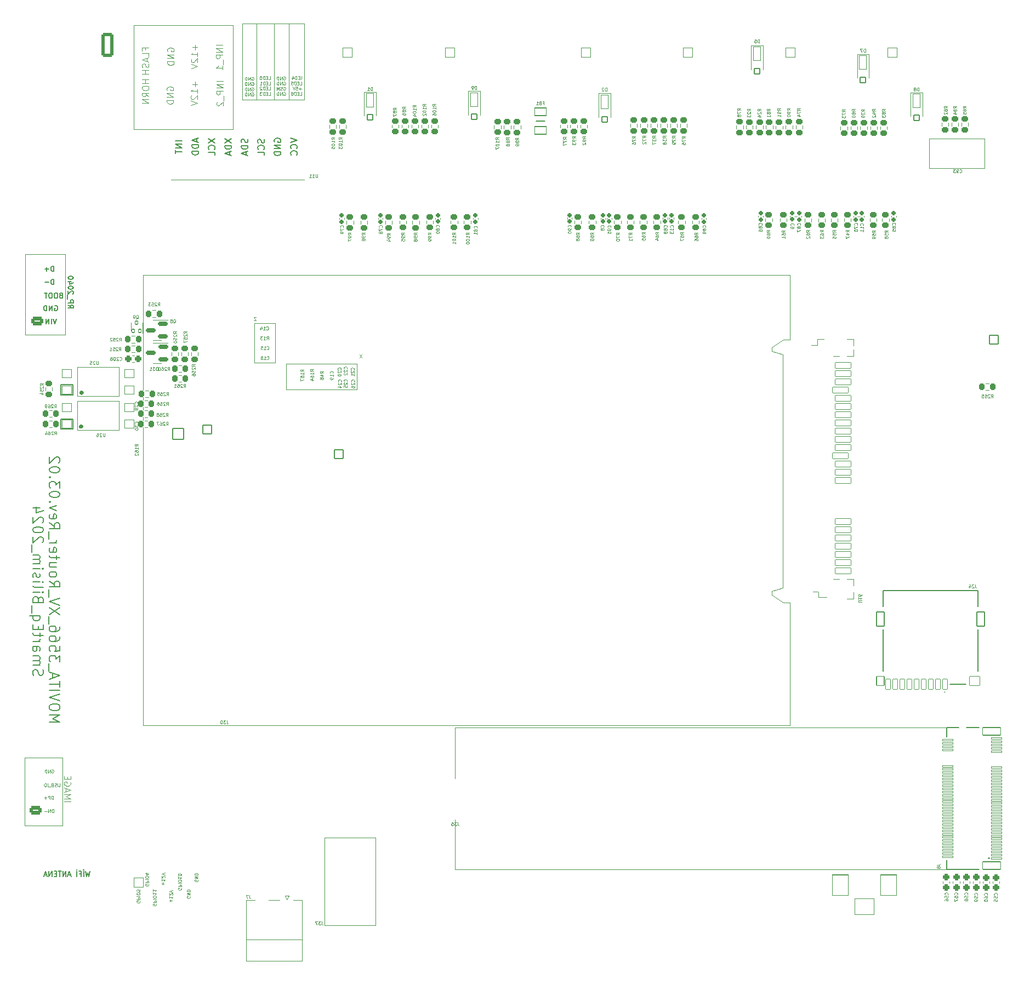
<source format=gbo>
G04 #@! TF.GenerationSoftware,KiCad,Pcbnew,8.0.0-rc1*
G04 #@! TF.CreationDate,2024-11-18T12:36:54+03:00*
G04 #@! TF.ProjectId,Movita_3566_XV_Router_V3.2,4d6f7669-7461-45f3-9335-36365f58565f,REV1*
G04 #@! TF.SameCoordinates,Original*
G04 #@! TF.FileFunction,Legend,Bot*
G04 #@! TF.FilePolarity,Positive*
%FSLAX46Y46*%
G04 Gerber Fmt 4.6, Leading zero omitted, Abs format (unit mm)*
G04 Created by KiCad (PCBNEW 8.0.0-rc1) date 2024-11-18 12:36:54*
%MOMM*%
%LPD*%
G01*
G04 APERTURE LIST*
G04 Aperture macros list*
%AMRoundRect*
0 Rectangle with rounded corners*
0 $1 Rounding radius*
0 $2 $3 $4 $5 $6 $7 $8 $9 X,Y pos of 4 corners*
0 Add a 4 corners polygon primitive as box body*
4,1,4,$2,$3,$4,$5,$6,$7,$8,$9,$2,$3,0*
0 Add four circle primitives for the rounded corners*
1,1,$1+$1,$2,$3*
1,1,$1+$1,$4,$5*
1,1,$1+$1,$6,$7*
1,1,$1+$1,$8,$9*
0 Add four rect primitives between the rounded corners*
20,1,$1+$1,$2,$3,$4,$5,0*
20,1,$1+$1,$4,$5,$6,$7,0*
20,1,$1+$1,$6,$7,$8,$9,0*
20,1,$1+$1,$8,$9,$2,$3,0*%
G04 Aperture macros list end*
%ADD10C,0.120000*%
%ADD11C,0.100000*%
%ADD12C,0.050000*%
%ADD13C,0.160000*%
%ADD14C,0.200000*%
%ADD15C,0.150000*%
%ADD16C,0.500000*%
%ADD17C,0.127000*%
%ADD18RoundRect,0.051000X-0.675000X-0.675000X0.675000X-0.675000X0.675000X0.675000X-0.675000X0.675000X0*%
%ADD19O,1.452000X1.452000*%
%ADD20C,1.702000*%
%ADD21C,1.602000*%
%ADD22C,1.483000*%
%ADD23C,1.302000*%
%ADD24RoundRect,0.271250X0.654750X-0.379750X0.654750X0.379750X-0.654750X0.379750X-0.654750X-0.379750X0*%
%ADD25O,1.852000X1.302000*%
%ADD26C,3.352000*%
%ADD27RoundRect,0.051000X0.750000X0.750000X-0.750000X0.750000X-0.750000X-0.750000X0.750000X-0.750000X0*%
%ADD28C,2.402000*%
%ADD29C,2.102000*%
%ADD30RoundRect,0.051000X-1.250000X1.600000X-1.250000X-1.600000X1.250000X-1.600000X1.250000X1.600000X0*%
%ADD31RoundRect,0.051000X-1.500000X1.250000X-1.500000X-1.250000X1.500000X-1.250000X1.500000X1.250000X0*%
%ADD32C,1.752000*%
%ADD33RoundRect,0.051000X-0.850000X-0.850000X0.850000X-0.850000X0.850000X0.850000X-0.850000X0.850000X0*%
%ADD34O,1.802000X1.802000*%
%ADD35RoundRect,0.051000X0.675000X-0.675000X0.675000X0.675000X-0.675000X0.675000X-0.675000X-0.675000X0*%
%ADD36C,2.352000*%
%ADD37C,2.602000*%
%ADD38O,2.102000X2.102000*%
%ADD39C,1.002000*%
%ADD40C,6.302000*%
%ADD41RoundRect,0.264167X0.686833X1.586833X-0.686833X1.586833X-0.686833X-1.586833X0.686833X-1.586833X0*%
%ADD42O,1.902000X3.702000*%
%ADD43C,3.302000*%
%ADD44RoundRect,0.051000X-0.750000X-0.750000X0.750000X-0.750000X0.750000X0.750000X-0.750000X0.750000X0*%
%ADD45C,1.902000*%
%ADD46RoundRect,0.165500X-0.195500X0.165500X-0.195500X-0.165500X0.195500X-0.165500X0.195500X0.165500X0*%
%ADD47RoundRect,0.225500X-0.300500X0.225500X-0.300500X-0.225500X0.300500X-0.225500X0.300500X0.225500X0*%
%ADD48RoundRect,0.175500X0.613000X0.175500X-0.613000X0.175500X-0.613000X-0.175500X0.613000X-0.175500X0*%
%ADD49RoundRect,0.225500X0.300500X-0.225500X0.300500X0.225500X-0.300500X0.225500X-0.300500X-0.225500X0*%
%ADD50RoundRect,0.051000X0.560000X1.085000X-0.560000X1.085000X-0.560000X-1.085000X0.560000X-1.085000X0*%
%ADD51RoundRect,0.051000X0.425000X0.425000X-0.425000X0.425000X-0.425000X-0.425000X0.425000X-0.425000X0*%
%ADD52RoundRect,0.225500X0.225500X0.300500X-0.225500X0.300500X-0.225500X-0.300500X0.225500X-0.300500X0*%
%ADD53RoundRect,0.250500X-0.275500X0.250500X-0.275500X-0.250500X0.275500X-0.250500X0.275500X0.250500X0*%
%ADD54RoundRect,0.051000X0.900000X-0.600000X0.900000X0.600000X-0.900000X0.600000X-0.900000X-0.600000X0*%
%ADD55RoundRect,0.051000X0.750000X0.625000X-0.750000X0.625000X-0.750000X-0.625000X0.750000X-0.625000X0*%
%ADD56RoundRect,0.051000X-0.200000X0.255000X-0.200000X-0.255000X0.200000X-0.255000X0.200000X0.255000X0*%
%ADD57C,1.202000*%
%ADD58RoundRect,0.051000X0.775000X-0.150000X0.775000X0.150000X-0.775000X0.150000X-0.775000X-0.150000X0*%
%ADD59RoundRect,0.051000X1.375000X-0.600000X1.375000X0.600000X-1.375000X0.600000X-1.375000X-0.600000X0*%
%ADD60RoundRect,0.225500X-0.225500X-0.300500X0.225500X-0.300500X0.225500X0.300500X-0.225500X0.300500X0*%
%ADD61O,3.302000X2.102000*%
%ADD62RoundRect,0.051000X-1.200000X0.450000X-1.200000X-0.450000X1.200000X-0.450000X1.200000X0.450000X0*%
%ADD63RoundRect,0.051000X1.200000X-0.450000X1.200000X0.450000X-1.200000X0.450000X-1.200000X-0.450000X0*%
%ADD64O,1.402000X2.202000*%
%ADD65O,1.402000X2.702000*%
%ADD66RoundRect,0.250500X-0.250500X-0.275500X0.250500X-0.275500X0.250500X0.275500X-0.250500X0.275500X0*%
%ADD67C,1.626000*%
%ADD68C,1.102000*%
%ADD69RoundRect,0.051000X0.350000X0.800000X-0.350000X0.800000X-0.350000X-0.800000X0.350000X-0.800000X0*%
%ADD70RoundRect,0.051000X0.600000X0.700000X-0.600000X0.700000X-0.600000X-0.700000X0.600000X-0.700000X0*%
%ADD71RoundRect,0.051000X0.600000X1.100000X-0.600000X1.100000X-0.600000X-1.100000X0.600000X-1.100000X0*%
%ADD72RoundRect,0.051000X-0.800000X0.700000X-0.800000X-0.700000X0.800000X-0.700000X0.800000X0.700000X0*%
G04 APERTURE END LIST*
D10*
X88540000Y-25690000D02*
X90840000Y-25690000D01*
X90840000Y-37460000D01*
X88540000Y-37460000D01*
X88540000Y-25690000D01*
X192409900Y-156415000D02*
X116465014Y-156415000D01*
X83630000Y-25690000D02*
X85850000Y-25690000D01*
X85850000Y-37460000D01*
X83630000Y-37460000D01*
X83630000Y-25690000D01*
X50120000Y-61370000D02*
X56330000Y-61370000D01*
X116465014Y-156415000D02*
X116465014Y-134515000D01*
X50050000Y-149650000D02*
X50050000Y-139190000D01*
X55850000Y-149650000D02*
X50050000Y-149650000D01*
X50050000Y-139190000D02*
X55850000Y-139190000D01*
X66910000Y-25917500D02*
X82200000Y-25917500D01*
X82200000Y-42062500D01*
X66910000Y-42062500D01*
X66910000Y-25917500D01*
X85850000Y-25690000D02*
X88540000Y-25690000D01*
X88540000Y-37460000D01*
X85850000Y-37460000D01*
X85850000Y-25690000D01*
X56330000Y-61370000D02*
X56330000Y-73790000D01*
X50120000Y-73790000D02*
X50120000Y-61370000D01*
X56330000Y-73790000D02*
X50120000Y-73790000D01*
X192409900Y-134515000D02*
X116465014Y-134515000D01*
X85500000Y-71980000D02*
X88710000Y-71980000D01*
X88710000Y-78130000D01*
X85500000Y-78130000D01*
X85500000Y-71980000D01*
X90840000Y-25690000D02*
X93220000Y-25690000D01*
X93220000Y-37460000D01*
X90840000Y-37460000D01*
X90840000Y-25690000D01*
X55850000Y-139190000D02*
X55850000Y-149650000D01*
X90460000Y-78250000D02*
X101340000Y-78250000D01*
X101340000Y-82290000D01*
X90460000Y-82290000D01*
X90460000Y-78250000D01*
D11*
X80672531Y-34583884D02*
X79672531Y-34583884D01*
X80672531Y-35060074D02*
X79672531Y-35060074D01*
X79672531Y-35060074D02*
X80672531Y-35631502D01*
X80672531Y-35631502D02*
X79672531Y-35631502D01*
X80672531Y-36107693D02*
X79672531Y-36107693D01*
X79672531Y-36107693D02*
X79672531Y-36488645D01*
X79672531Y-36488645D02*
X79720150Y-36583883D01*
X79720150Y-36583883D02*
X79767769Y-36631502D01*
X79767769Y-36631502D02*
X79863007Y-36679121D01*
X79863007Y-36679121D02*
X80005864Y-36679121D01*
X80005864Y-36679121D02*
X80101102Y-36631502D01*
X80101102Y-36631502D02*
X80148721Y-36583883D01*
X80148721Y-36583883D02*
X80196340Y-36488645D01*
X80196340Y-36488645D02*
X80196340Y-36107693D01*
X80767769Y-36869598D02*
X80767769Y-37631502D01*
X79767769Y-37821979D02*
X79720150Y-37869598D01*
X79720150Y-37869598D02*
X79672531Y-37964836D01*
X79672531Y-37964836D02*
X79672531Y-38202931D01*
X79672531Y-38202931D02*
X79720150Y-38298169D01*
X79720150Y-38298169D02*
X79767769Y-38345788D01*
X79767769Y-38345788D02*
X79863007Y-38393407D01*
X79863007Y-38393407D02*
X79958245Y-38393407D01*
X79958245Y-38393407D02*
X80101102Y-38345788D01*
X80101102Y-38345788D02*
X80672531Y-37774360D01*
X80672531Y-37774360D02*
X80672531Y-38393407D01*
X72130038Y-30007693D02*
X72082419Y-29912455D01*
X72082419Y-29912455D02*
X72082419Y-29769598D01*
X72082419Y-29769598D02*
X72130038Y-29626741D01*
X72130038Y-29626741D02*
X72225276Y-29531503D01*
X72225276Y-29531503D02*
X72320514Y-29483884D01*
X72320514Y-29483884D02*
X72510990Y-29436265D01*
X72510990Y-29436265D02*
X72653847Y-29436265D01*
X72653847Y-29436265D02*
X72844323Y-29483884D01*
X72844323Y-29483884D02*
X72939561Y-29531503D01*
X72939561Y-29531503D02*
X73034800Y-29626741D01*
X73034800Y-29626741D02*
X73082419Y-29769598D01*
X73082419Y-29769598D02*
X73082419Y-29864836D01*
X73082419Y-29864836D02*
X73034800Y-30007693D01*
X73034800Y-30007693D02*
X72987180Y-30055312D01*
X72987180Y-30055312D02*
X72653847Y-30055312D01*
X72653847Y-30055312D02*
X72653847Y-29864836D01*
X73082419Y-30483884D02*
X72082419Y-30483884D01*
X72082419Y-30483884D02*
X73082419Y-31055312D01*
X73082419Y-31055312D02*
X72082419Y-31055312D01*
X73082419Y-31531503D02*
X72082419Y-31531503D01*
X72082419Y-31531503D02*
X72082419Y-31769598D01*
X72082419Y-31769598D02*
X72130038Y-31912455D01*
X72130038Y-31912455D02*
X72225276Y-32007693D01*
X72225276Y-32007693D02*
X72320514Y-32055312D01*
X72320514Y-32055312D02*
X72510990Y-32102931D01*
X72510990Y-32102931D02*
X72653847Y-32102931D01*
X72653847Y-32102931D02*
X72844323Y-32055312D01*
X72844323Y-32055312D02*
X72939561Y-32007693D01*
X72939561Y-32007693D02*
X73034800Y-31912455D01*
X73034800Y-31912455D02*
X73082419Y-31769598D01*
X73082419Y-31769598D02*
X73082419Y-31531503D01*
D12*
X85745677Y-71046209D02*
X85412344Y-71046209D01*
X85412344Y-71046209D02*
X85745677Y-71546209D01*
X85745677Y-71546209D02*
X85412344Y-71546209D01*
D11*
X92693734Y-34338693D02*
X92741353Y-34314884D01*
X92741353Y-34314884D02*
X92765163Y-34267264D01*
X92765163Y-34267264D02*
X92765163Y-33838693D01*
X92503258Y-34076788D02*
X92336591Y-34076788D01*
X92265163Y-34338693D02*
X92503258Y-34338693D01*
X92503258Y-34338693D02*
X92503258Y-33838693D01*
X92503258Y-33838693D02*
X92265163Y-33838693D01*
X92050877Y-34338693D02*
X92050877Y-33838693D01*
X92050877Y-33838693D02*
X91931829Y-33838693D01*
X91931829Y-33838693D02*
X91860401Y-33862503D01*
X91860401Y-33862503D02*
X91812782Y-33910122D01*
X91812782Y-33910122D02*
X91788972Y-33957741D01*
X91788972Y-33957741D02*
X91765163Y-34052979D01*
X91765163Y-34052979D02*
X91765163Y-34124407D01*
X91765163Y-34124407D02*
X91788972Y-34219645D01*
X91788972Y-34219645D02*
X91812782Y-34267264D01*
X91812782Y-34267264D02*
X91860401Y-34314884D01*
X91860401Y-34314884D02*
X91931829Y-34338693D01*
X91931829Y-34338693D02*
X92050877Y-34338693D01*
X91336591Y-34005360D02*
X91336591Y-34338693D01*
X91455639Y-33814884D02*
X91574686Y-34172026D01*
X91574686Y-34172026D02*
X91265163Y-34172026D01*
X92527068Y-35143665D02*
X92765163Y-35143665D01*
X92765163Y-35143665D02*
X92765163Y-34643665D01*
X92360401Y-34881760D02*
X92193734Y-34881760D01*
X92122306Y-35143665D02*
X92360401Y-35143665D01*
X92360401Y-35143665D02*
X92360401Y-34643665D01*
X92360401Y-34643665D02*
X92122306Y-34643665D01*
X91908020Y-35143665D02*
X91908020Y-34643665D01*
X91908020Y-34643665D02*
X91788972Y-34643665D01*
X91788972Y-34643665D02*
X91717544Y-34667475D01*
X91717544Y-34667475D02*
X91669925Y-34715094D01*
X91669925Y-34715094D02*
X91646115Y-34762713D01*
X91646115Y-34762713D02*
X91622306Y-34857951D01*
X91622306Y-34857951D02*
X91622306Y-34929379D01*
X91622306Y-34929379D02*
X91646115Y-35024617D01*
X91646115Y-35024617D02*
X91669925Y-35072236D01*
X91669925Y-35072236D02*
X91717544Y-35119856D01*
X91717544Y-35119856D02*
X91788972Y-35143665D01*
X91788972Y-35143665D02*
X91908020Y-35143665D01*
X91169925Y-34643665D02*
X91408020Y-34643665D01*
X91408020Y-34643665D02*
X91431829Y-34881760D01*
X91431829Y-34881760D02*
X91408020Y-34857951D01*
X91408020Y-34857951D02*
X91360401Y-34834141D01*
X91360401Y-34834141D02*
X91241353Y-34834141D01*
X91241353Y-34834141D02*
X91193734Y-34857951D01*
X91193734Y-34857951D02*
X91169925Y-34881760D01*
X91169925Y-34881760D02*
X91146115Y-34929379D01*
X91146115Y-34929379D02*
X91146115Y-35048427D01*
X91146115Y-35048427D02*
X91169925Y-35096046D01*
X91169925Y-35096046D02*
X91193734Y-35119856D01*
X91193734Y-35119856D02*
X91241353Y-35143665D01*
X91241353Y-35143665D02*
X91360401Y-35143665D01*
X91360401Y-35143665D02*
X91408020Y-35119856D01*
X91408020Y-35119856D02*
X91431829Y-35096046D01*
X92765163Y-35758161D02*
X92384211Y-35758161D01*
X92574687Y-35948637D02*
X92574687Y-35567685D01*
X91908020Y-35448637D02*
X92146115Y-35448637D01*
X92146115Y-35448637D02*
X92169924Y-35686732D01*
X92169924Y-35686732D02*
X92146115Y-35662923D01*
X92146115Y-35662923D02*
X92098496Y-35639113D01*
X92098496Y-35639113D02*
X91979448Y-35639113D01*
X91979448Y-35639113D02*
X91931829Y-35662923D01*
X91931829Y-35662923D02*
X91908020Y-35686732D01*
X91908020Y-35686732D02*
X91884210Y-35734351D01*
X91884210Y-35734351D02*
X91884210Y-35853399D01*
X91884210Y-35853399D02*
X91908020Y-35901018D01*
X91908020Y-35901018D02*
X91931829Y-35924828D01*
X91931829Y-35924828D02*
X91979448Y-35948637D01*
X91979448Y-35948637D02*
X92098496Y-35948637D01*
X92098496Y-35948637D02*
X92146115Y-35924828D01*
X92146115Y-35924828D02*
X92169924Y-35901018D01*
X91741353Y-35448637D02*
X91574687Y-35948637D01*
X91574687Y-35948637D02*
X91408020Y-35448637D01*
X92527068Y-36753609D02*
X92765163Y-36753609D01*
X92765163Y-36753609D02*
X92765163Y-36253609D01*
X92360401Y-36491704D02*
X92193734Y-36491704D01*
X92122306Y-36753609D02*
X92360401Y-36753609D01*
X92360401Y-36753609D02*
X92360401Y-36253609D01*
X92360401Y-36253609D02*
X92122306Y-36253609D01*
X91908020Y-36753609D02*
X91908020Y-36253609D01*
X91908020Y-36253609D02*
X91788972Y-36253609D01*
X91788972Y-36253609D02*
X91717544Y-36277419D01*
X91717544Y-36277419D02*
X91669925Y-36325038D01*
X91669925Y-36325038D02*
X91646115Y-36372657D01*
X91646115Y-36372657D02*
X91622306Y-36467895D01*
X91622306Y-36467895D02*
X91622306Y-36539323D01*
X91622306Y-36539323D02*
X91646115Y-36634561D01*
X91646115Y-36634561D02*
X91669925Y-36682180D01*
X91669925Y-36682180D02*
X91717544Y-36729800D01*
X91717544Y-36729800D02*
X91788972Y-36753609D01*
X91788972Y-36753609D02*
X91908020Y-36753609D01*
X91193734Y-36253609D02*
X91288972Y-36253609D01*
X91288972Y-36253609D02*
X91336591Y-36277419D01*
X91336591Y-36277419D02*
X91360401Y-36301228D01*
X91360401Y-36301228D02*
X91408020Y-36372657D01*
X91408020Y-36372657D02*
X91431829Y-36467895D01*
X91431829Y-36467895D02*
X91431829Y-36658371D01*
X91431829Y-36658371D02*
X91408020Y-36705990D01*
X91408020Y-36705990D02*
X91384210Y-36729800D01*
X91384210Y-36729800D02*
X91336591Y-36753609D01*
X91336591Y-36753609D02*
X91241353Y-36753609D01*
X91241353Y-36753609D02*
X91193734Y-36729800D01*
X91193734Y-36729800D02*
X91169925Y-36705990D01*
X91169925Y-36705990D02*
X91146115Y-36658371D01*
X91146115Y-36658371D02*
X91146115Y-36539323D01*
X91146115Y-36539323D02*
X91169925Y-36491704D01*
X91169925Y-36491704D02*
X91193734Y-36467895D01*
X91193734Y-36467895D02*
X91241353Y-36444085D01*
X91241353Y-36444085D02*
X91336591Y-36444085D01*
X91336591Y-36444085D02*
X91384210Y-36467895D01*
X91384210Y-36467895D02*
X91408020Y-36491704D01*
X91408020Y-36491704D02*
X91431829Y-36539323D01*
X75542580Y-160593258D02*
X75566390Y-160640877D01*
X75566390Y-160640877D02*
X75566390Y-160712306D01*
X75566390Y-160712306D02*
X75542580Y-160783734D01*
X75542580Y-160783734D02*
X75494961Y-160831353D01*
X75494961Y-160831353D02*
X75447342Y-160855163D01*
X75447342Y-160855163D02*
X75352104Y-160878972D01*
X75352104Y-160878972D02*
X75280676Y-160878972D01*
X75280676Y-160878972D02*
X75185438Y-160855163D01*
X75185438Y-160855163D02*
X75137819Y-160831353D01*
X75137819Y-160831353D02*
X75090200Y-160783734D01*
X75090200Y-160783734D02*
X75066390Y-160712306D01*
X75066390Y-160712306D02*
X75066390Y-160664687D01*
X75066390Y-160664687D02*
X75090200Y-160593258D01*
X75090200Y-160593258D02*
X75114009Y-160569449D01*
X75114009Y-160569449D02*
X75280676Y-160569449D01*
X75280676Y-160569449D02*
X75280676Y-160664687D01*
X75066390Y-160355163D02*
X75566390Y-160355163D01*
X75566390Y-160355163D02*
X75066390Y-160069449D01*
X75066390Y-160069449D02*
X75566390Y-160069449D01*
X75066390Y-159831353D02*
X75566390Y-159831353D01*
X75566390Y-159831353D02*
X75566390Y-159712305D01*
X75566390Y-159712305D02*
X75542580Y-159640877D01*
X75542580Y-159640877D02*
X75494961Y-159593258D01*
X75494961Y-159593258D02*
X75447342Y-159569448D01*
X75447342Y-159569448D02*
X75352104Y-159545639D01*
X75352104Y-159545639D02*
X75280676Y-159545639D01*
X75280676Y-159545639D02*
X75185438Y-159569448D01*
X75185438Y-159569448D02*
X75137819Y-159593258D01*
X75137819Y-159593258D02*
X75090200Y-159640877D01*
X75090200Y-159640877D02*
X75066390Y-159712305D01*
X75066390Y-159712305D02*
X75066390Y-159831353D01*
D12*
X54216153Y-141010019D02*
X54263772Y-140986209D01*
X54263772Y-140986209D02*
X54335201Y-140986209D01*
X54335201Y-140986209D02*
X54406629Y-141010019D01*
X54406629Y-141010019D02*
X54454248Y-141057638D01*
X54454248Y-141057638D02*
X54478058Y-141105257D01*
X54478058Y-141105257D02*
X54501867Y-141200495D01*
X54501867Y-141200495D02*
X54501867Y-141271923D01*
X54501867Y-141271923D02*
X54478058Y-141367161D01*
X54478058Y-141367161D02*
X54454248Y-141414780D01*
X54454248Y-141414780D02*
X54406629Y-141462400D01*
X54406629Y-141462400D02*
X54335201Y-141486209D01*
X54335201Y-141486209D02*
X54287582Y-141486209D01*
X54287582Y-141486209D02*
X54216153Y-141462400D01*
X54216153Y-141462400D02*
X54192344Y-141438590D01*
X54192344Y-141438590D02*
X54192344Y-141271923D01*
X54192344Y-141271923D02*
X54287582Y-141271923D01*
X53978058Y-141486209D02*
X53978058Y-140986209D01*
X53978058Y-140986209D02*
X53692344Y-141486209D01*
X53692344Y-141486209D02*
X53692344Y-140986209D01*
X53454248Y-141486209D02*
X53454248Y-140986209D01*
X53454248Y-140986209D02*
X53335200Y-140986209D01*
X53335200Y-140986209D02*
X53263772Y-141010019D01*
X53263772Y-141010019D02*
X53216153Y-141057638D01*
X53216153Y-141057638D02*
X53192343Y-141105257D01*
X53192343Y-141105257D02*
X53168534Y-141200495D01*
X53168534Y-141200495D02*
X53168534Y-141271923D01*
X53168534Y-141271923D02*
X53192343Y-141367161D01*
X53192343Y-141367161D02*
X53216153Y-141414780D01*
X53216153Y-141414780D02*
X53263772Y-141462400D01*
X53263772Y-141462400D02*
X53335200Y-141486209D01*
X53335200Y-141486209D02*
X53454248Y-141486209D01*
X102135677Y-76856209D02*
X101802344Y-77356209D01*
X101802344Y-76856209D02*
X102135677Y-77356209D01*
D13*
X56726224Y-69207117D02*
X57107177Y-69473784D01*
X56726224Y-69664260D02*
X57526224Y-69664260D01*
X57526224Y-69664260D02*
X57526224Y-69359498D01*
X57526224Y-69359498D02*
X57488129Y-69283308D01*
X57488129Y-69283308D02*
X57450034Y-69245213D01*
X57450034Y-69245213D02*
X57373843Y-69207117D01*
X57373843Y-69207117D02*
X57259558Y-69207117D01*
X57259558Y-69207117D02*
X57183367Y-69245213D01*
X57183367Y-69245213D02*
X57145272Y-69283308D01*
X57145272Y-69283308D02*
X57107177Y-69359498D01*
X57107177Y-69359498D02*
X57107177Y-69664260D01*
X56726224Y-68864260D02*
X57526224Y-68864260D01*
X57526224Y-68864260D02*
X57526224Y-68559498D01*
X57526224Y-68559498D02*
X57488129Y-68483308D01*
X57488129Y-68483308D02*
X57450034Y-68445213D01*
X57450034Y-68445213D02*
X57373843Y-68407117D01*
X57373843Y-68407117D02*
X57259558Y-68407117D01*
X57259558Y-68407117D02*
X57183367Y-68445213D01*
X57183367Y-68445213D02*
X57145272Y-68483308D01*
X57145272Y-68483308D02*
X57107177Y-68559498D01*
X57107177Y-68559498D02*
X57107177Y-68864260D01*
X56650034Y-68254737D02*
X56650034Y-67645213D01*
X57450034Y-67492832D02*
X57488129Y-67454736D01*
X57488129Y-67454736D02*
X57526224Y-67378546D01*
X57526224Y-67378546D02*
X57526224Y-67188070D01*
X57526224Y-67188070D02*
X57488129Y-67111879D01*
X57488129Y-67111879D02*
X57450034Y-67073784D01*
X57450034Y-67073784D02*
X57373843Y-67035689D01*
X57373843Y-67035689D02*
X57297653Y-67035689D01*
X57297653Y-67035689D02*
X57183367Y-67073784D01*
X57183367Y-67073784D02*
X56726224Y-67530927D01*
X56726224Y-67530927D02*
X56726224Y-67035689D01*
X57526224Y-66540450D02*
X57526224Y-66464260D01*
X57526224Y-66464260D02*
X57488129Y-66388069D01*
X57488129Y-66388069D02*
X57450034Y-66349974D01*
X57450034Y-66349974D02*
X57373843Y-66311879D01*
X57373843Y-66311879D02*
X57221462Y-66273784D01*
X57221462Y-66273784D02*
X57030986Y-66273784D01*
X57030986Y-66273784D02*
X56878605Y-66311879D01*
X56878605Y-66311879D02*
X56802415Y-66349974D01*
X56802415Y-66349974D02*
X56764320Y-66388069D01*
X56764320Y-66388069D02*
X56726224Y-66464260D01*
X56726224Y-66464260D02*
X56726224Y-66540450D01*
X56726224Y-66540450D02*
X56764320Y-66616641D01*
X56764320Y-66616641D02*
X56802415Y-66654736D01*
X56802415Y-66654736D02*
X56878605Y-66692831D01*
X56878605Y-66692831D02*
X57030986Y-66730927D01*
X57030986Y-66730927D02*
X57221462Y-66730927D01*
X57221462Y-66730927D02*
X57373843Y-66692831D01*
X57373843Y-66692831D02*
X57450034Y-66654736D01*
X57450034Y-66654736D02*
X57488129Y-66616641D01*
X57488129Y-66616641D02*
X57526224Y-66540450D01*
X57259558Y-65588069D02*
X56726224Y-65588069D01*
X57564320Y-65778545D02*
X56992891Y-65969022D01*
X56992891Y-65969022D02*
X56992891Y-65473783D01*
X57526224Y-65016640D02*
X57526224Y-64940450D01*
X57526224Y-64940450D02*
X57488129Y-64864259D01*
X57488129Y-64864259D02*
X57450034Y-64826164D01*
X57450034Y-64826164D02*
X57373843Y-64788069D01*
X57373843Y-64788069D02*
X57221462Y-64749974D01*
X57221462Y-64749974D02*
X57030986Y-64749974D01*
X57030986Y-64749974D02*
X56878605Y-64788069D01*
X56878605Y-64788069D02*
X56802415Y-64826164D01*
X56802415Y-64826164D02*
X56764320Y-64864259D01*
X56764320Y-64864259D02*
X56726224Y-64940450D01*
X56726224Y-64940450D02*
X56726224Y-65016640D01*
X56726224Y-65016640D02*
X56764320Y-65092831D01*
X56764320Y-65092831D02*
X56802415Y-65130926D01*
X56802415Y-65130926D02*
X56878605Y-65169021D01*
X56878605Y-65169021D02*
X57030986Y-65207117D01*
X57030986Y-65207117D02*
X57221462Y-65207117D01*
X57221462Y-65207117D02*
X57373843Y-65169021D01*
X57373843Y-65169021D02*
X57450034Y-65130926D01*
X57450034Y-65130926D02*
X57488129Y-65092831D01*
X57488129Y-65092831D02*
X57526224Y-65016640D01*
D12*
X54438058Y-145546209D02*
X54438058Y-145046209D01*
X54438058Y-145046209D02*
X54319010Y-145046209D01*
X54319010Y-145046209D02*
X54247582Y-145070019D01*
X54247582Y-145070019D02*
X54199963Y-145117638D01*
X54199963Y-145117638D02*
X54176153Y-145165257D01*
X54176153Y-145165257D02*
X54152344Y-145260495D01*
X54152344Y-145260495D02*
X54152344Y-145331923D01*
X54152344Y-145331923D02*
X54176153Y-145427161D01*
X54176153Y-145427161D02*
X54199963Y-145474780D01*
X54199963Y-145474780D02*
X54247582Y-145522400D01*
X54247582Y-145522400D02*
X54319010Y-145546209D01*
X54319010Y-145546209D02*
X54438058Y-145546209D01*
X53938058Y-145546209D02*
X53938058Y-145046209D01*
X53938058Y-145046209D02*
X53747582Y-145046209D01*
X53747582Y-145046209D02*
X53699963Y-145070019D01*
X53699963Y-145070019D02*
X53676153Y-145093828D01*
X53676153Y-145093828D02*
X53652344Y-145141447D01*
X53652344Y-145141447D02*
X53652344Y-145212876D01*
X53652344Y-145212876D02*
X53676153Y-145260495D01*
X53676153Y-145260495D02*
X53699963Y-145284304D01*
X53699963Y-145284304D02*
X53747582Y-145308114D01*
X53747582Y-145308114D02*
X53938058Y-145308114D01*
X53438058Y-145355733D02*
X53057106Y-145355733D01*
X53247582Y-145546209D02*
X53247582Y-145165257D01*
D11*
X80612475Y-29013884D02*
X79612475Y-29013884D01*
X80612475Y-29490074D02*
X79612475Y-29490074D01*
X79612475Y-29490074D02*
X80612475Y-30061502D01*
X80612475Y-30061502D02*
X79612475Y-30061502D01*
X80612475Y-30537693D02*
X79612475Y-30537693D01*
X79612475Y-30537693D02*
X79612475Y-30918645D01*
X79612475Y-30918645D02*
X79660094Y-31013883D01*
X79660094Y-31013883D02*
X79707713Y-31061502D01*
X79707713Y-31061502D02*
X79802951Y-31109121D01*
X79802951Y-31109121D02*
X79945808Y-31109121D01*
X79945808Y-31109121D02*
X80041046Y-31061502D01*
X80041046Y-31061502D02*
X80088665Y-31013883D01*
X80088665Y-31013883D02*
X80136284Y-30918645D01*
X80136284Y-30918645D02*
X80136284Y-30537693D01*
X80707713Y-31299598D02*
X80707713Y-32061502D01*
X80612475Y-32823407D02*
X80612475Y-32251979D01*
X80612475Y-32537693D02*
X79612475Y-32537693D01*
X79612475Y-32537693D02*
X79755332Y-32442455D01*
X79755332Y-32442455D02*
X79850570Y-32347217D01*
X79850570Y-32347217D02*
X79898189Y-32251979D01*
D13*
X54554260Y-63963775D02*
X54554260Y-63163775D01*
X54554260Y-63163775D02*
X54363784Y-63163775D01*
X54363784Y-63163775D02*
X54249498Y-63201870D01*
X54249498Y-63201870D02*
X54173308Y-63278060D01*
X54173308Y-63278060D02*
X54135213Y-63354251D01*
X54135213Y-63354251D02*
X54097117Y-63506632D01*
X54097117Y-63506632D02*
X54097117Y-63620918D01*
X54097117Y-63620918D02*
X54135213Y-63773299D01*
X54135213Y-63773299D02*
X54173308Y-63849489D01*
X54173308Y-63849489D02*
X54249498Y-63925680D01*
X54249498Y-63925680D02*
X54363784Y-63963775D01*
X54363784Y-63963775D02*
X54554260Y-63963775D01*
X53754260Y-63659013D02*
X53144737Y-63659013D01*
X53449498Y-63963775D02*
X53449498Y-63354251D01*
D11*
X72586866Y-161445163D02*
X72586866Y-161064211D01*
X72396390Y-161254687D02*
X72777342Y-161254687D01*
X72396390Y-160564210D02*
X72396390Y-160849924D01*
X72396390Y-160707067D02*
X72896390Y-160707067D01*
X72896390Y-160707067D02*
X72824961Y-160754686D01*
X72824961Y-160754686D02*
X72777342Y-160802305D01*
X72777342Y-160802305D02*
X72753533Y-160849924D01*
X72848771Y-160373734D02*
X72872580Y-160349925D01*
X72872580Y-160349925D02*
X72896390Y-160302306D01*
X72896390Y-160302306D02*
X72896390Y-160183258D01*
X72896390Y-160183258D02*
X72872580Y-160135639D01*
X72872580Y-160135639D02*
X72848771Y-160111830D01*
X72848771Y-160111830D02*
X72801152Y-160088020D01*
X72801152Y-160088020D02*
X72753533Y-160088020D01*
X72753533Y-160088020D02*
X72682104Y-160111830D01*
X72682104Y-160111830D02*
X72396390Y-160397544D01*
X72396390Y-160397544D02*
X72396390Y-160088020D01*
X72896390Y-159945163D02*
X72396390Y-159778497D01*
X72396390Y-159778497D02*
X72896390Y-159611830D01*
X76330466Y-34673884D02*
X76330466Y-35435789D01*
X76711419Y-35054836D02*
X75949514Y-35054836D01*
X76711419Y-36435788D02*
X76711419Y-35864360D01*
X76711419Y-36150074D02*
X75711419Y-36150074D01*
X75711419Y-36150074D02*
X75854276Y-36054836D01*
X75854276Y-36054836D02*
X75949514Y-35959598D01*
X75949514Y-35959598D02*
X75997133Y-35864360D01*
X75806657Y-36816741D02*
X75759038Y-36864360D01*
X75759038Y-36864360D02*
X75711419Y-36959598D01*
X75711419Y-36959598D02*
X75711419Y-37197693D01*
X75711419Y-37197693D02*
X75759038Y-37292931D01*
X75759038Y-37292931D02*
X75806657Y-37340550D01*
X75806657Y-37340550D02*
X75901895Y-37388169D01*
X75901895Y-37388169D02*
X75997133Y-37388169D01*
X75997133Y-37388169D02*
X76139990Y-37340550D01*
X76139990Y-37340550D02*
X76711419Y-36769122D01*
X76711419Y-36769122D02*
X76711419Y-37388169D01*
X75711419Y-37673884D02*
X76711419Y-38007217D01*
X76711419Y-38007217D02*
X75711419Y-38340550D01*
D12*
X54498058Y-147606209D02*
X54498058Y-147106209D01*
X54498058Y-147106209D02*
X54379010Y-147106209D01*
X54379010Y-147106209D02*
X54307582Y-147130019D01*
X54307582Y-147130019D02*
X54259963Y-147177638D01*
X54259963Y-147177638D02*
X54236153Y-147225257D01*
X54236153Y-147225257D02*
X54212344Y-147320495D01*
X54212344Y-147320495D02*
X54212344Y-147391923D01*
X54212344Y-147391923D02*
X54236153Y-147487161D01*
X54236153Y-147487161D02*
X54259963Y-147534780D01*
X54259963Y-147534780D02*
X54307582Y-147582400D01*
X54307582Y-147582400D02*
X54379010Y-147606209D01*
X54379010Y-147606209D02*
X54498058Y-147606209D01*
X53998058Y-147606209D02*
X53998058Y-147106209D01*
X53998058Y-147106209D02*
X53712344Y-147606209D01*
X53712344Y-147606209D02*
X53712344Y-147106209D01*
X53474248Y-147415733D02*
X53093296Y-147415733D01*
D11*
X76361466Y-28973884D02*
X76361466Y-29735789D01*
X76742419Y-29354836D02*
X75980514Y-29354836D01*
X76742419Y-30735788D02*
X76742419Y-30164360D01*
X76742419Y-30450074D02*
X75742419Y-30450074D01*
X75742419Y-30450074D02*
X75885276Y-30354836D01*
X75885276Y-30354836D02*
X75980514Y-30259598D01*
X75980514Y-30259598D02*
X76028133Y-30164360D01*
X75837657Y-31116741D02*
X75790038Y-31164360D01*
X75790038Y-31164360D02*
X75742419Y-31259598D01*
X75742419Y-31259598D02*
X75742419Y-31497693D01*
X75742419Y-31497693D02*
X75790038Y-31592931D01*
X75790038Y-31592931D02*
X75837657Y-31640550D01*
X75837657Y-31640550D02*
X75932895Y-31688169D01*
X75932895Y-31688169D02*
X76028133Y-31688169D01*
X76028133Y-31688169D02*
X76170990Y-31640550D01*
X76170990Y-31640550D02*
X76742419Y-31069122D01*
X76742419Y-31069122D02*
X76742419Y-31688169D01*
X75742419Y-31973884D02*
X76742419Y-32307217D01*
X76742419Y-32307217D02*
X75742419Y-32640550D01*
X87727068Y-34358693D02*
X87965163Y-34358693D01*
X87965163Y-34358693D02*
X87965163Y-33858693D01*
X87560401Y-34096788D02*
X87393734Y-34096788D01*
X87322306Y-34358693D02*
X87560401Y-34358693D01*
X87560401Y-34358693D02*
X87560401Y-33858693D01*
X87560401Y-33858693D02*
X87322306Y-33858693D01*
X87108020Y-34358693D02*
X87108020Y-33858693D01*
X87108020Y-33858693D02*
X86988972Y-33858693D01*
X86988972Y-33858693D02*
X86917544Y-33882503D01*
X86917544Y-33882503D02*
X86869925Y-33930122D01*
X86869925Y-33930122D02*
X86846115Y-33977741D01*
X86846115Y-33977741D02*
X86822306Y-34072979D01*
X86822306Y-34072979D02*
X86822306Y-34144407D01*
X86822306Y-34144407D02*
X86846115Y-34239645D01*
X86846115Y-34239645D02*
X86869925Y-34287264D01*
X86869925Y-34287264D02*
X86917544Y-34334884D01*
X86917544Y-34334884D02*
X86988972Y-34358693D01*
X86988972Y-34358693D02*
X87108020Y-34358693D01*
X86512782Y-33858693D02*
X86465163Y-33858693D01*
X86465163Y-33858693D02*
X86417544Y-33882503D01*
X86417544Y-33882503D02*
X86393734Y-33906312D01*
X86393734Y-33906312D02*
X86369925Y-33953931D01*
X86369925Y-33953931D02*
X86346115Y-34049169D01*
X86346115Y-34049169D02*
X86346115Y-34168217D01*
X86346115Y-34168217D02*
X86369925Y-34263455D01*
X86369925Y-34263455D02*
X86393734Y-34311074D01*
X86393734Y-34311074D02*
X86417544Y-34334884D01*
X86417544Y-34334884D02*
X86465163Y-34358693D01*
X86465163Y-34358693D02*
X86512782Y-34358693D01*
X86512782Y-34358693D02*
X86560401Y-34334884D01*
X86560401Y-34334884D02*
X86584210Y-34311074D01*
X86584210Y-34311074D02*
X86608020Y-34263455D01*
X86608020Y-34263455D02*
X86631829Y-34168217D01*
X86631829Y-34168217D02*
X86631829Y-34049169D01*
X86631829Y-34049169D02*
X86608020Y-33953931D01*
X86608020Y-33953931D02*
X86584210Y-33906312D01*
X86584210Y-33906312D02*
X86560401Y-33882503D01*
X86560401Y-33882503D02*
X86512782Y-33858693D01*
X87727068Y-35163665D02*
X87965163Y-35163665D01*
X87965163Y-35163665D02*
X87965163Y-34663665D01*
X87560401Y-34901760D02*
X87393734Y-34901760D01*
X87322306Y-35163665D02*
X87560401Y-35163665D01*
X87560401Y-35163665D02*
X87560401Y-34663665D01*
X87560401Y-34663665D02*
X87322306Y-34663665D01*
X87108020Y-35163665D02*
X87108020Y-34663665D01*
X87108020Y-34663665D02*
X86988972Y-34663665D01*
X86988972Y-34663665D02*
X86917544Y-34687475D01*
X86917544Y-34687475D02*
X86869925Y-34735094D01*
X86869925Y-34735094D02*
X86846115Y-34782713D01*
X86846115Y-34782713D02*
X86822306Y-34877951D01*
X86822306Y-34877951D02*
X86822306Y-34949379D01*
X86822306Y-34949379D02*
X86846115Y-35044617D01*
X86846115Y-35044617D02*
X86869925Y-35092236D01*
X86869925Y-35092236D02*
X86917544Y-35139856D01*
X86917544Y-35139856D02*
X86988972Y-35163665D01*
X86988972Y-35163665D02*
X87108020Y-35163665D01*
X86346115Y-35163665D02*
X86631829Y-35163665D01*
X86488972Y-35163665D02*
X86488972Y-34663665D01*
X86488972Y-34663665D02*
X86536591Y-34735094D01*
X86536591Y-34735094D02*
X86584210Y-34782713D01*
X86584210Y-34782713D02*
X86631829Y-34806522D01*
X87727068Y-35968637D02*
X87965163Y-35968637D01*
X87965163Y-35968637D02*
X87965163Y-35468637D01*
X87560401Y-35706732D02*
X87393734Y-35706732D01*
X87322306Y-35968637D02*
X87560401Y-35968637D01*
X87560401Y-35968637D02*
X87560401Y-35468637D01*
X87560401Y-35468637D02*
X87322306Y-35468637D01*
X87108020Y-35968637D02*
X87108020Y-35468637D01*
X87108020Y-35468637D02*
X86988972Y-35468637D01*
X86988972Y-35468637D02*
X86917544Y-35492447D01*
X86917544Y-35492447D02*
X86869925Y-35540066D01*
X86869925Y-35540066D02*
X86846115Y-35587685D01*
X86846115Y-35587685D02*
X86822306Y-35682923D01*
X86822306Y-35682923D02*
X86822306Y-35754351D01*
X86822306Y-35754351D02*
X86846115Y-35849589D01*
X86846115Y-35849589D02*
X86869925Y-35897208D01*
X86869925Y-35897208D02*
X86917544Y-35944828D01*
X86917544Y-35944828D02*
X86988972Y-35968637D01*
X86988972Y-35968637D02*
X87108020Y-35968637D01*
X86631829Y-35516256D02*
X86608020Y-35492447D01*
X86608020Y-35492447D02*
X86560401Y-35468637D01*
X86560401Y-35468637D02*
X86441353Y-35468637D01*
X86441353Y-35468637D02*
X86393734Y-35492447D01*
X86393734Y-35492447D02*
X86369925Y-35516256D01*
X86369925Y-35516256D02*
X86346115Y-35563875D01*
X86346115Y-35563875D02*
X86346115Y-35611494D01*
X86346115Y-35611494D02*
X86369925Y-35682923D01*
X86369925Y-35682923D02*
X86655639Y-35968637D01*
X86655639Y-35968637D02*
X86346115Y-35968637D01*
X87727068Y-36773609D02*
X87965163Y-36773609D01*
X87965163Y-36773609D02*
X87965163Y-36273609D01*
X87560401Y-36511704D02*
X87393734Y-36511704D01*
X87322306Y-36773609D02*
X87560401Y-36773609D01*
X87560401Y-36773609D02*
X87560401Y-36273609D01*
X87560401Y-36273609D02*
X87322306Y-36273609D01*
X87108020Y-36773609D02*
X87108020Y-36273609D01*
X87108020Y-36273609D02*
X86988972Y-36273609D01*
X86988972Y-36273609D02*
X86917544Y-36297419D01*
X86917544Y-36297419D02*
X86869925Y-36345038D01*
X86869925Y-36345038D02*
X86846115Y-36392657D01*
X86846115Y-36392657D02*
X86822306Y-36487895D01*
X86822306Y-36487895D02*
X86822306Y-36559323D01*
X86822306Y-36559323D02*
X86846115Y-36654561D01*
X86846115Y-36654561D02*
X86869925Y-36702180D01*
X86869925Y-36702180D02*
X86917544Y-36749800D01*
X86917544Y-36749800D02*
X86988972Y-36773609D01*
X86988972Y-36773609D02*
X87108020Y-36773609D01*
X86655639Y-36273609D02*
X86346115Y-36273609D01*
X86346115Y-36273609D02*
X86512782Y-36464085D01*
X86512782Y-36464085D02*
X86441353Y-36464085D01*
X86441353Y-36464085D02*
X86393734Y-36487895D01*
X86393734Y-36487895D02*
X86369925Y-36511704D01*
X86369925Y-36511704D02*
X86346115Y-36559323D01*
X86346115Y-36559323D02*
X86346115Y-36678371D01*
X86346115Y-36678371D02*
X86369925Y-36725990D01*
X86369925Y-36725990D02*
X86393734Y-36749800D01*
X86393734Y-36749800D02*
X86441353Y-36773609D01*
X86441353Y-36773609D02*
X86584210Y-36773609D01*
X86584210Y-36773609D02*
X86631829Y-36749800D01*
X86631829Y-36749800D02*
X86655639Y-36725990D01*
X74202580Y-159313258D02*
X74226390Y-159360877D01*
X74226390Y-159360877D02*
X74226390Y-159432306D01*
X74226390Y-159432306D02*
X74202580Y-159503734D01*
X74202580Y-159503734D02*
X74154961Y-159551353D01*
X74154961Y-159551353D02*
X74107342Y-159575163D01*
X74107342Y-159575163D02*
X74012104Y-159598972D01*
X74012104Y-159598972D02*
X73940676Y-159598972D01*
X73940676Y-159598972D02*
X73845438Y-159575163D01*
X73845438Y-159575163D02*
X73797819Y-159551353D01*
X73797819Y-159551353D02*
X73750200Y-159503734D01*
X73750200Y-159503734D02*
X73726390Y-159432306D01*
X73726390Y-159432306D02*
X73726390Y-159384687D01*
X73726390Y-159384687D02*
X73750200Y-159313258D01*
X73750200Y-159313258D02*
X73774009Y-159289449D01*
X73774009Y-159289449D02*
X73940676Y-159289449D01*
X73940676Y-159289449D02*
X73940676Y-159384687D01*
X73726390Y-159075163D02*
X74226390Y-159075163D01*
X74226390Y-159075163D02*
X74226390Y-158884687D01*
X74226390Y-158884687D02*
X74202580Y-158837068D01*
X74202580Y-158837068D02*
X74178771Y-158813258D01*
X74178771Y-158813258D02*
X74131152Y-158789449D01*
X74131152Y-158789449D02*
X74059723Y-158789449D01*
X74059723Y-158789449D02*
X74012104Y-158813258D01*
X74012104Y-158813258D02*
X73988295Y-158837068D01*
X73988295Y-158837068D02*
X73964485Y-158884687D01*
X73964485Y-158884687D02*
X73964485Y-159075163D01*
X73726390Y-158575163D02*
X74226390Y-158575163D01*
X74226390Y-158241830D02*
X74226390Y-158146592D01*
X74226390Y-158146592D02*
X74202580Y-158098973D01*
X74202580Y-158098973D02*
X74154961Y-158051354D01*
X74154961Y-158051354D02*
X74059723Y-158027544D01*
X74059723Y-158027544D02*
X73893057Y-158027544D01*
X73893057Y-158027544D02*
X73797819Y-158051354D01*
X73797819Y-158051354D02*
X73750200Y-158098973D01*
X73750200Y-158098973D02*
X73726390Y-158146592D01*
X73726390Y-158146592D02*
X73726390Y-158241830D01*
X73726390Y-158241830D02*
X73750200Y-158289449D01*
X73750200Y-158289449D02*
X73797819Y-158337068D01*
X73797819Y-158337068D02*
X73893057Y-158360877D01*
X73893057Y-158360877D02*
X74059723Y-158360877D01*
X74059723Y-158360877D02*
X74154961Y-158337068D01*
X74154961Y-158337068D02*
X74202580Y-158289449D01*
X74202580Y-158289449D02*
X74226390Y-158241830D01*
X73726390Y-157551353D02*
X73726390Y-157837067D01*
X73726390Y-157694210D02*
X74226390Y-157694210D01*
X74226390Y-157694210D02*
X74154961Y-157741829D01*
X74154961Y-157741829D02*
X74107342Y-157789448D01*
X74107342Y-157789448D02*
X74083533Y-157837067D01*
X74226390Y-157241830D02*
X74226390Y-157194211D01*
X74226390Y-157194211D02*
X74202580Y-157146592D01*
X74202580Y-157146592D02*
X74178771Y-157122782D01*
X74178771Y-157122782D02*
X74131152Y-157098973D01*
X74131152Y-157098973D02*
X74035914Y-157075163D01*
X74035914Y-157075163D02*
X73916866Y-157075163D01*
X73916866Y-157075163D02*
X73821628Y-157098973D01*
X73821628Y-157098973D02*
X73774009Y-157122782D01*
X73774009Y-157122782D02*
X73750200Y-157146592D01*
X73750200Y-157146592D02*
X73726390Y-157194211D01*
X73726390Y-157194211D02*
X73726390Y-157241830D01*
X73726390Y-157241830D02*
X73750200Y-157289449D01*
X73750200Y-157289449D02*
X73774009Y-157313258D01*
X73774009Y-157313258D02*
X73821628Y-157337068D01*
X73821628Y-157337068D02*
X73916866Y-157360877D01*
X73916866Y-157360877D02*
X74035914Y-157360877D01*
X74035914Y-157360877D02*
X74131152Y-157337068D01*
X74131152Y-157337068D02*
X74178771Y-157313258D01*
X74178771Y-157313258D02*
X74202580Y-157289449D01*
X74202580Y-157289449D02*
X74226390Y-157241830D01*
D12*
X55438058Y-143106209D02*
X55438058Y-143510971D01*
X55438058Y-143510971D02*
X55414248Y-143558590D01*
X55414248Y-143558590D02*
X55390439Y-143582400D01*
X55390439Y-143582400D02*
X55342820Y-143606209D01*
X55342820Y-143606209D02*
X55247582Y-143606209D01*
X55247582Y-143606209D02*
X55199963Y-143582400D01*
X55199963Y-143582400D02*
X55176153Y-143558590D01*
X55176153Y-143558590D02*
X55152344Y-143510971D01*
X55152344Y-143510971D02*
X55152344Y-143106209D01*
X54938057Y-143582400D02*
X54866629Y-143606209D01*
X54866629Y-143606209D02*
X54747581Y-143606209D01*
X54747581Y-143606209D02*
X54699962Y-143582400D01*
X54699962Y-143582400D02*
X54676153Y-143558590D01*
X54676153Y-143558590D02*
X54652343Y-143510971D01*
X54652343Y-143510971D02*
X54652343Y-143463352D01*
X54652343Y-143463352D02*
X54676153Y-143415733D01*
X54676153Y-143415733D02*
X54699962Y-143391923D01*
X54699962Y-143391923D02*
X54747581Y-143368114D01*
X54747581Y-143368114D02*
X54842819Y-143344304D01*
X54842819Y-143344304D02*
X54890438Y-143320495D01*
X54890438Y-143320495D02*
X54914248Y-143296685D01*
X54914248Y-143296685D02*
X54938057Y-143249066D01*
X54938057Y-143249066D02*
X54938057Y-143201447D01*
X54938057Y-143201447D02*
X54914248Y-143153828D01*
X54914248Y-143153828D02*
X54890438Y-143130019D01*
X54890438Y-143130019D02*
X54842819Y-143106209D01*
X54842819Y-143106209D02*
X54723772Y-143106209D01*
X54723772Y-143106209D02*
X54652343Y-143130019D01*
X54271391Y-143344304D02*
X54199963Y-143368114D01*
X54199963Y-143368114D02*
X54176153Y-143391923D01*
X54176153Y-143391923D02*
X54152344Y-143439542D01*
X54152344Y-143439542D02*
X54152344Y-143510971D01*
X54152344Y-143510971D02*
X54176153Y-143558590D01*
X54176153Y-143558590D02*
X54199963Y-143582400D01*
X54199963Y-143582400D02*
X54247582Y-143606209D01*
X54247582Y-143606209D02*
X54438058Y-143606209D01*
X54438058Y-143606209D02*
X54438058Y-143106209D01*
X54438058Y-143106209D02*
X54271391Y-143106209D01*
X54271391Y-143106209D02*
X54223772Y-143130019D01*
X54223772Y-143130019D02*
X54199963Y-143153828D01*
X54199963Y-143153828D02*
X54176153Y-143201447D01*
X54176153Y-143201447D02*
X54176153Y-143249066D01*
X54176153Y-143249066D02*
X54199963Y-143296685D01*
X54199963Y-143296685D02*
X54223772Y-143320495D01*
X54223772Y-143320495D02*
X54271391Y-143344304D01*
X54271391Y-143344304D02*
X54438058Y-143344304D01*
X54057106Y-143653828D02*
X53676153Y-143653828D01*
X53557106Y-143606209D02*
X53557106Y-143106209D01*
X53319011Y-143606209D02*
X53319011Y-143106209D01*
X53319011Y-143106209D02*
X53199963Y-143106209D01*
X53199963Y-143106209D02*
X53128535Y-143130019D01*
X53128535Y-143130019D02*
X53080916Y-143177638D01*
X53080916Y-143177638D02*
X53057106Y-143225257D01*
X53057106Y-143225257D02*
X53033297Y-143320495D01*
X53033297Y-143320495D02*
X53033297Y-143391923D01*
X53033297Y-143391923D02*
X53057106Y-143487161D01*
X53057106Y-143487161D02*
X53080916Y-143534780D01*
X53080916Y-143534780D02*
X53128535Y-143582400D01*
X53128535Y-143582400D02*
X53199963Y-143606209D01*
X53199963Y-143606209D02*
X53319011Y-143606209D01*
D13*
X60130451Y-156713775D02*
X59939975Y-157513775D01*
X59939975Y-157513775D02*
X59787594Y-156942346D01*
X59787594Y-156942346D02*
X59635213Y-157513775D01*
X59635213Y-157513775D02*
X59444737Y-156713775D01*
X59139974Y-157513775D02*
X59139974Y-156713775D01*
X59139974Y-156447108D02*
X59178070Y-156485203D01*
X59178070Y-156485203D02*
X59139974Y-156523299D01*
X59139974Y-156523299D02*
X59101879Y-156485203D01*
X59101879Y-156485203D02*
X59139974Y-156447108D01*
X59139974Y-156447108D02*
X59139974Y-156523299D01*
X58492356Y-157094727D02*
X58759022Y-157094727D01*
X58759022Y-157513775D02*
X58759022Y-156713775D01*
X58759022Y-156713775D02*
X58378070Y-156713775D01*
X58073308Y-157513775D02*
X58073308Y-156713775D01*
X58073308Y-156447108D02*
X58111404Y-156485203D01*
X58111404Y-156485203D02*
X58073308Y-156523299D01*
X58073308Y-156523299D02*
X58035213Y-156485203D01*
X58035213Y-156485203D02*
X58073308Y-156447108D01*
X58073308Y-156447108D02*
X58073308Y-156523299D01*
X57120928Y-157285203D02*
X56739975Y-157285203D01*
X57197118Y-157513775D02*
X56930451Y-156713775D01*
X56930451Y-156713775D02*
X56663785Y-157513775D01*
X56397118Y-157513775D02*
X56397118Y-156713775D01*
X56397118Y-156713775D02*
X55939975Y-157513775D01*
X55939975Y-157513775D02*
X55939975Y-156713775D01*
X55673309Y-156713775D02*
X55216166Y-156713775D01*
X55444738Y-157513775D02*
X55444738Y-156713775D01*
X54949499Y-157094727D02*
X54682833Y-157094727D01*
X54568547Y-157513775D02*
X54949499Y-157513775D01*
X54949499Y-157513775D02*
X54949499Y-156713775D01*
X54949499Y-156713775D02*
X54568547Y-156713775D01*
X54225689Y-157513775D02*
X54225689Y-156713775D01*
X54225689Y-156713775D02*
X53768546Y-157513775D01*
X53768546Y-157513775D02*
X53768546Y-156713775D01*
X53425690Y-157285203D02*
X53044737Y-157285203D01*
X53501880Y-157513775D02*
X53235213Y-156713775D01*
X53235213Y-156713775D02*
X52968547Y-157513775D01*
D11*
X67822580Y-161293258D02*
X67846390Y-161340877D01*
X67846390Y-161340877D02*
X67846390Y-161412306D01*
X67846390Y-161412306D02*
X67822580Y-161483734D01*
X67822580Y-161483734D02*
X67774961Y-161531353D01*
X67774961Y-161531353D02*
X67727342Y-161555163D01*
X67727342Y-161555163D02*
X67632104Y-161578972D01*
X67632104Y-161578972D02*
X67560676Y-161578972D01*
X67560676Y-161578972D02*
X67465438Y-161555163D01*
X67465438Y-161555163D02*
X67417819Y-161531353D01*
X67417819Y-161531353D02*
X67370200Y-161483734D01*
X67370200Y-161483734D02*
X67346390Y-161412306D01*
X67346390Y-161412306D02*
X67346390Y-161364687D01*
X67346390Y-161364687D02*
X67370200Y-161293258D01*
X67370200Y-161293258D02*
X67394009Y-161269449D01*
X67394009Y-161269449D02*
X67560676Y-161269449D01*
X67560676Y-161269449D02*
X67560676Y-161364687D01*
X67346390Y-161055163D02*
X67846390Y-161055163D01*
X67846390Y-161055163D02*
X67846390Y-160864687D01*
X67846390Y-160864687D02*
X67822580Y-160817068D01*
X67822580Y-160817068D02*
X67798771Y-160793258D01*
X67798771Y-160793258D02*
X67751152Y-160769449D01*
X67751152Y-160769449D02*
X67679723Y-160769449D01*
X67679723Y-160769449D02*
X67632104Y-160793258D01*
X67632104Y-160793258D02*
X67608295Y-160817068D01*
X67608295Y-160817068D02*
X67584485Y-160864687D01*
X67584485Y-160864687D02*
X67584485Y-161055163D01*
X67346390Y-160555163D02*
X67846390Y-160555163D01*
X67846390Y-160221830D02*
X67846390Y-160126592D01*
X67846390Y-160126592D02*
X67822580Y-160078973D01*
X67822580Y-160078973D02*
X67774961Y-160031354D01*
X67774961Y-160031354D02*
X67679723Y-160007544D01*
X67679723Y-160007544D02*
X67513057Y-160007544D01*
X67513057Y-160007544D02*
X67417819Y-160031354D01*
X67417819Y-160031354D02*
X67370200Y-160078973D01*
X67370200Y-160078973D02*
X67346390Y-160126592D01*
X67346390Y-160126592D02*
X67346390Y-160221830D01*
X67346390Y-160221830D02*
X67370200Y-160269449D01*
X67370200Y-160269449D02*
X67417819Y-160317068D01*
X67417819Y-160317068D02*
X67513057Y-160340877D01*
X67513057Y-160340877D02*
X67679723Y-160340877D01*
X67679723Y-160340877D02*
X67774961Y-160317068D01*
X67774961Y-160317068D02*
X67822580Y-160269449D01*
X67822580Y-160269449D02*
X67846390Y-160221830D01*
X67846390Y-159555163D02*
X67846390Y-159793258D01*
X67846390Y-159793258D02*
X67608295Y-159817067D01*
X67608295Y-159817067D02*
X67632104Y-159793258D01*
X67632104Y-159793258D02*
X67655914Y-159745639D01*
X67655914Y-159745639D02*
X67655914Y-159626591D01*
X67655914Y-159626591D02*
X67632104Y-159578972D01*
X67632104Y-159578972D02*
X67608295Y-159555163D01*
X67608295Y-159555163D02*
X67560676Y-159531353D01*
X67560676Y-159531353D02*
X67441628Y-159531353D01*
X67441628Y-159531353D02*
X67394009Y-159555163D01*
X67394009Y-159555163D02*
X67370200Y-159578972D01*
X67370200Y-159578972D02*
X67346390Y-159626591D01*
X67346390Y-159626591D02*
X67346390Y-159745639D01*
X67346390Y-159745639D02*
X67370200Y-159793258D01*
X67370200Y-159793258D02*
X67394009Y-159817067D01*
X90023258Y-33912503D02*
X90070877Y-33888693D01*
X90070877Y-33888693D02*
X90142306Y-33888693D01*
X90142306Y-33888693D02*
X90213734Y-33912503D01*
X90213734Y-33912503D02*
X90261353Y-33960122D01*
X90261353Y-33960122D02*
X90285163Y-34007741D01*
X90285163Y-34007741D02*
X90308972Y-34102979D01*
X90308972Y-34102979D02*
X90308972Y-34174407D01*
X90308972Y-34174407D02*
X90285163Y-34269645D01*
X90285163Y-34269645D02*
X90261353Y-34317264D01*
X90261353Y-34317264D02*
X90213734Y-34364884D01*
X90213734Y-34364884D02*
X90142306Y-34388693D01*
X90142306Y-34388693D02*
X90094687Y-34388693D01*
X90094687Y-34388693D02*
X90023258Y-34364884D01*
X90023258Y-34364884D02*
X89999449Y-34341074D01*
X89999449Y-34341074D02*
X89999449Y-34174407D01*
X89999449Y-34174407D02*
X90094687Y-34174407D01*
X89785163Y-34388693D02*
X89785163Y-33888693D01*
X89785163Y-33888693D02*
X89499449Y-34388693D01*
X89499449Y-34388693D02*
X89499449Y-33888693D01*
X89261353Y-34388693D02*
X89261353Y-33888693D01*
X89261353Y-33888693D02*
X89142305Y-33888693D01*
X89142305Y-33888693D02*
X89070877Y-33912503D01*
X89070877Y-33912503D02*
X89023258Y-33960122D01*
X89023258Y-33960122D02*
X88999448Y-34007741D01*
X88999448Y-34007741D02*
X88975639Y-34102979D01*
X88975639Y-34102979D02*
X88975639Y-34174407D01*
X88975639Y-34174407D02*
X88999448Y-34269645D01*
X88999448Y-34269645D02*
X89023258Y-34317264D01*
X89023258Y-34317264D02*
X89070877Y-34364884D01*
X89070877Y-34364884D02*
X89142305Y-34388693D01*
X89142305Y-34388693D02*
X89261353Y-34388693D01*
X90023258Y-34717475D02*
X90070877Y-34693665D01*
X90070877Y-34693665D02*
X90142306Y-34693665D01*
X90142306Y-34693665D02*
X90213734Y-34717475D01*
X90213734Y-34717475D02*
X90261353Y-34765094D01*
X90261353Y-34765094D02*
X90285163Y-34812713D01*
X90285163Y-34812713D02*
X90308972Y-34907951D01*
X90308972Y-34907951D02*
X90308972Y-34979379D01*
X90308972Y-34979379D02*
X90285163Y-35074617D01*
X90285163Y-35074617D02*
X90261353Y-35122236D01*
X90261353Y-35122236D02*
X90213734Y-35169856D01*
X90213734Y-35169856D02*
X90142306Y-35193665D01*
X90142306Y-35193665D02*
X90094687Y-35193665D01*
X90094687Y-35193665D02*
X90023258Y-35169856D01*
X90023258Y-35169856D02*
X89999449Y-35146046D01*
X89999449Y-35146046D02*
X89999449Y-34979379D01*
X89999449Y-34979379D02*
X90094687Y-34979379D01*
X89785163Y-35193665D02*
X89785163Y-34693665D01*
X89785163Y-34693665D02*
X89499449Y-35193665D01*
X89499449Y-35193665D02*
X89499449Y-34693665D01*
X89261353Y-35193665D02*
X89261353Y-34693665D01*
X89261353Y-34693665D02*
X89142305Y-34693665D01*
X89142305Y-34693665D02*
X89070877Y-34717475D01*
X89070877Y-34717475D02*
X89023258Y-34765094D01*
X89023258Y-34765094D02*
X88999448Y-34812713D01*
X88999448Y-34812713D02*
X88975639Y-34907951D01*
X88975639Y-34907951D02*
X88975639Y-34979379D01*
X88975639Y-34979379D02*
X88999448Y-35074617D01*
X88999448Y-35074617D02*
X89023258Y-35122236D01*
X89023258Y-35122236D02*
X89070877Y-35169856D01*
X89070877Y-35169856D02*
X89142305Y-35193665D01*
X89142305Y-35193665D02*
X89261353Y-35193665D01*
X90023258Y-35522447D02*
X90070877Y-35498637D01*
X90070877Y-35498637D02*
X90142306Y-35498637D01*
X90142306Y-35498637D02*
X90213734Y-35522447D01*
X90213734Y-35522447D02*
X90261353Y-35570066D01*
X90261353Y-35570066D02*
X90285163Y-35617685D01*
X90285163Y-35617685D02*
X90308972Y-35712923D01*
X90308972Y-35712923D02*
X90308972Y-35784351D01*
X90308972Y-35784351D02*
X90285163Y-35879589D01*
X90285163Y-35879589D02*
X90261353Y-35927208D01*
X90261353Y-35927208D02*
X90213734Y-35974828D01*
X90213734Y-35974828D02*
X90142306Y-35998637D01*
X90142306Y-35998637D02*
X90094687Y-35998637D01*
X90094687Y-35998637D02*
X90023258Y-35974828D01*
X90023258Y-35974828D02*
X89999449Y-35951018D01*
X89999449Y-35951018D02*
X89999449Y-35784351D01*
X89999449Y-35784351D02*
X90094687Y-35784351D01*
X89808972Y-35974828D02*
X89737544Y-35998637D01*
X89737544Y-35998637D02*
X89618496Y-35998637D01*
X89618496Y-35998637D02*
X89570877Y-35974828D01*
X89570877Y-35974828D02*
X89547068Y-35951018D01*
X89547068Y-35951018D02*
X89523258Y-35903399D01*
X89523258Y-35903399D02*
X89523258Y-35855780D01*
X89523258Y-35855780D02*
X89547068Y-35808161D01*
X89547068Y-35808161D02*
X89570877Y-35784351D01*
X89570877Y-35784351D02*
X89618496Y-35760542D01*
X89618496Y-35760542D02*
X89713734Y-35736732D01*
X89713734Y-35736732D02*
X89761353Y-35712923D01*
X89761353Y-35712923D02*
X89785163Y-35689113D01*
X89785163Y-35689113D02*
X89808972Y-35641494D01*
X89808972Y-35641494D02*
X89808972Y-35593875D01*
X89808972Y-35593875D02*
X89785163Y-35546256D01*
X89785163Y-35546256D02*
X89761353Y-35522447D01*
X89761353Y-35522447D02*
X89713734Y-35498637D01*
X89713734Y-35498637D02*
X89594687Y-35498637D01*
X89594687Y-35498637D02*
X89523258Y-35522447D01*
X89308973Y-35998637D02*
X89308973Y-35498637D01*
X89308973Y-35498637D02*
X89142306Y-35855780D01*
X89142306Y-35855780D02*
X88975640Y-35498637D01*
X88975640Y-35498637D02*
X88975640Y-35998637D01*
X90023258Y-36327419D02*
X90070877Y-36303609D01*
X90070877Y-36303609D02*
X90142306Y-36303609D01*
X90142306Y-36303609D02*
X90213734Y-36327419D01*
X90213734Y-36327419D02*
X90261353Y-36375038D01*
X90261353Y-36375038D02*
X90285163Y-36422657D01*
X90285163Y-36422657D02*
X90308972Y-36517895D01*
X90308972Y-36517895D02*
X90308972Y-36589323D01*
X90308972Y-36589323D02*
X90285163Y-36684561D01*
X90285163Y-36684561D02*
X90261353Y-36732180D01*
X90261353Y-36732180D02*
X90213734Y-36779800D01*
X90213734Y-36779800D02*
X90142306Y-36803609D01*
X90142306Y-36803609D02*
X90094687Y-36803609D01*
X90094687Y-36803609D02*
X90023258Y-36779800D01*
X90023258Y-36779800D02*
X89999449Y-36755990D01*
X89999449Y-36755990D02*
X89999449Y-36589323D01*
X89999449Y-36589323D02*
X90094687Y-36589323D01*
X89785163Y-36803609D02*
X89785163Y-36303609D01*
X89785163Y-36303609D02*
X89499449Y-36803609D01*
X89499449Y-36803609D02*
X89499449Y-36303609D01*
X89261353Y-36803609D02*
X89261353Y-36303609D01*
X89261353Y-36303609D02*
X89142305Y-36303609D01*
X89142305Y-36303609D02*
X89070877Y-36327419D01*
X89070877Y-36327419D02*
X89023258Y-36375038D01*
X89023258Y-36375038D02*
X88999448Y-36422657D01*
X88999448Y-36422657D02*
X88975639Y-36517895D01*
X88975639Y-36517895D02*
X88975639Y-36589323D01*
X88975639Y-36589323D02*
X88999448Y-36684561D01*
X88999448Y-36684561D02*
X89023258Y-36732180D01*
X89023258Y-36732180D02*
X89070877Y-36779800D01*
X89070877Y-36779800D02*
X89142305Y-36803609D01*
X89142305Y-36803609D02*
X89261353Y-36803609D01*
X69142580Y-158703258D02*
X69166390Y-158750877D01*
X69166390Y-158750877D02*
X69166390Y-158822306D01*
X69166390Y-158822306D02*
X69142580Y-158893734D01*
X69142580Y-158893734D02*
X69094961Y-158941353D01*
X69094961Y-158941353D02*
X69047342Y-158965163D01*
X69047342Y-158965163D02*
X68952104Y-158988972D01*
X68952104Y-158988972D02*
X68880676Y-158988972D01*
X68880676Y-158988972D02*
X68785438Y-158965163D01*
X68785438Y-158965163D02*
X68737819Y-158941353D01*
X68737819Y-158941353D02*
X68690200Y-158893734D01*
X68690200Y-158893734D02*
X68666390Y-158822306D01*
X68666390Y-158822306D02*
X68666390Y-158774687D01*
X68666390Y-158774687D02*
X68690200Y-158703258D01*
X68690200Y-158703258D02*
X68714009Y-158679449D01*
X68714009Y-158679449D02*
X68880676Y-158679449D01*
X68880676Y-158679449D02*
X68880676Y-158774687D01*
X68666390Y-158465163D02*
X69166390Y-158465163D01*
X69166390Y-158465163D02*
X69166390Y-158274687D01*
X69166390Y-158274687D02*
X69142580Y-158227068D01*
X69142580Y-158227068D02*
X69118771Y-158203258D01*
X69118771Y-158203258D02*
X69071152Y-158179449D01*
X69071152Y-158179449D02*
X68999723Y-158179449D01*
X68999723Y-158179449D02*
X68952104Y-158203258D01*
X68952104Y-158203258D02*
X68928295Y-158227068D01*
X68928295Y-158227068D02*
X68904485Y-158274687D01*
X68904485Y-158274687D02*
X68904485Y-158465163D01*
X68666390Y-157965163D02*
X69166390Y-157965163D01*
X69166390Y-157631830D02*
X69166390Y-157536592D01*
X69166390Y-157536592D02*
X69142580Y-157488973D01*
X69142580Y-157488973D02*
X69094961Y-157441354D01*
X69094961Y-157441354D02*
X68999723Y-157417544D01*
X68999723Y-157417544D02*
X68833057Y-157417544D01*
X68833057Y-157417544D02*
X68737819Y-157441354D01*
X68737819Y-157441354D02*
X68690200Y-157488973D01*
X68690200Y-157488973D02*
X68666390Y-157536592D01*
X68666390Y-157536592D02*
X68666390Y-157631830D01*
X68666390Y-157631830D02*
X68690200Y-157679449D01*
X68690200Y-157679449D02*
X68737819Y-157727068D01*
X68737819Y-157727068D02*
X68833057Y-157750877D01*
X68833057Y-157750877D02*
X68999723Y-157750877D01*
X68999723Y-157750877D02*
X69094961Y-157727068D01*
X69094961Y-157727068D02*
X69142580Y-157679449D01*
X69142580Y-157679449D02*
X69166390Y-157631830D01*
X68999723Y-156988972D02*
X68666390Y-156988972D01*
X69190200Y-157108020D02*
X68833057Y-157227067D01*
X68833057Y-157227067D02*
X68833057Y-156917544D01*
D13*
X55637594Y-67694727D02*
X55523308Y-67732822D01*
X55523308Y-67732822D02*
X55485213Y-67770918D01*
X55485213Y-67770918D02*
X55447117Y-67847108D01*
X55447117Y-67847108D02*
X55447117Y-67961394D01*
X55447117Y-67961394D02*
X55485213Y-68037584D01*
X55485213Y-68037584D02*
X55523308Y-68075680D01*
X55523308Y-68075680D02*
X55599498Y-68113775D01*
X55599498Y-68113775D02*
X55904260Y-68113775D01*
X55904260Y-68113775D02*
X55904260Y-67313775D01*
X55904260Y-67313775D02*
X55637594Y-67313775D01*
X55637594Y-67313775D02*
X55561403Y-67351870D01*
X55561403Y-67351870D02*
X55523308Y-67389965D01*
X55523308Y-67389965D02*
X55485213Y-67466156D01*
X55485213Y-67466156D02*
X55485213Y-67542346D01*
X55485213Y-67542346D02*
X55523308Y-67618537D01*
X55523308Y-67618537D02*
X55561403Y-67656632D01*
X55561403Y-67656632D02*
X55637594Y-67694727D01*
X55637594Y-67694727D02*
X55904260Y-67694727D01*
X54951879Y-67313775D02*
X54799498Y-67313775D01*
X54799498Y-67313775D02*
X54723308Y-67351870D01*
X54723308Y-67351870D02*
X54647117Y-67428060D01*
X54647117Y-67428060D02*
X54609022Y-67580441D01*
X54609022Y-67580441D02*
X54609022Y-67847108D01*
X54609022Y-67847108D02*
X54647117Y-67999489D01*
X54647117Y-67999489D02*
X54723308Y-68075680D01*
X54723308Y-68075680D02*
X54799498Y-68113775D01*
X54799498Y-68113775D02*
X54951879Y-68113775D01*
X54951879Y-68113775D02*
X55028070Y-68075680D01*
X55028070Y-68075680D02*
X55104260Y-67999489D01*
X55104260Y-67999489D02*
X55142356Y-67847108D01*
X55142356Y-67847108D02*
X55142356Y-67580441D01*
X55142356Y-67580441D02*
X55104260Y-67428060D01*
X55104260Y-67428060D02*
X55028070Y-67351870D01*
X55028070Y-67351870D02*
X54951879Y-67313775D01*
X54113784Y-67313775D02*
X53961403Y-67313775D01*
X53961403Y-67313775D02*
X53885213Y-67351870D01*
X53885213Y-67351870D02*
X53809022Y-67428060D01*
X53809022Y-67428060D02*
X53770927Y-67580441D01*
X53770927Y-67580441D02*
X53770927Y-67847108D01*
X53770927Y-67847108D02*
X53809022Y-67999489D01*
X53809022Y-67999489D02*
X53885213Y-68075680D01*
X53885213Y-68075680D02*
X53961403Y-68113775D01*
X53961403Y-68113775D02*
X54113784Y-68113775D01*
X54113784Y-68113775D02*
X54189975Y-68075680D01*
X54189975Y-68075680D02*
X54266165Y-67999489D01*
X54266165Y-67999489D02*
X54304261Y-67847108D01*
X54304261Y-67847108D02*
X54304261Y-67580441D01*
X54304261Y-67580441D02*
X54266165Y-67428060D01*
X54266165Y-67428060D02*
X54189975Y-67351870D01*
X54189975Y-67351870D02*
X54113784Y-67313775D01*
X53542356Y-67313775D02*
X53085213Y-67313775D01*
X53313785Y-68113775D02*
X53313785Y-67313775D01*
D11*
X56117580Y-145946115D02*
X57117580Y-145946115D01*
X56117580Y-145469925D02*
X57117580Y-145469925D01*
X57117580Y-145469925D02*
X56403295Y-145136592D01*
X56403295Y-145136592D02*
X57117580Y-144803259D01*
X57117580Y-144803259D02*
X56117580Y-144803259D01*
X56403295Y-144374687D02*
X56403295Y-143898497D01*
X56117580Y-144469925D02*
X57117580Y-144136592D01*
X57117580Y-144136592D02*
X56117580Y-143803259D01*
X57069961Y-142946116D02*
X57117580Y-143041354D01*
X57117580Y-143041354D02*
X57117580Y-143184211D01*
X57117580Y-143184211D02*
X57069961Y-143327068D01*
X57069961Y-143327068D02*
X56974723Y-143422306D01*
X56974723Y-143422306D02*
X56879485Y-143469925D01*
X56879485Y-143469925D02*
X56689009Y-143517544D01*
X56689009Y-143517544D02*
X56546152Y-143517544D01*
X56546152Y-143517544D02*
X56355676Y-143469925D01*
X56355676Y-143469925D02*
X56260438Y-143422306D01*
X56260438Y-143422306D02*
X56165200Y-143327068D01*
X56165200Y-143327068D02*
X56117580Y-143184211D01*
X56117580Y-143184211D02*
X56117580Y-143088973D01*
X56117580Y-143088973D02*
X56165200Y-142946116D01*
X56165200Y-142946116D02*
X56212819Y-142898497D01*
X56212819Y-142898497D02*
X56546152Y-142898497D01*
X56546152Y-142898497D02*
X56546152Y-143088973D01*
X56641390Y-142469925D02*
X56641390Y-142136592D01*
X56117580Y-141993735D02*
X56117580Y-142469925D01*
X56117580Y-142469925D02*
X57117580Y-142469925D01*
X57117580Y-142469925D02*
X57117580Y-141993735D01*
X69192419Y-34323884D02*
X68192419Y-34323884D01*
X68668609Y-34323884D02*
X68668609Y-34895312D01*
X69192419Y-34895312D02*
X68192419Y-34895312D01*
X68192419Y-35561979D02*
X68192419Y-35752455D01*
X68192419Y-35752455D02*
X68240038Y-35847693D01*
X68240038Y-35847693D02*
X68335276Y-35942931D01*
X68335276Y-35942931D02*
X68525752Y-35990550D01*
X68525752Y-35990550D02*
X68859085Y-35990550D01*
X68859085Y-35990550D02*
X69049561Y-35942931D01*
X69049561Y-35942931D02*
X69144800Y-35847693D01*
X69144800Y-35847693D02*
X69192419Y-35752455D01*
X69192419Y-35752455D02*
X69192419Y-35561979D01*
X69192419Y-35561979D02*
X69144800Y-35466741D01*
X69144800Y-35466741D02*
X69049561Y-35371503D01*
X69049561Y-35371503D02*
X68859085Y-35323884D01*
X68859085Y-35323884D02*
X68525752Y-35323884D01*
X68525752Y-35323884D02*
X68335276Y-35371503D01*
X68335276Y-35371503D02*
X68240038Y-35466741D01*
X68240038Y-35466741D02*
X68192419Y-35561979D01*
X69192419Y-36990550D02*
X68716228Y-36657217D01*
X69192419Y-36419122D02*
X68192419Y-36419122D01*
X68192419Y-36419122D02*
X68192419Y-36800074D01*
X68192419Y-36800074D02*
X68240038Y-36895312D01*
X68240038Y-36895312D02*
X68287657Y-36942931D01*
X68287657Y-36942931D02*
X68382895Y-36990550D01*
X68382895Y-36990550D02*
X68525752Y-36990550D01*
X68525752Y-36990550D02*
X68620990Y-36942931D01*
X68620990Y-36942931D02*
X68668609Y-36895312D01*
X68668609Y-36895312D02*
X68716228Y-36800074D01*
X68716228Y-36800074D02*
X68716228Y-36419122D01*
X69192419Y-37419122D02*
X68192419Y-37419122D01*
X68192419Y-37419122D02*
X69192419Y-37990550D01*
X69192419Y-37990550D02*
X68192419Y-37990550D01*
D13*
X54958546Y-71293775D02*
X54691879Y-72093775D01*
X54691879Y-72093775D02*
X54425213Y-71293775D01*
X54158546Y-72093775D02*
X54158546Y-71293775D01*
X53777594Y-72093775D02*
X53777594Y-71293775D01*
X53777594Y-71293775D02*
X53320451Y-72093775D01*
X53320451Y-72093775D02*
X53320451Y-71293775D01*
D14*
X53872119Y-133647469D02*
X55472119Y-133647469D01*
X55472119Y-133647469D02*
X54329262Y-133114136D01*
X54329262Y-133114136D02*
X55472119Y-132580802D01*
X55472119Y-132580802D02*
X53872119Y-132580802D01*
X55472119Y-131514136D02*
X55472119Y-131209374D01*
X55472119Y-131209374D02*
X55395929Y-131056993D01*
X55395929Y-131056993D02*
X55243548Y-130904612D01*
X55243548Y-130904612D02*
X54938786Y-130828422D01*
X54938786Y-130828422D02*
X54405452Y-130828422D01*
X54405452Y-130828422D02*
X54100690Y-130904612D01*
X54100690Y-130904612D02*
X53948310Y-131056993D01*
X53948310Y-131056993D02*
X53872119Y-131209374D01*
X53872119Y-131209374D02*
X53872119Y-131514136D01*
X53872119Y-131514136D02*
X53948310Y-131666517D01*
X53948310Y-131666517D02*
X54100690Y-131818898D01*
X54100690Y-131818898D02*
X54405452Y-131895089D01*
X54405452Y-131895089D02*
X54938786Y-131895089D01*
X54938786Y-131895089D02*
X55243548Y-131818898D01*
X55243548Y-131818898D02*
X55395929Y-131666517D01*
X55395929Y-131666517D02*
X55472119Y-131514136D01*
X55472119Y-130371280D02*
X53872119Y-129837946D01*
X53872119Y-129837946D02*
X55472119Y-129304613D01*
X53872119Y-128771279D02*
X55472119Y-128771279D01*
X55472119Y-128237946D02*
X55472119Y-127323660D01*
X53872119Y-127780803D02*
X55472119Y-127780803D01*
X54329262Y-126866517D02*
X54329262Y-126104612D01*
X53872119Y-127018898D02*
X55472119Y-126485564D01*
X55472119Y-126485564D02*
X53872119Y-125952231D01*
X53719738Y-125799850D02*
X53719738Y-124580802D01*
X55472119Y-124352230D02*
X55472119Y-123361754D01*
X55472119Y-123361754D02*
X54862595Y-123895087D01*
X54862595Y-123895087D02*
X54862595Y-123666516D01*
X54862595Y-123666516D02*
X54786405Y-123514135D01*
X54786405Y-123514135D02*
X54710214Y-123437944D01*
X54710214Y-123437944D02*
X54557833Y-123361754D01*
X54557833Y-123361754D02*
X54176881Y-123361754D01*
X54176881Y-123361754D02*
X54024500Y-123437944D01*
X54024500Y-123437944D02*
X53948310Y-123514135D01*
X53948310Y-123514135D02*
X53872119Y-123666516D01*
X53872119Y-123666516D02*
X53872119Y-124123659D01*
X53872119Y-124123659D02*
X53948310Y-124276040D01*
X53948310Y-124276040D02*
X54024500Y-124352230D01*
X55472119Y-121914134D02*
X55472119Y-122676039D01*
X55472119Y-122676039D02*
X54710214Y-122752230D01*
X54710214Y-122752230D02*
X54786405Y-122676039D01*
X54786405Y-122676039D02*
X54862595Y-122523658D01*
X54862595Y-122523658D02*
X54862595Y-122142706D01*
X54862595Y-122142706D02*
X54786405Y-121990325D01*
X54786405Y-121990325D02*
X54710214Y-121914134D01*
X54710214Y-121914134D02*
X54557833Y-121837944D01*
X54557833Y-121837944D02*
X54176881Y-121837944D01*
X54176881Y-121837944D02*
X54024500Y-121914134D01*
X54024500Y-121914134D02*
X53948310Y-121990325D01*
X53948310Y-121990325D02*
X53872119Y-122142706D01*
X53872119Y-122142706D02*
X53872119Y-122523658D01*
X53872119Y-122523658D02*
X53948310Y-122676039D01*
X53948310Y-122676039D02*
X54024500Y-122752230D01*
X55472119Y-120466515D02*
X55472119Y-120771277D01*
X55472119Y-120771277D02*
X55395929Y-120923658D01*
X55395929Y-120923658D02*
X55319738Y-120999848D01*
X55319738Y-120999848D02*
X55091167Y-121152229D01*
X55091167Y-121152229D02*
X54786405Y-121228420D01*
X54786405Y-121228420D02*
X54176881Y-121228420D01*
X54176881Y-121228420D02*
X54024500Y-121152229D01*
X54024500Y-121152229D02*
X53948310Y-121076039D01*
X53948310Y-121076039D02*
X53872119Y-120923658D01*
X53872119Y-120923658D02*
X53872119Y-120618896D01*
X53872119Y-120618896D02*
X53948310Y-120466515D01*
X53948310Y-120466515D02*
X54024500Y-120390324D01*
X54024500Y-120390324D02*
X54176881Y-120314134D01*
X54176881Y-120314134D02*
X54557833Y-120314134D01*
X54557833Y-120314134D02*
X54710214Y-120390324D01*
X54710214Y-120390324D02*
X54786405Y-120466515D01*
X54786405Y-120466515D02*
X54862595Y-120618896D01*
X54862595Y-120618896D02*
X54862595Y-120923658D01*
X54862595Y-120923658D02*
X54786405Y-121076039D01*
X54786405Y-121076039D02*
X54710214Y-121152229D01*
X54710214Y-121152229D02*
X54557833Y-121228420D01*
X55472119Y-118942705D02*
X55472119Y-119247467D01*
X55472119Y-119247467D02*
X55395929Y-119399848D01*
X55395929Y-119399848D02*
X55319738Y-119476038D01*
X55319738Y-119476038D02*
X55091167Y-119628419D01*
X55091167Y-119628419D02*
X54786405Y-119704610D01*
X54786405Y-119704610D02*
X54176881Y-119704610D01*
X54176881Y-119704610D02*
X54024500Y-119628419D01*
X54024500Y-119628419D02*
X53948310Y-119552229D01*
X53948310Y-119552229D02*
X53872119Y-119399848D01*
X53872119Y-119399848D02*
X53872119Y-119095086D01*
X53872119Y-119095086D02*
X53948310Y-118942705D01*
X53948310Y-118942705D02*
X54024500Y-118866514D01*
X54024500Y-118866514D02*
X54176881Y-118790324D01*
X54176881Y-118790324D02*
X54557833Y-118790324D01*
X54557833Y-118790324D02*
X54710214Y-118866514D01*
X54710214Y-118866514D02*
X54786405Y-118942705D01*
X54786405Y-118942705D02*
X54862595Y-119095086D01*
X54862595Y-119095086D02*
X54862595Y-119399848D01*
X54862595Y-119399848D02*
X54786405Y-119552229D01*
X54786405Y-119552229D02*
X54710214Y-119628419D01*
X54710214Y-119628419D02*
X54557833Y-119704610D01*
X53719738Y-118485562D02*
X53719738Y-117266514D01*
X55472119Y-117037942D02*
X53872119Y-115971275D01*
X55472119Y-115971275D02*
X53872119Y-117037942D01*
X55472119Y-115590323D02*
X53872119Y-115056989D01*
X53872119Y-115056989D02*
X55472119Y-114523656D01*
X53719738Y-114371275D02*
X53719738Y-113152227D01*
X53872119Y-111856988D02*
X54634024Y-112390322D01*
X53872119Y-112771274D02*
X55472119Y-112771274D01*
X55472119Y-112771274D02*
X55472119Y-112161750D01*
X55472119Y-112161750D02*
X55395929Y-112009369D01*
X55395929Y-112009369D02*
X55319738Y-111933179D01*
X55319738Y-111933179D02*
X55167357Y-111856988D01*
X55167357Y-111856988D02*
X54938786Y-111856988D01*
X54938786Y-111856988D02*
X54786405Y-111933179D01*
X54786405Y-111933179D02*
X54710214Y-112009369D01*
X54710214Y-112009369D02*
X54634024Y-112161750D01*
X54634024Y-112161750D02*
X54634024Y-112771274D01*
X53872119Y-110942703D02*
X53948310Y-111095084D01*
X53948310Y-111095084D02*
X54024500Y-111171274D01*
X54024500Y-111171274D02*
X54176881Y-111247465D01*
X54176881Y-111247465D02*
X54634024Y-111247465D01*
X54634024Y-111247465D02*
X54786405Y-111171274D01*
X54786405Y-111171274D02*
X54862595Y-111095084D01*
X54862595Y-111095084D02*
X54938786Y-110942703D01*
X54938786Y-110942703D02*
X54938786Y-110714131D01*
X54938786Y-110714131D02*
X54862595Y-110561750D01*
X54862595Y-110561750D02*
X54786405Y-110485560D01*
X54786405Y-110485560D02*
X54634024Y-110409369D01*
X54634024Y-110409369D02*
X54176881Y-110409369D01*
X54176881Y-110409369D02*
X54024500Y-110485560D01*
X54024500Y-110485560D02*
X53948310Y-110561750D01*
X53948310Y-110561750D02*
X53872119Y-110714131D01*
X53872119Y-110714131D02*
X53872119Y-110942703D01*
X54938786Y-109037941D02*
X53872119Y-109037941D01*
X54938786Y-109723655D02*
X54100690Y-109723655D01*
X54100690Y-109723655D02*
X53948310Y-109647465D01*
X53948310Y-109647465D02*
X53872119Y-109495084D01*
X53872119Y-109495084D02*
X53872119Y-109266512D01*
X53872119Y-109266512D02*
X53948310Y-109114131D01*
X53948310Y-109114131D02*
X54024500Y-109037941D01*
X54938786Y-108504608D02*
X54938786Y-107895084D01*
X55472119Y-108276036D02*
X54100690Y-108276036D01*
X54100690Y-108276036D02*
X53948310Y-108199846D01*
X53948310Y-108199846D02*
X53872119Y-108047465D01*
X53872119Y-108047465D02*
X53872119Y-107895084D01*
X53948310Y-106752226D02*
X53872119Y-106904607D01*
X53872119Y-106904607D02*
X53872119Y-107209369D01*
X53872119Y-107209369D02*
X53948310Y-107361750D01*
X53948310Y-107361750D02*
X54100690Y-107437941D01*
X54100690Y-107437941D02*
X54710214Y-107437941D01*
X54710214Y-107437941D02*
X54862595Y-107361750D01*
X54862595Y-107361750D02*
X54938786Y-107209369D01*
X54938786Y-107209369D02*
X54938786Y-106904607D01*
X54938786Y-106904607D02*
X54862595Y-106752226D01*
X54862595Y-106752226D02*
X54710214Y-106676036D01*
X54710214Y-106676036D02*
X54557833Y-106676036D01*
X54557833Y-106676036D02*
X54405452Y-107437941D01*
X53872119Y-105990321D02*
X54938786Y-105990321D01*
X54634024Y-105990321D02*
X54786405Y-105914131D01*
X54786405Y-105914131D02*
X54862595Y-105837940D01*
X54862595Y-105837940D02*
X54938786Y-105685559D01*
X54938786Y-105685559D02*
X54938786Y-105533178D01*
X53719738Y-105380798D02*
X53719738Y-104161750D01*
X53872119Y-102866511D02*
X54634024Y-103399845D01*
X53872119Y-103780797D02*
X55472119Y-103780797D01*
X55472119Y-103780797D02*
X55472119Y-103171273D01*
X55472119Y-103171273D02*
X55395929Y-103018892D01*
X55395929Y-103018892D02*
X55319738Y-102942702D01*
X55319738Y-102942702D02*
X55167357Y-102866511D01*
X55167357Y-102866511D02*
X54938786Y-102866511D01*
X54938786Y-102866511D02*
X54786405Y-102942702D01*
X54786405Y-102942702D02*
X54710214Y-103018892D01*
X54710214Y-103018892D02*
X54634024Y-103171273D01*
X54634024Y-103171273D02*
X54634024Y-103780797D01*
X53948310Y-101571273D02*
X53872119Y-101723654D01*
X53872119Y-101723654D02*
X53872119Y-102028416D01*
X53872119Y-102028416D02*
X53948310Y-102180797D01*
X53948310Y-102180797D02*
X54100690Y-102256988D01*
X54100690Y-102256988D02*
X54710214Y-102256988D01*
X54710214Y-102256988D02*
X54862595Y-102180797D01*
X54862595Y-102180797D02*
X54938786Y-102028416D01*
X54938786Y-102028416D02*
X54938786Y-101723654D01*
X54938786Y-101723654D02*
X54862595Y-101571273D01*
X54862595Y-101571273D02*
X54710214Y-101495083D01*
X54710214Y-101495083D02*
X54557833Y-101495083D01*
X54557833Y-101495083D02*
X54405452Y-102256988D01*
X54938786Y-100961749D02*
X53872119Y-100580797D01*
X53872119Y-100580797D02*
X54938786Y-100199844D01*
X54024500Y-99590320D02*
X53948310Y-99514130D01*
X53948310Y-99514130D02*
X53872119Y-99590320D01*
X53872119Y-99590320D02*
X53948310Y-99666511D01*
X53948310Y-99666511D02*
X54024500Y-99590320D01*
X54024500Y-99590320D02*
X53872119Y-99590320D01*
X55472119Y-98523653D02*
X55472119Y-98371272D01*
X55472119Y-98371272D02*
X55395929Y-98218891D01*
X55395929Y-98218891D02*
X55319738Y-98142701D01*
X55319738Y-98142701D02*
X55167357Y-98066510D01*
X55167357Y-98066510D02*
X54862595Y-97990320D01*
X54862595Y-97990320D02*
X54481643Y-97990320D01*
X54481643Y-97990320D02*
X54176881Y-98066510D01*
X54176881Y-98066510D02*
X54024500Y-98142701D01*
X54024500Y-98142701D02*
X53948310Y-98218891D01*
X53948310Y-98218891D02*
X53872119Y-98371272D01*
X53872119Y-98371272D02*
X53872119Y-98523653D01*
X53872119Y-98523653D02*
X53948310Y-98676034D01*
X53948310Y-98676034D02*
X54024500Y-98752225D01*
X54024500Y-98752225D02*
X54176881Y-98828415D01*
X54176881Y-98828415D02*
X54481643Y-98904606D01*
X54481643Y-98904606D02*
X54862595Y-98904606D01*
X54862595Y-98904606D02*
X55167357Y-98828415D01*
X55167357Y-98828415D02*
X55319738Y-98752225D01*
X55319738Y-98752225D02*
X55395929Y-98676034D01*
X55395929Y-98676034D02*
X55472119Y-98523653D01*
X55472119Y-97456986D02*
X55472119Y-96466510D01*
X55472119Y-96466510D02*
X54862595Y-96999843D01*
X54862595Y-96999843D02*
X54862595Y-96771272D01*
X54862595Y-96771272D02*
X54786405Y-96618891D01*
X54786405Y-96618891D02*
X54710214Y-96542700D01*
X54710214Y-96542700D02*
X54557833Y-96466510D01*
X54557833Y-96466510D02*
X54176881Y-96466510D01*
X54176881Y-96466510D02*
X54024500Y-96542700D01*
X54024500Y-96542700D02*
X53948310Y-96618891D01*
X53948310Y-96618891D02*
X53872119Y-96771272D01*
X53872119Y-96771272D02*
X53872119Y-97228415D01*
X53872119Y-97228415D02*
X53948310Y-97380796D01*
X53948310Y-97380796D02*
X54024500Y-97456986D01*
X54024500Y-95780795D02*
X53948310Y-95704605D01*
X53948310Y-95704605D02*
X53872119Y-95780795D01*
X53872119Y-95780795D02*
X53948310Y-95856986D01*
X53948310Y-95856986D02*
X54024500Y-95780795D01*
X54024500Y-95780795D02*
X53872119Y-95780795D01*
X55472119Y-94714128D02*
X55472119Y-94561747D01*
X55472119Y-94561747D02*
X55395929Y-94409366D01*
X55395929Y-94409366D02*
X55319738Y-94333176D01*
X55319738Y-94333176D02*
X55167357Y-94256985D01*
X55167357Y-94256985D02*
X54862595Y-94180795D01*
X54862595Y-94180795D02*
X54481643Y-94180795D01*
X54481643Y-94180795D02*
X54176881Y-94256985D01*
X54176881Y-94256985D02*
X54024500Y-94333176D01*
X54024500Y-94333176D02*
X53948310Y-94409366D01*
X53948310Y-94409366D02*
X53872119Y-94561747D01*
X53872119Y-94561747D02*
X53872119Y-94714128D01*
X53872119Y-94714128D02*
X53948310Y-94866509D01*
X53948310Y-94866509D02*
X54024500Y-94942700D01*
X54024500Y-94942700D02*
X54176881Y-95018890D01*
X54176881Y-95018890D02*
X54481643Y-95095081D01*
X54481643Y-95095081D02*
X54862595Y-95095081D01*
X54862595Y-95095081D02*
X55167357Y-95018890D01*
X55167357Y-95018890D02*
X55319738Y-94942700D01*
X55319738Y-94942700D02*
X55395929Y-94866509D01*
X55395929Y-94866509D02*
X55472119Y-94714128D01*
X55319738Y-93571271D02*
X55395929Y-93495080D01*
X55395929Y-93495080D02*
X55472119Y-93342699D01*
X55472119Y-93342699D02*
X55472119Y-92961747D01*
X55472119Y-92961747D02*
X55395929Y-92809366D01*
X55395929Y-92809366D02*
X55319738Y-92733175D01*
X55319738Y-92733175D02*
X55167357Y-92656985D01*
X55167357Y-92656985D02*
X55014976Y-92656985D01*
X55014976Y-92656985D02*
X54786405Y-92733175D01*
X54786405Y-92733175D02*
X53872119Y-93647461D01*
X53872119Y-93647461D02*
X53872119Y-92656985D01*
X51372400Y-126409372D02*
X51296209Y-126180800D01*
X51296209Y-126180800D02*
X51296209Y-125799848D01*
X51296209Y-125799848D02*
X51372400Y-125647467D01*
X51372400Y-125647467D02*
X51448590Y-125571276D01*
X51448590Y-125571276D02*
X51600971Y-125495086D01*
X51600971Y-125495086D02*
X51753352Y-125495086D01*
X51753352Y-125495086D02*
X51905733Y-125571276D01*
X51905733Y-125571276D02*
X51981923Y-125647467D01*
X51981923Y-125647467D02*
X52058114Y-125799848D01*
X52058114Y-125799848D02*
X52134304Y-126104610D01*
X52134304Y-126104610D02*
X52210495Y-126256991D01*
X52210495Y-126256991D02*
X52286685Y-126333181D01*
X52286685Y-126333181D02*
X52439066Y-126409372D01*
X52439066Y-126409372D02*
X52591447Y-126409372D01*
X52591447Y-126409372D02*
X52743828Y-126333181D01*
X52743828Y-126333181D02*
X52820019Y-126256991D01*
X52820019Y-126256991D02*
X52896209Y-126104610D01*
X52896209Y-126104610D02*
X52896209Y-125723657D01*
X52896209Y-125723657D02*
X52820019Y-125495086D01*
X51296209Y-124809371D02*
X52362876Y-124809371D01*
X52210495Y-124809371D02*
X52286685Y-124733181D01*
X52286685Y-124733181D02*
X52362876Y-124580800D01*
X52362876Y-124580800D02*
X52362876Y-124352228D01*
X52362876Y-124352228D02*
X52286685Y-124199847D01*
X52286685Y-124199847D02*
X52134304Y-124123657D01*
X52134304Y-124123657D02*
X51296209Y-124123657D01*
X52134304Y-124123657D02*
X52286685Y-124047466D01*
X52286685Y-124047466D02*
X52362876Y-123895085D01*
X52362876Y-123895085D02*
X52362876Y-123666514D01*
X52362876Y-123666514D02*
X52286685Y-123514133D01*
X52286685Y-123514133D02*
X52134304Y-123437943D01*
X52134304Y-123437943D02*
X51296209Y-123437943D01*
X51296209Y-121990324D02*
X52134304Y-121990324D01*
X52134304Y-121990324D02*
X52286685Y-122066514D01*
X52286685Y-122066514D02*
X52362876Y-122218895D01*
X52362876Y-122218895D02*
X52362876Y-122523657D01*
X52362876Y-122523657D02*
X52286685Y-122676038D01*
X51372400Y-121990324D02*
X51296209Y-122142705D01*
X51296209Y-122142705D02*
X51296209Y-122523657D01*
X51296209Y-122523657D02*
X51372400Y-122676038D01*
X51372400Y-122676038D02*
X51524780Y-122752229D01*
X51524780Y-122752229D02*
X51677161Y-122752229D01*
X51677161Y-122752229D02*
X51829542Y-122676038D01*
X51829542Y-122676038D02*
X51905733Y-122523657D01*
X51905733Y-122523657D02*
X51905733Y-122142705D01*
X51905733Y-122142705D02*
X51981923Y-121990324D01*
X51296209Y-121228419D02*
X52362876Y-121228419D01*
X52058114Y-121228419D02*
X52210495Y-121152229D01*
X52210495Y-121152229D02*
X52286685Y-121076038D01*
X52286685Y-121076038D02*
X52362876Y-120923657D01*
X52362876Y-120923657D02*
X52362876Y-120771276D01*
X52362876Y-120466515D02*
X52362876Y-119856991D01*
X52896209Y-120237943D02*
X51524780Y-120237943D01*
X51524780Y-120237943D02*
X51372400Y-120161753D01*
X51372400Y-120161753D02*
X51296209Y-120009372D01*
X51296209Y-120009372D02*
X51296209Y-119856991D01*
X52134304Y-119323657D02*
X52134304Y-118790324D01*
X51296209Y-118561752D02*
X51296209Y-119323657D01*
X51296209Y-119323657D02*
X52896209Y-119323657D01*
X52896209Y-119323657D02*
X52896209Y-118561752D01*
X52362876Y-117190324D02*
X50762876Y-117190324D01*
X51372400Y-117190324D02*
X51296209Y-117342705D01*
X51296209Y-117342705D02*
X51296209Y-117647467D01*
X51296209Y-117647467D02*
X51372400Y-117799848D01*
X51372400Y-117799848D02*
X51448590Y-117876038D01*
X51448590Y-117876038D02*
X51600971Y-117952229D01*
X51600971Y-117952229D02*
X52058114Y-117952229D01*
X52058114Y-117952229D02*
X52210495Y-117876038D01*
X52210495Y-117876038D02*
X52286685Y-117799848D01*
X52286685Y-117799848D02*
X52362876Y-117647467D01*
X52362876Y-117647467D02*
X52362876Y-117342705D01*
X52362876Y-117342705D02*
X52286685Y-117190324D01*
X51143828Y-116809372D02*
X51143828Y-115590324D01*
X52134304Y-114676038D02*
X52058114Y-114447466D01*
X52058114Y-114447466D02*
X51981923Y-114371276D01*
X51981923Y-114371276D02*
X51829542Y-114295085D01*
X51829542Y-114295085D02*
X51600971Y-114295085D01*
X51600971Y-114295085D02*
X51448590Y-114371276D01*
X51448590Y-114371276D02*
X51372400Y-114447466D01*
X51372400Y-114447466D02*
X51296209Y-114599847D01*
X51296209Y-114599847D02*
X51296209Y-115209371D01*
X51296209Y-115209371D02*
X52896209Y-115209371D01*
X52896209Y-115209371D02*
X52896209Y-114676038D01*
X52896209Y-114676038D02*
X52820019Y-114523657D01*
X52820019Y-114523657D02*
X52743828Y-114447466D01*
X52743828Y-114447466D02*
X52591447Y-114371276D01*
X52591447Y-114371276D02*
X52439066Y-114371276D01*
X52439066Y-114371276D02*
X52286685Y-114447466D01*
X52286685Y-114447466D02*
X52210495Y-114523657D01*
X52210495Y-114523657D02*
X52134304Y-114676038D01*
X52134304Y-114676038D02*
X52134304Y-115209371D01*
X51296209Y-113609371D02*
X52362876Y-113609371D01*
X52896209Y-113609371D02*
X52820019Y-113685562D01*
X52820019Y-113685562D02*
X52743828Y-113609371D01*
X52743828Y-113609371D02*
X52820019Y-113533181D01*
X52820019Y-113533181D02*
X52896209Y-113609371D01*
X52896209Y-113609371D02*
X52743828Y-113609371D01*
X51296209Y-112618895D02*
X51372400Y-112771276D01*
X51372400Y-112771276D02*
X51524780Y-112847466D01*
X51524780Y-112847466D02*
X52896209Y-112847466D01*
X51296209Y-112009371D02*
X52362876Y-112009371D01*
X52896209Y-112009371D02*
X52820019Y-112085562D01*
X52820019Y-112085562D02*
X52743828Y-112009371D01*
X52743828Y-112009371D02*
X52820019Y-111933181D01*
X52820019Y-111933181D02*
X52896209Y-112009371D01*
X52896209Y-112009371D02*
X52743828Y-112009371D01*
X51372400Y-111323657D02*
X51296209Y-111171276D01*
X51296209Y-111171276D02*
X51296209Y-110866514D01*
X51296209Y-110866514D02*
X51372400Y-110714133D01*
X51372400Y-110714133D02*
X51524780Y-110637942D01*
X51524780Y-110637942D02*
X51600971Y-110637942D01*
X51600971Y-110637942D02*
X51753352Y-110714133D01*
X51753352Y-110714133D02*
X51829542Y-110866514D01*
X51829542Y-110866514D02*
X51829542Y-111095085D01*
X51829542Y-111095085D02*
X51905733Y-111247466D01*
X51905733Y-111247466D02*
X52058114Y-111323657D01*
X52058114Y-111323657D02*
X52134304Y-111323657D01*
X52134304Y-111323657D02*
X52286685Y-111247466D01*
X52286685Y-111247466D02*
X52362876Y-111095085D01*
X52362876Y-111095085D02*
X52362876Y-110866514D01*
X52362876Y-110866514D02*
X52286685Y-110714133D01*
X51296209Y-109952228D02*
X52362876Y-109952228D01*
X52896209Y-109952228D02*
X52820019Y-110028419D01*
X52820019Y-110028419D02*
X52743828Y-109952228D01*
X52743828Y-109952228D02*
X52820019Y-109876038D01*
X52820019Y-109876038D02*
X52896209Y-109952228D01*
X52896209Y-109952228D02*
X52743828Y-109952228D01*
X51296209Y-109190323D02*
X52362876Y-109190323D01*
X52210495Y-109190323D02*
X52286685Y-109114133D01*
X52286685Y-109114133D02*
X52362876Y-108961752D01*
X52362876Y-108961752D02*
X52362876Y-108733180D01*
X52362876Y-108733180D02*
X52286685Y-108580799D01*
X52286685Y-108580799D02*
X52134304Y-108504609D01*
X52134304Y-108504609D02*
X51296209Y-108504609D01*
X52134304Y-108504609D02*
X52286685Y-108428418D01*
X52286685Y-108428418D02*
X52362876Y-108276037D01*
X52362876Y-108276037D02*
X52362876Y-108047466D01*
X52362876Y-108047466D02*
X52286685Y-107895085D01*
X52286685Y-107895085D02*
X52134304Y-107818895D01*
X52134304Y-107818895D02*
X51296209Y-107818895D01*
X51143828Y-107437943D02*
X51143828Y-106218895D01*
X52743828Y-105914133D02*
X52820019Y-105837942D01*
X52820019Y-105837942D02*
X52896209Y-105685561D01*
X52896209Y-105685561D02*
X52896209Y-105304609D01*
X52896209Y-105304609D02*
X52820019Y-105152228D01*
X52820019Y-105152228D02*
X52743828Y-105076037D01*
X52743828Y-105076037D02*
X52591447Y-104999847D01*
X52591447Y-104999847D02*
X52439066Y-104999847D01*
X52439066Y-104999847D02*
X52210495Y-105076037D01*
X52210495Y-105076037D02*
X51296209Y-105990323D01*
X51296209Y-105990323D02*
X51296209Y-104999847D01*
X52896209Y-104009370D02*
X52896209Y-103856989D01*
X52896209Y-103856989D02*
X52820019Y-103704608D01*
X52820019Y-103704608D02*
X52743828Y-103628418D01*
X52743828Y-103628418D02*
X52591447Y-103552227D01*
X52591447Y-103552227D02*
X52286685Y-103476037D01*
X52286685Y-103476037D02*
X51905733Y-103476037D01*
X51905733Y-103476037D02*
X51600971Y-103552227D01*
X51600971Y-103552227D02*
X51448590Y-103628418D01*
X51448590Y-103628418D02*
X51372400Y-103704608D01*
X51372400Y-103704608D02*
X51296209Y-103856989D01*
X51296209Y-103856989D02*
X51296209Y-104009370D01*
X51296209Y-104009370D02*
X51372400Y-104161751D01*
X51372400Y-104161751D02*
X51448590Y-104237942D01*
X51448590Y-104237942D02*
X51600971Y-104314132D01*
X51600971Y-104314132D02*
X51905733Y-104390323D01*
X51905733Y-104390323D02*
X52286685Y-104390323D01*
X52286685Y-104390323D02*
X52591447Y-104314132D01*
X52591447Y-104314132D02*
X52743828Y-104237942D01*
X52743828Y-104237942D02*
X52820019Y-104161751D01*
X52820019Y-104161751D02*
X52896209Y-104009370D01*
X52743828Y-102866513D02*
X52820019Y-102790322D01*
X52820019Y-102790322D02*
X52896209Y-102637941D01*
X52896209Y-102637941D02*
X52896209Y-102256989D01*
X52896209Y-102256989D02*
X52820019Y-102104608D01*
X52820019Y-102104608D02*
X52743828Y-102028417D01*
X52743828Y-102028417D02*
X52591447Y-101952227D01*
X52591447Y-101952227D02*
X52439066Y-101952227D01*
X52439066Y-101952227D02*
X52210495Y-102028417D01*
X52210495Y-102028417D02*
X51296209Y-102942703D01*
X51296209Y-102942703D02*
X51296209Y-101952227D01*
X52362876Y-100580798D02*
X51296209Y-100580798D01*
X52972400Y-100961750D02*
X51829542Y-101342703D01*
X51829542Y-101342703D02*
X51829542Y-100352226D01*
D11*
X71366866Y-158785163D02*
X71366866Y-158404211D01*
X71176390Y-158594687D02*
X71557342Y-158594687D01*
X71176390Y-157904210D02*
X71176390Y-158189924D01*
X71176390Y-158047067D02*
X71676390Y-158047067D01*
X71676390Y-158047067D02*
X71604961Y-158094686D01*
X71604961Y-158094686D02*
X71557342Y-158142305D01*
X71557342Y-158142305D02*
X71533533Y-158189924D01*
X71628771Y-157713734D02*
X71652580Y-157689925D01*
X71652580Y-157689925D02*
X71676390Y-157642306D01*
X71676390Y-157642306D02*
X71676390Y-157523258D01*
X71676390Y-157523258D02*
X71652580Y-157475639D01*
X71652580Y-157475639D02*
X71628771Y-157451830D01*
X71628771Y-157451830D02*
X71581152Y-157428020D01*
X71581152Y-157428020D02*
X71533533Y-157428020D01*
X71533533Y-157428020D02*
X71462104Y-157451830D01*
X71462104Y-157451830D02*
X71176390Y-157737544D01*
X71176390Y-157737544D02*
X71176390Y-157428020D01*
X71676390Y-157285163D02*
X71176390Y-157118497D01*
X71176390Y-157118497D02*
X71676390Y-156951830D01*
D15*
X84457200Y-43535714D02*
X84504819Y-43678571D01*
X84504819Y-43678571D02*
X84504819Y-43916666D01*
X84504819Y-43916666D02*
X84457200Y-44011904D01*
X84457200Y-44011904D02*
X84409580Y-44059523D01*
X84409580Y-44059523D02*
X84314342Y-44107142D01*
X84314342Y-44107142D02*
X84219104Y-44107142D01*
X84219104Y-44107142D02*
X84123866Y-44059523D01*
X84123866Y-44059523D02*
X84076247Y-44011904D01*
X84076247Y-44011904D02*
X84028628Y-43916666D01*
X84028628Y-43916666D02*
X83981009Y-43726190D01*
X83981009Y-43726190D02*
X83933390Y-43630952D01*
X83933390Y-43630952D02*
X83885771Y-43583333D01*
X83885771Y-43583333D02*
X83790533Y-43535714D01*
X83790533Y-43535714D02*
X83695295Y-43535714D01*
X83695295Y-43535714D02*
X83600057Y-43583333D01*
X83600057Y-43583333D02*
X83552438Y-43630952D01*
X83552438Y-43630952D02*
X83504819Y-43726190D01*
X83504819Y-43726190D02*
X83504819Y-43964285D01*
X83504819Y-43964285D02*
X83552438Y-44107142D01*
X84504819Y-44535714D02*
X83504819Y-44535714D01*
X83504819Y-44535714D02*
X83504819Y-44773809D01*
X83504819Y-44773809D02*
X83552438Y-44916666D01*
X83552438Y-44916666D02*
X83647676Y-45011904D01*
X83647676Y-45011904D02*
X83742914Y-45059523D01*
X83742914Y-45059523D02*
X83933390Y-45107142D01*
X83933390Y-45107142D02*
X84076247Y-45107142D01*
X84076247Y-45107142D02*
X84266723Y-45059523D01*
X84266723Y-45059523D02*
X84361961Y-45011904D01*
X84361961Y-45011904D02*
X84457200Y-44916666D01*
X84457200Y-44916666D02*
X84504819Y-44773809D01*
X84504819Y-44773809D02*
X84504819Y-44535714D01*
X84219104Y-45488095D02*
X84219104Y-45964285D01*
X84504819Y-45392857D02*
X83504819Y-45726190D01*
X83504819Y-45726190D02*
X84504819Y-46059523D01*
D11*
X85113258Y-33982503D02*
X85160877Y-33958693D01*
X85160877Y-33958693D02*
X85232306Y-33958693D01*
X85232306Y-33958693D02*
X85303734Y-33982503D01*
X85303734Y-33982503D02*
X85351353Y-34030122D01*
X85351353Y-34030122D02*
X85375163Y-34077741D01*
X85375163Y-34077741D02*
X85398972Y-34172979D01*
X85398972Y-34172979D02*
X85398972Y-34244407D01*
X85398972Y-34244407D02*
X85375163Y-34339645D01*
X85375163Y-34339645D02*
X85351353Y-34387264D01*
X85351353Y-34387264D02*
X85303734Y-34434884D01*
X85303734Y-34434884D02*
X85232306Y-34458693D01*
X85232306Y-34458693D02*
X85184687Y-34458693D01*
X85184687Y-34458693D02*
X85113258Y-34434884D01*
X85113258Y-34434884D02*
X85089449Y-34411074D01*
X85089449Y-34411074D02*
X85089449Y-34244407D01*
X85089449Y-34244407D02*
X85184687Y-34244407D01*
X84875163Y-34458693D02*
X84875163Y-33958693D01*
X84875163Y-33958693D02*
X84589449Y-34458693D01*
X84589449Y-34458693D02*
X84589449Y-33958693D01*
X84351353Y-34458693D02*
X84351353Y-33958693D01*
X84351353Y-33958693D02*
X84232305Y-33958693D01*
X84232305Y-33958693D02*
X84160877Y-33982503D01*
X84160877Y-33982503D02*
X84113258Y-34030122D01*
X84113258Y-34030122D02*
X84089448Y-34077741D01*
X84089448Y-34077741D02*
X84065639Y-34172979D01*
X84065639Y-34172979D02*
X84065639Y-34244407D01*
X84065639Y-34244407D02*
X84089448Y-34339645D01*
X84089448Y-34339645D02*
X84113258Y-34387264D01*
X84113258Y-34387264D02*
X84160877Y-34434884D01*
X84160877Y-34434884D02*
X84232305Y-34458693D01*
X84232305Y-34458693D02*
X84351353Y-34458693D01*
X85113258Y-34787475D02*
X85160877Y-34763665D01*
X85160877Y-34763665D02*
X85232306Y-34763665D01*
X85232306Y-34763665D02*
X85303734Y-34787475D01*
X85303734Y-34787475D02*
X85351353Y-34835094D01*
X85351353Y-34835094D02*
X85375163Y-34882713D01*
X85375163Y-34882713D02*
X85398972Y-34977951D01*
X85398972Y-34977951D02*
X85398972Y-35049379D01*
X85398972Y-35049379D02*
X85375163Y-35144617D01*
X85375163Y-35144617D02*
X85351353Y-35192236D01*
X85351353Y-35192236D02*
X85303734Y-35239856D01*
X85303734Y-35239856D02*
X85232306Y-35263665D01*
X85232306Y-35263665D02*
X85184687Y-35263665D01*
X85184687Y-35263665D02*
X85113258Y-35239856D01*
X85113258Y-35239856D02*
X85089449Y-35216046D01*
X85089449Y-35216046D02*
X85089449Y-35049379D01*
X85089449Y-35049379D02*
X85184687Y-35049379D01*
X84875163Y-35263665D02*
X84875163Y-34763665D01*
X84875163Y-34763665D02*
X84589449Y-35263665D01*
X84589449Y-35263665D02*
X84589449Y-34763665D01*
X84351353Y-35263665D02*
X84351353Y-34763665D01*
X84351353Y-34763665D02*
X84232305Y-34763665D01*
X84232305Y-34763665D02*
X84160877Y-34787475D01*
X84160877Y-34787475D02*
X84113258Y-34835094D01*
X84113258Y-34835094D02*
X84089448Y-34882713D01*
X84089448Y-34882713D02*
X84065639Y-34977951D01*
X84065639Y-34977951D02*
X84065639Y-35049379D01*
X84065639Y-35049379D02*
X84089448Y-35144617D01*
X84089448Y-35144617D02*
X84113258Y-35192236D01*
X84113258Y-35192236D02*
X84160877Y-35239856D01*
X84160877Y-35239856D02*
X84232305Y-35263665D01*
X84232305Y-35263665D02*
X84351353Y-35263665D01*
X85113258Y-35592447D02*
X85160877Y-35568637D01*
X85160877Y-35568637D02*
X85232306Y-35568637D01*
X85232306Y-35568637D02*
X85303734Y-35592447D01*
X85303734Y-35592447D02*
X85351353Y-35640066D01*
X85351353Y-35640066D02*
X85375163Y-35687685D01*
X85375163Y-35687685D02*
X85398972Y-35782923D01*
X85398972Y-35782923D02*
X85398972Y-35854351D01*
X85398972Y-35854351D02*
X85375163Y-35949589D01*
X85375163Y-35949589D02*
X85351353Y-35997208D01*
X85351353Y-35997208D02*
X85303734Y-36044828D01*
X85303734Y-36044828D02*
X85232306Y-36068637D01*
X85232306Y-36068637D02*
X85184687Y-36068637D01*
X85184687Y-36068637D02*
X85113258Y-36044828D01*
X85113258Y-36044828D02*
X85089449Y-36021018D01*
X85089449Y-36021018D02*
X85089449Y-35854351D01*
X85089449Y-35854351D02*
X85184687Y-35854351D01*
X84875163Y-36068637D02*
X84875163Y-35568637D01*
X84875163Y-35568637D02*
X84589449Y-36068637D01*
X84589449Y-36068637D02*
X84589449Y-35568637D01*
X84351353Y-36068637D02*
X84351353Y-35568637D01*
X84351353Y-35568637D02*
X84232305Y-35568637D01*
X84232305Y-35568637D02*
X84160877Y-35592447D01*
X84160877Y-35592447D02*
X84113258Y-35640066D01*
X84113258Y-35640066D02*
X84089448Y-35687685D01*
X84089448Y-35687685D02*
X84065639Y-35782923D01*
X84065639Y-35782923D02*
X84065639Y-35854351D01*
X84065639Y-35854351D02*
X84089448Y-35949589D01*
X84089448Y-35949589D02*
X84113258Y-35997208D01*
X84113258Y-35997208D02*
X84160877Y-36044828D01*
X84160877Y-36044828D02*
X84232305Y-36068637D01*
X84232305Y-36068637D02*
X84351353Y-36068637D01*
X85113258Y-36397419D02*
X85160877Y-36373609D01*
X85160877Y-36373609D02*
X85232306Y-36373609D01*
X85232306Y-36373609D02*
X85303734Y-36397419D01*
X85303734Y-36397419D02*
X85351353Y-36445038D01*
X85351353Y-36445038D02*
X85375163Y-36492657D01*
X85375163Y-36492657D02*
X85398972Y-36587895D01*
X85398972Y-36587895D02*
X85398972Y-36659323D01*
X85398972Y-36659323D02*
X85375163Y-36754561D01*
X85375163Y-36754561D02*
X85351353Y-36802180D01*
X85351353Y-36802180D02*
X85303734Y-36849800D01*
X85303734Y-36849800D02*
X85232306Y-36873609D01*
X85232306Y-36873609D02*
X85184687Y-36873609D01*
X85184687Y-36873609D02*
X85113258Y-36849800D01*
X85113258Y-36849800D02*
X85089449Y-36825990D01*
X85089449Y-36825990D02*
X85089449Y-36659323D01*
X85089449Y-36659323D02*
X85184687Y-36659323D01*
X84875163Y-36873609D02*
X84875163Y-36373609D01*
X84875163Y-36373609D02*
X84589449Y-36873609D01*
X84589449Y-36873609D02*
X84589449Y-36373609D01*
X84351353Y-36873609D02*
X84351353Y-36373609D01*
X84351353Y-36373609D02*
X84232305Y-36373609D01*
X84232305Y-36373609D02*
X84160877Y-36397419D01*
X84160877Y-36397419D02*
X84113258Y-36445038D01*
X84113258Y-36445038D02*
X84089448Y-36492657D01*
X84089448Y-36492657D02*
X84065639Y-36587895D01*
X84065639Y-36587895D02*
X84065639Y-36659323D01*
X84065639Y-36659323D02*
X84089448Y-36754561D01*
X84089448Y-36754561D02*
X84113258Y-36802180D01*
X84113258Y-36802180D02*
X84160877Y-36849800D01*
X84160877Y-36849800D02*
X84232305Y-36873609D01*
X84232305Y-36873609D02*
X84351353Y-36873609D01*
D13*
X54675213Y-69301870D02*
X54751403Y-69263775D01*
X54751403Y-69263775D02*
X54865689Y-69263775D01*
X54865689Y-69263775D02*
X54979975Y-69301870D01*
X54979975Y-69301870D02*
X55056165Y-69378060D01*
X55056165Y-69378060D02*
X55094260Y-69454251D01*
X55094260Y-69454251D02*
X55132356Y-69606632D01*
X55132356Y-69606632D02*
X55132356Y-69720918D01*
X55132356Y-69720918D02*
X55094260Y-69873299D01*
X55094260Y-69873299D02*
X55056165Y-69949489D01*
X55056165Y-69949489D02*
X54979975Y-70025680D01*
X54979975Y-70025680D02*
X54865689Y-70063775D01*
X54865689Y-70063775D02*
X54789498Y-70063775D01*
X54789498Y-70063775D02*
X54675213Y-70025680D01*
X54675213Y-70025680D02*
X54637117Y-69987584D01*
X54637117Y-69987584D02*
X54637117Y-69720918D01*
X54637117Y-69720918D02*
X54789498Y-69720918D01*
X54294260Y-70063775D02*
X54294260Y-69263775D01*
X54294260Y-69263775D02*
X53837117Y-70063775D01*
X53837117Y-70063775D02*
X53837117Y-69263775D01*
X53456165Y-70063775D02*
X53456165Y-69263775D01*
X53456165Y-69263775D02*
X53265689Y-69263775D01*
X53265689Y-69263775D02*
X53151403Y-69301870D01*
X53151403Y-69301870D02*
X53075213Y-69378060D01*
X53075213Y-69378060D02*
X53037118Y-69454251D01*
X53037118Y-69454251D02*
X52999022Y-69606632D01*
X52999022Y-69606632D02*
X52999022Y-69720918D01*
X52999022Y-69720918D02*
X53037118Y-69873299D01*
X53037118Y-69873299D02*
X53075213Y-69949489D01*
X53075213Y-69949489D02*
X53151403Y-70025680D01*
X53151403Y-70025680D02*
X53265689Y-70063775D01*
X53265689Y-70063775D02*
X53456165Y-70063775D01*
D11*
X76762580Y-158033258D02*
X76786390Y-158080877D01*
X76786390Y-158080877D02*
X76786390Y-158152306D01*
X76786390Y-158152306D02*
X76762580Y-158223734D01*
X76762580Y-158223734D02*
X76714961Y-158271353D01*
X76714961Y-158271353D02*
X76667342Y-158295163D01*
X76667342Y-158295163D02*
X76572104Y-158318972D01*
X76572104Y-158318972D02*
X76500676Y-158318972D01*
X76500676Y-158318972D02*
X76405438Y-158295163D01*
X76405438Y-158295163D02*
X76357819Y-158271353D01*
X76357819Y-158271353D02*
X76310200Y-158223734D01*
X76310200Y-158223734D02*
X76286390Y-158152306D01*
X76286390Y-158152306D02*
X76286390Y-158104687D01*
X76286390Y-158104687D02*
X76310200Y-158033258D01*
X76310200Y-158033258D02*
X76334009Y-158009449D01*
X76334009Y-158009449D02*
X76500676Y-158009449D01*
X76500676Y-158009449D02*
X76500676Y-158104687D01*
X76286390Y-157795163D02*
X76786390Y-157795163D01*
X76786390Y-157795163D02*
X76286390Y-157509449D01*
X76286390Y-157509449D02*
X76786390Y-157509449D01*
X76286390Y-157271353D02*
X76786390Y-157271353D01*
X76786390Y-157271353D02*
X76786390Y-157152305D01*
X76786390Y-157152305D02*
X76762580Y-157080877D01*
X76762580Y-157080877D02*
X76714961Y-157033258D01*
X76714961Y-157033258D02*
X76667342Y-157009448D01*
X76667342Y-157009448D02*
X76572104Y-156985639D01*
X76572104Y-156985639D02*
X76500676Y-156985639D01*
X76500676Y-156985639D02*
X76405438Y-157009448D01*
X76405438Y-157009448D02*
X76357819Y-157033258D01*
X76357819Y-157033258D02*
X76310200Y-157080877D01*
X76310200Y-157080877D02*
X76286390Y-157152305D01*
X76286390Y-157152305D02*
X76286390Y-157271353D01*
X72050038Y-36007693D02*
X72002419Y-35912455D01*
X72002419Y-35912455D02*
X72002419Y-35769598D01*
X72002419Y-35769598D02*
X72050038Y-35626741D01*
X72050038Y-35626741D02*
X72145276Y-35531503D01*
X72145276Y-35531503D02*
X72240514Y-35483884D01*
X72240514Y-35483884D02*
X72430990Y-35436265D01*
X72430990Y-35436265D02*
X72573847Y-35436265D01*
X72573847Y-35436265D02*
X72764323Y-35483884D01*
X72764323Y-35483884D02*
X72859561Y-35531503D01*
X72859561Y-35531503D02*
X72954800Y-35626741D01*
X72954800Y-35626741D02*
X73002419Y-35769598D01*
X73002419Y-35769598D02*
X73002419Y-35864836D01*
X73002419Y-35864836D02*
X72954800Y-36007693D01*
X72954800Y-36007693D02*
X72907180Y-36055312D01*
X72907180Y-36055312D02*
X72573847Y-36055312D01*
X72573847Y-36055312D02*
X72573847Y-35864836D01*
X73002419Y-36483884D02*
X72002419Y-36483884D01*
X72002419Y-36483884D02*
X73002419Y-37055312D01*
X73002419Y-37055312D02*
X72002419Y-37055312D01*
X73002419Y-37531503D02*
X72002419Y-37531503D01*
X72002419Y-37531503D02*
X72002419Y-37769598D01*
X72002419Y-37769598D02*
X72050038Y-37912455D01*
X72050038Y-37912455D02*
X72145276Y-38007693D01*
X72145276Y-38007693D02*
X72240514Y-38055312D01*
X72240514Y-38055312D02*
X72430990Y-38102931D01*
X72430990Y-38102931D02*
X72573847Y-38102931D01*
X72573847Y-38102931D02*
X72764323Y-38055312D01*
X72764323Y-38055312D02*
X72859561Y-38007693D01*
X72859561Y-38007693D02*
X72954800Y-37912455D01*
X72954800Y-37912455D02*
X73002419Y-37769598D01*
X73002419Y-37769598D02*
X73002419Y-37531503D01*
X68668609Y-29747217D02*
X68668609Y-29413884D01*
X69192419Y-29413884D02*
X68192419Y-29413884D01*
X68192419Y-29413884D02*
X68192419Y-29890074D01*
X69192419Y-30747217D02*
X69192419Y-30271027D01*
X69192419Y-30271027D02*
X68192419Y-30271027D01*
X68906704Y-31032932D02*
X68906704Y-31509122D01*
X69192419Y-30937694D02*
X68192419Y-31271027D01*
X68192419Y-31271027D02*
X69192419Y-31604360D01*
X69144800Y-31890075D02*
X69192419Y-32032932D01*
X69192419Y-32032932D02*
X69192419Y-32271027D01*
X69192419Y-32271027D02*
X69144800Y-32366265D01*
X69144800Y-32366265D02*
X69097180Y-32413884D01*
X69097180Y-32413884D02*
X69001942Y-32461503D01*
X69001942Y-32461503D02*
X68906704Y-32461503D01*
X68906704Y-32461503D02*
X68811466Y-32413884D01*
X68811466Y-32413884D02*
X68763847Y-32366265D01*
X68763847Y-32366265D02*
X68716228Y-32271027D01*
X68716228Y-32271027D02*
X68668609Y-32080551D01*
X68668609Y-32080551D02*
X68620990Y-31985313D01*
X68620990Y-31985313D02*
X68573371Y-31937694D01*
X68573371Y-31937694D02*
X68478133Y-31890075D01*
X68478133Y-31890075D02*
X68382895Y-31890075D01*
X68382895Y-31890075D02*
X68287657Y-31937694D01*
X68287657Y-31937694D02*
X68240038Y-31985313D01*
X68240038Y-31985313D02*
X68192419Y-32080551D01*
X68192419Y-32080551D02*
X68192419Y-32318646D01*
X68192419Y-32318646D02*
X68240038Y-32461503D01*
X69192419Y-32890075D02*
X68192419Y-32890075D01*
X68668609Y-32890075D02*
X68668609Y-33461503D01*
X69192419Y-33461503D02*
X68192419Y-33461503D01*
X70322580Y-161743258D02*
X70346390Y-161790877D01*
X70346390Y-161790877D02*
X70346390Y-161862306D01*
X70346390Y-161862306D02*
X70322580Y-161933734D01*
X70322580Y-161933734D02*
X70274961Y-161981353D01*
X70274961Y-161981353D02*
X70227342Y-162005163D01*
X70227342Y-162005163D02*
X70132104Y-162028972D01*
X70132104Y-162028972D02*
X70060676Y-162028972D01*
X70060676Y-162028972D02*
X69965438Y-162005163D01*
X69965438Y-162005163D02*
X69917819Y-161981353D01*
X69917819Y-161981353D02*
X69870200Y-161933734D01*
X69870200Y-161933734D02*
X69846390Y-161862306D01*
X69846390Y-161862306D02*
X69846390Y-161814687D01*
X69846390Y-161814687D02*
X69870200Y-161743258D01*
X69870200Y-161743258D02*
X69894009Y-161719449D01*
X69894009Y-161719449D02*
X70060676Y-161719449D01*
X70060676Y-161719449D02*
X70060676Y-161814687D01*
X69846390Y-161505163D02*
X70346390Y-161505163D01*
X70346390Y-161505163D02*
X70346390Y-161314687D01*
X70346390Y-161314687D02*
X70322580Y-161267068D01*
X70322580Y-161267068D02*
X70298771Y-161243258D01*
X70298771Y-161243258D02*
X70251152Y-161219449D01*
X70251152Y-161219449D02*
X70179723Y-161219449D01*
X70179723Y-161219449D02*
X70132104Y-161243258D01*
X70132104Y-161243258D02*
X70108295Y-161267068D01*
X70108295Y-161267068D02*
X70084485Y-161314687D01*
X70084485Y-161314687D02*
X70084485Y-161505163D01*
X69846390Y-161005163D02*
X70346390Y-161005163D01*
X70346390Y-160671830D02*
X70346390Y-160576592D01*
X70346390Y-160576592D02*
X70322580Y-160528973D01*
X70322580Y-160528973D02*
X70274961Y-160481354D01*
X70274961Y-160481354D02*
X70179723Y-160457544D01*
X70179723Y-160457544D02*
X70013057Y-160457544D01*
X70013057Y-160457544D02*
X69917819Y-160481354D01*
X69917819Y-160481354D02*
X69870200Y-160528973D01*
X69870200Y-160528973D02*
X69846390Y-160576592D01*
X69846390Y-160576592D02*
X69846390Y-160671830D01*
X69846390Y-160671830D02*
X69870200Y-160719449D01*
X69870200Y-160719449D02*
X69917819Y-160767068D01*
X69917819Y-160767068D02*
X70013057Y-160790877D01*
X70013057Y-160790877D02*
X70179723Y-160790877D01*
X70179723Y-160790877D02*
X70274961Y-160767068D01*
X70274961Y-160767068D02*
X70322580Y-160719449D01*
X70322580Y-160719449D02*
X70346390Y-160671830D01*
X69846390Y-159981353D02*
X69846390Y-160267067D01*
X69846390Y-160124210D02*
X70346390Y-160124210D01*
X70346390Y-160124210D02*
X70274961Y-160171829D01*
X70274961Y-160171829D02*
X70227342Y-160219448D01*
X70227342Y-160219448D02*
X70203533Y-160267067D01*
X69846390Y-159505163D02*
X69846390Y-159790877D01*
X69846390Y-159648020D02*
X70346390Y-159648020D01*
X70346390Y-159648020D02*
X70274961Y-159695639D01*
X70274961Y-159695639D02*
X70227342Y-159743258D01*
X70227342Y-159743258D02*
X70203533Y-159790877D01*
D13*
X54554260Y-65993775D02*
X54554260Y-65193775D01*
X54554260Y-65193775D02*
X54363784Y-65193775D01*
X54363784Y-65193775D02*
X54249498Y-65231870D01*
X54249498Y-65231870D02*
X54173308Y-65308060D01*
X54173308Y-65308060D02*
X54135213Y-65384251D01*
X54135213Y-65384251D02*
X54097117Y-65536632D01*
X54097117Y-65536632D02*
X54097117Y-65650918D01*
X54097117Y-65650918D02*
X54135213Y-65803299D01*
X54135213Y-65803299D02*
X54173308Y-65879489D01*
X54173308Y-65879489D02*
X54249498Y-65955680D01*
X54249498Y-65955680D02*
X54363784Y-65993775D01*
X54363784Y-65993775D02*
X54554260Y-65993775D01*
X53754260Y-65689013D02*
X53144737Y-65689013D01*
D11*
X87441428Y-77578490D02*
X87465237Y-77602300D01*
X87465237Y-77602300D02*
X87536666Y-77626109D01*
X87536666Y-77626109D02*
X87584285Y-77626109D01*
X87584285Y-77626109D02*
X87655713Y-77602300D01*
X87655713Y-77602300D02*
X87703332Y-77554680D01*
X87703332Y-77554680D02*
X87727142Y-77507061D01*
X87727142Y-77507061D02*
X87750951Y-77411823D01*
X87750951Y-77411823D02*
X87750951Y-77340395D01*
X87750951Y-77340395D02*
X87727142Y-77245157D01*
X87727142Y-77245157D02*
X87703332Y-77197538D01*
X87703332Y-77197538D02*
X87655713Y-77149919D01*
X87655713Y-77149919D02*
X87584285Y-77126109D01*
X87584285Y-77126109D02*
X87536666Y-77126109D01*
X87536666Y-77126109D02*
X87465237Y-77149919D01*
X87465237Y-77149919D02*
X87441428Y-77173728D01*
X86965237Y-77626109D02*
X87250951Y-77626109D01*
X87108094Y-77626109D02*
X87108094Y-77126109D01*
X87108094Y-77126109D02*
X87155713Y-77197538D01*
X87155713Y-77197538D02*
X87203332Y-77245157D01*
X87203332Y-77245157D02*
X87250951Y-77268966D01*
X86679523Y-77340395D02*
X86727142Y-77316585D01*
X86727142Y-77316585D02*
X86750952Y-77292776D01*
X86750952Y-77292776D02*
X86774761Y-77245157D01*
X86774761Y-77245157D02*
X86774761Y-77221347D01*
X86774761Y-77221347D02*
X86750952Y-77173728D01*
X86750952Y-77173728D02*
X86727142Y-77149919D01*
X86727142Y-77149919D02*
X86679523Y-77126109D01*
X86679523Y-77126109D02*
X86584285Y-77126109D01*
X86584285Y-77126109D02*
X86536666Y-77149919D01*
X86536666Y-77149919D02*
X86512857Y-77173728D01*
X86512857Y-77173728D02*
X86489047Y-77221347D01*
X86489047Y-77221347D02*
X86489047Y-77245157D01*
X86489047Y-77245157D02*
X86512857Y-77292776D01*
X86512857Y-77292776D02*
X86536666Y-77316585D01*
X86536666Y-77316585D02*
X86584285Y-77340395D01*
X86584285Y-77340395D02*
X86679523Y-77340395D01*
X86679523Y-77340395D02*
X86727142Y-77364204D01*
X86727142Y-77364204D02*
X86750952Y-77388014D01*
X86750952Y-77388014D02*
X86774761Y-77435633D01*
X86774761Y-77435633D02*
X86774761Y-77530871D01*
X86774761Y-77530871D02*
X86750952Y-77578490D01*
X86750952Y-77578490D02*
X86727142Y-77602300D01*
X86727142Y-77602300D02*
X86679523Y-77626109D01*
X86679523Y-77626109D02*
X86584285Y-77626109D01*
X86584285Y-77626109D02*
X86536666Y-77602300D01*
X86536666Y-77602300D02*
X86512857Y-77578490D01*
X86512857Y-77578490D02*
X86489047Y-77530871D01*
X86489047Y-77530871D02*
X86489047Y-77435633D01*
X86489047Y-77435633D02*
X86512857Y-77388014D01*
X86512857Y-77388014D02*
X86536666Y-77364204D01*
X86536666Y-77364204D02*
X86584285Y-77340395D01*
X96156109Y-79738571D02*
X95918014Y-79571905D01*
X96156109Y-79452857D02*
X95656109Y-79452857D01*
X95656109Y-79452857D02*
X95656109Y-79643333D01*
X95656109Y-79643333D02*
X95679919Y-79690952D01*
X95679919Y-79690952D02*
X95703728Y-79714762D01*
X95703728Y-79714762D02*
X95751347Y-79738571D01*
X95751347Y-79738571D02*
X95822776Y-79738571D01*
X95822776Y-79738571D02*
X95870395Y-79714762D01*
X95870395Y-79714762D02*
X95894204Y-79690952D01*
X95894204Y-79690952D02*
X95918014Y-79643333D01*
X95918014Y-79643333D02*
X95918014Y-79452857D01*
X95822776Y-80167143D02*
X96156109Y-80167143D01*
X95632300Y-80048095D02*
X95989442Y-79929048D01*
X95989442Y-79929048D02*
X95989442Y-80238571D01*
X95870395Y-80500476D02*
X95846585Y-80452857D01*
X95846585Y-80452857D02*
X95822776Y-80429047D01*
X95822776Y-80429047D02*
X95775157Y-80405238D01*
X95775157Y-80405238D02*
X95751347Y-80405238D01*
X95751347Y-80405238D02*
X95703728Y-80429047D01*
X95703728Y-80429047D02*
X95679919Y-80452857D01*
X95679919Y-80452857D02*
X95656109Y-80500476D01*
X95656109Y-80500476D02*
X95656109Y-80595714D01*
X95656109Y-80595714D02*
X95679919Y-80643333D01*
X95679919Y-80643333D02*
X95703728Y-80667142D01*
X95703728Y-80667142D02*
X95751347Y-80690952D01*
X95751347Y-80690952D02*
X95775157Y-80690952D01*
X95775157Y-80690952D02*
X95822776Y-80667142D01*
X95822776Y-80667142D02*
X95846585Y-80643333D01*
X95846585Y-80643333D02*
X95870395Y-80595714D01*
X95870395Y-80595714D02*
X95870395Y-80500476D01*
X95870395Y-80500476D02*
X95894204Y-80452857D01*
X95894204Y-80452857D02*
X95918014Y-80429047D01*
X95918014Y-80429047D02*
X95965633Y-80405238D01*
X95965633Y-80405238D02*
X96060871Y-80405238D01*
X96060871Y-80405238D02*
X96108490Y-80429047D01*
X96108490Y-80429047D02*
X96132300Y-80452857D01*
X96132300Y-80452857D02*
X96156109Y-80500476D01*
X96156109Y-80500476D02*
X96156109Y-80595714D01*
X96156109Y-80595714D02*
X96132300Y-80643333D01*
X96132300Y-80643333D02*
X96108490Y-80667142D01*
X96108490Y-80667142D02*
X96060871Y-80690952D01*
X96060871Y-80690952D02*
X95965633Y-80690952D01*
X95965633Y-80690952D02*
X95918014Y-80667142D01*
X95918014Y-80667142D02*
X95894204Y-80643333D01*
X95894204Y-80643333D02*
X95870395Y-80595714D01*
X67556109Y-91000476D02*
X67318014Y-90833810D01*
X67556109Y-90714762D02*
X67056109Y-90714762D01*
X67056109Y-90714762D02*
X67056109Y-90905238D01*
X67056109Y-90905238D02*
X67079919Y-90952857D01*
X67079919Y-90952857D02*
X67103728Y-90976667D01*
X67103728Y-90976667D02*
X67151347Y-91000476D01*
X67151347Y-91000476D02*
X67222776Y-91000476D01*
X67222776Y-91000476D02*
X67270395Y-90976667D01*
X67270395Y-90976667D02*
X67294204Y-90952857D01*
X67294204Y-90952857D02*
X67318014Y-90905238D01*
X67318014Y-90905238D02*
X67318014Y-90714762D01*
X67556109Y-91476667D02*
X67556109Y-91190953D01*
X67556109Y-91333810D02*
X67056109Y-91333810D01*
X67056109Y-91333810D02*
X67127538Y-91286191D01*
X67127538Y-91286191D02*
X67175157Y-91238572D01*
X67175157Y-91238572D02*
X67198966Y-91190953D01*
X67056109Y-91905238D02*
X67056109Y-91810000D01*
X67056109Y-91810000D02*
X67079919Y-91762381D01*
X67079919Y-91762381D02*
X67103728Y-91738571D01*
X67103728Y-91738571D02*
X67175157Y-91690952D01*
X67175157Y-91690952D02*
X67270395Y-91667143D01*
X67270395Y-91667143D02*
X67460871Y-91667143D01*
X67460871Y-91667143D02*
X67508490Y-91690952D01*
X67508490Y-91690952D02*
X67532300Y-91714762D01*
X67532300Y-91714762D02*
X67556109Y-91762381D01*
X67556109Y-91762381D02*
X67556109Y-91857619D01*
X67556109Y-91857619D02*
X67532300Y-91905238D01*
X67532300Y-91905238D02*
X67508490Y-91929047D01*
X67508490Y-91929047D02*
X67460871Y-91952857D01*
X67460871Y-91952857D02*
X67341823Y-91952857D01*
X67341823Y-91952857D02*
X67294204Y-91929047D01*
X67294204Y-91929047D02*
X67270395Y-91905238D01*
X67270395Y-91905238D02*
X67246585Y-91857619D01*
X67246585Y-91857619D02*
X67246585Y-91762381D01*
X67246585Y-91762381D02*
X67270395Y-91714762D01*
X67270395Y-91714762D02*
X67294204Y-91690952D01*
X67294204Y-91690952D02*
X67341823Y-91667143D01*
X67103728Y-92143333D02*
X67079919Y-92167142D01*
X67079919Y-92167142D02*
X67056109Y-92214761D01*
X67056109Y-92214761D02*
X67056109Y-92333809D01*
X67056109Y-92333809D02*
X67079919Y-92381428D01*
X67079919Y-92381428D02*
X67103728Y-92405237D01*
X67103728Y-92405237D02*
X67151347Y-92429047D01*
X67151347Y-92429047D02*
X67198966Y-92429047D01*
X67198966Y-92429047D02*
X67270395Y-92405237D01*
X67270395Y-92405237D02*
X67556109Y-92119523D01*
X67556109Y-92119523D02*
X67556109Y-92429047D01*
X98888490Y-81048571D02*
X98912300Y-81024762D01*
X98912300Y-81024762D02*
X98936109Y-80953333D01*
X98936109Y-80953333D02*
X98936109Y-80905714D01*
X98936109Y-80905714D02*
X98912300Y-80834286D01*
X98912300Y-80834286D02*
X98864680Y-80786667D01*
X98864680Y-80786667D02*
X98817061Y-80762857D01*
X98817061Y-80762857D02*
X98721823Y-80739048D01*
X98721823Y-80739048D02*
X98650395Y-80739048D01*
X98650395Y-80739048D02*
X98555157Y-80762857D01*
X98555157Y-80762857D02*
X98507538Y-80786667D01*
X98507538Y-80786667D02*
X98459919Y-80834286D01*
X98459919Y-80834286D02*
X98436109Y-80905714D01*
X98436109Y-80905714D02*
X98436109Y-80953333D01*
X98436109Y-80953333D02*
X98459919Y-81024762D01*
X98459919Y-81024762D02*
X98483728Y-81048571D01*
X98483728Y-81239048D02*
X98459919Y-81262857D01*
X98459919Y-81262857D02*
X98436109Y-81310476D01*
X98436109Y-81310476D02*
X98436109Y-81429524D01*
X98436109Y-81429524D02*
X98459919Y-81477143D01*
X98459919Y-81477143D02*
X98483728Y-81500952D01*
X98483728Y-81500952D02*
X98531347Y-81524762D01*
X98531347Y-81524762D02*
X98578966Y-81524762D01*
X98578966Y-81524762D02*
X98650395Y-81500952D01*
X98650395Y-81500952D02*
X98936109Y-81215238D01*
X98936109Y-81215238D02*
X98936109Y-81524762D01*
X98602776Y-81953333D02*
X98936109Y-81953333D01*
X98412300Y-81834285D02*
X98769442Y-81715238D01*
X98769442Y-81715238D02*
X98769442Y-82024761D01*
X67488490Y-87528571D02*
X67512300Y-87504762D01*
X67512300Y-87504762D02*
X67536109Y-87433333D01*
X67536109Y-87433333D02*
X67536109Y-87385714D01*
X67536109Y-87385714D02*
X67512300Y-87314286D01*
X67512300Y-87314286D02*
X67464680Y-87266667D01*
X67464680Y-87266667D02*
X67417061Y-87242857D01*
X67417061Y-87242857D02*
X67321823Y-87219048D01*
X67321823Y-87219048D02*
X67250395Y-87219048D01*
X67250395Y-87219048D02*
X67155157Y-87242857D01*
X67155157Y-87242857D02*
X67107538Y-87266667D01*
X67107538Y-87266667D02*
X67059919Y-87314286D01*
X67059919Y-87314286D02*
X67036109Y-87385714D01*
X67036109Y-87385714D02*
X67036109Y-87433333D01*
X67036109Y-87433333D02*
X67059919Y-87504762D01*
X67059919Y-87504762D02*
X67083728Y-87528571D01*
X67036109Y-87695238D02*
X67036109Y-88004762D01*
X67036109Y-88004762D02*
X67226585Y-87838095D01*
X67226585Y-87838095D02*
X67226585Y-87909524D01*
X67226585Y-87909524D02*
X67250395Y-87957143D01*
X67250395Y-87957143D02*
X67274204Y-87980952D01*
X67274204Y-87980952D02*
X67321823Y-88004762D01*
X67321823Y-88004762D02*
X67440871Y-88004762D01*
X67440871Y-88004762D02*
X67488490Y-87980952D01*
X67488490Y-87980952D02*
X67512300Y-87957143D01*
X67512300Y-87957143D02*
X67536109Y-87909524D01*
X67536109Y-87909524D02*
X67536109Y-87766667D01*
X67536109Y-87766667D02*
X67512300Y-87719048D01*
X67512300Y-87719048D02*
X67488490Y-87695238D01*
X67036109Y-88314285D02*
X67036109Y-88361904D01*
X67036109Y-88361904D02*
X67059919Y-88409523D01*
X67059919Y-88409523D02*
X67083728Y-88433333D01*
X67083728Y-88433333D02*
X67131347Y-88457142D01*
X67131347Y-88457142D02*
X67226585Y-88480952D01*
X67226585Y-88480952D02*
X67345633Y-88480952D01*
X67345633Y-88480952D02*
X67440871Y-88457142D01*
X67440871Y-88457142D02*
X67488490Y-88433333D01*
X67488490Y-88433333D02*
X67512300Y-88409523D01*
X67512300Y-88409523D02*
X67536109Y-88361904D01*
X67536109Y-88361904D02*
X67536109Y-88314285D01*
X67536109Y-88314285D02*
X67512300Y-88266666D01*
X67512300Y-88266666D02*
X67488490Y-88242857D01*
X67488490Y-88242857D02*
X67440871Y-88219047D01*
X67440871Y-88219047D02*
X67345633Y-88195238D01*
X67345633Y-88195238D02*
X67226585Y-88195238D01*
X67226585Y-88195238D02*
X67131347Y-88219047D01*
X67131347Y-88219047D02*
X67083728Y-88242857D01*
X67083728Y-88242857D02*
X67059919Y-88266666D01*
X67059919Y-88266666D02*
X67036109Y-88314285D01*
X87391428Y-74546109D02*
X87558094Y-74308014D01*
X87677142Y-74546109D02*
X87677142Y-74046109D01*
X87677142Y-74046109D02*
X87486666Y-74046109D01*
X87486666Y-74046109D02*
X87439047Y-74069919D01*
X87439047Y-74069919D02*
X87415237Y-74093728D01*
X87415237Y-74093728D02*
X87391428Y-74141347D01*
X87391428Y-74141347D02*
X87391428Y-74212776D01*
X87391428Y-74212776D02*
X87415237Y-74260395D01*
X87415237Y-74260395D02*
X87439047Y-74284204D01*
X87439047Y-74284204D02*
X87486666Y-74308014D01*
X87486666Y-74308014D02*
X87677142Y-74308014D01*
X86915237Y-74546109D02*
X87200951Y-74546109D01*
X87058094Y-74546109D02*
X87058094Y-74046109D01*
X87058094Y-74046109D02*
X87105713Y-74117538D01*
X87105713Y-74117538D02*
X87153332Y-74165157D01*
X87153332Y-74165157D02*
X87200951Y-74188966D01*
X86748571Y-74046109D02*
X86439047Y-74046109D01*
X86439047Y-74046109D02*
X86605714Y-74236585D01*
X86605714Y-74236585D02*
X86534285Y-74236585D01*
X86534285Y-74236585D02*
X86486666Y-74260395D01*
X86486666Y-74260395D02*
X86462857Y-74284204D01*
X86462857Y-74284204D02*
X86439047Y-74331823D01*
X86439047Y-74331823D02*
X86439047Y-74450871D01*
X86439047Y-74450871D02*
X86462857Y-74498490D01*
X86462857Y-74498490D02*
X86486666Y-74522300D01*
X86486666Y-74522300D02*
X86534285Y-74546109D01*
X86534285Y-74546109D02*
X86677142Y-74546109D01*
X86677142Y-74546109D02*
X86724761Y-74522300D01*
X86724761Y-74522300D02*
X86748571Y-74498490D01*
X93116109Y-79460476D02*
X92878014Y-79293810D01*
X93116109Y-79174762D02*
X92616109Y-79174762D01*
X92616109Y-79174762D02*
X92616109Y-79365238D01*
X92616109Y-79365238D02*
X92639919Y-79412857D01*
X92639919Y-79412857D02*
X92663728Y-79436667D01*
X92663728Y-79436667D02*
X92711347Y-79460476D01*
X92711347Y-79460476D02*
X92782776Y-79460476D01*
X92782776Y-79460476D02*
X92830395Y-79436667D01*
X92830395Y-79436667D02*
X92854204Y-79412857D01*
X92854204Y-79412857D02*
X92878014Y-79365238D01*
X92878014Y-79365238D02*
X92878014Y-79174762D01*
X93116109Y-79936667D02*
X93116109Y-79650953D01*
X93116109Y-79793810D02*
X92616109Y-79793810D01*
X92616109Y-79793810D02*
X92687538Y-79746191D01*
X92687538Y-79746191D02*
X92735157Y-79698572D01*
X92735157Y-79698572D02*
X92758966Y-79650953D01*
X92616109Y-80365238D02*
X92616109Y-80270000D01*
X92616109Y-80270000D02*
X92639919Y-80222381D01*
X92639919Y-80222381D02*
X92663728Y-80198571D01*
X92663728Y-80198571D02*
X92735157Y-80150952D01*
X92735157Y-80150952D02*
X92830395Y-80127143D01*
X92830395Y-80127143D02*
X93020871Y-80127143D01*
X93020871Y-80127143D02*
X93068490Y-80150952D01*
X93068490Y-80150952D02*
X93092300Y-80174762D01*
X93092300Y-80174762D02*
X93116109Y-80222381D01*
X93116109Y-80222381D02*
X93116109Y-80317619D01*
X93116109Y-80317619D02*
X93092300Y-80365238D01*
X93092300Y-80365238D02*
X93068490Y-80389047D01*
X93068490Y-80389047D02*
X93020871Y-80412857D01*
X93020871Y-80412857D02*
X92901823Y-80412857D01*
X92901823Y-80412857D02*
X92854204Y-80389047D01*
X92854204Y-80389047D02*
X92830395Y-80365238D01*
X92830395Y-80365238D02*
X92806585Y-80317619D01*
X92806585Y-80317619D02*
X92806585Y-80222381D01*
X92806585Y-80222381D02*
X92830395Y-80174762D01*
X92830395Y-80174762D02*
X92854204Y-80150952D01*
X92854204Y-80150952D02*
X92901823Y-80127143D01*
X92616109Y-80579523D02*
X92616109Y-80912856D01*
X92616109Y-80912856D02*
X93116109Y-80698571D01*
X98838490Y-79188571D02*
X98862300Y-79164762D01*
X98862300Y-79164762D02*
X98886109Y-79093333D01*
X98886109Y-79093333D02*
X98886109Y-79045714D01*
X98886109Y-79045714D02*
X98862300Y-78974286D01*
X98862300Y-78974286D02*
X98814680Y-78926667D01*
X98814680Y-78926667D02*
X98767061Y-78902857D01*
X98767061Y-78902857D02*
X98671823Y-78879048D01*
X98671823Y-78879048D02*
X98600395Y-78879048D01*
X98600395Y-78879048D02*
X98505157Y-78902857D01*
X98505157Y-78902857D02*
X98457538Y-78926667D01*
X98457538Y-78926667D02*
X98409919Y-78974286D01*
X98409919Y-78974286D02*
X98386109Y-79045714D01*
X98386109Y-79045714D02*
X98386109Y-79093333D01*
X98386109Y-79093333D02*
X98409919Y-79164762D01*
X98409919Y-79164762D02*
X98433728Y-79188571D01*
X98433728Y-79379048D02*
X98409919Y-79402857D01*
X98409919Y-79402857D02*
X98386109Y-79450476D01*
X98386109Y-79450476D02*
X98386109Y-79569524D01*
X98386109Y-79569524D02*
X98409919Y-79617143D01*
X98409919Y-79617143D02*
X98433728Y-79640952D01*
X98433728Y-79640952D02*
X98481347Y-79664762D01*
X98481347Y-79664762D02*
X98528966Y-79664762D01*
X98528966Y-79664762D02*
X98600395Y-79640952D01*
X98600395Y-79640952D02*
X98886109Y-79355238D01*
X98886109Y-79355238D02*
X98886109Y-79664762D01*
X98386109Y-79974285D02*
X98386109Y-80021904D01*
X98386109Y-80021904D02*
X98409919Y-80069523D01*
X98409919Y-80069523D02*
X98433728Y-80093333D01*
X98433728Y-80093333D02*
X98481347Y-80117142D01*
X98481347Y-80117142D02*
X98576585Y-80140952D01*
X98576585Y-80140952D02*
X98695633Y-80140952D01*
X98695633Y-80140952D02*
X98790871Y-80117142D01*
X98790871Y-80117142D02*
X98838490Y-80093333D01*
X98838490Y-80093333D02*
X98862300Y-80069523D01*
X98862300Y-80069523D02*
X98886109Y-80021904D01*
X98886109Y-80021904D02*
X98886109Y-79974285D01*
X98886109Y-79974285D02*
X98862300Y-79926666D01*
X98862300Y-79926666D02*
X98838490Y-79902857D01*
X98838490Y-79902857D02*
X98790871Y-79879047D01*
X98790871Y-79879047D02*
X98695633Y-79855238D01*
X98695633Y-79855238D02*
X98576585Y-79855238D01*
X98576585Y-79855238D02*
X98481347Y-79879047D01*
X98481347Y-79879047D02*
X98433728Y-79902857D01*
X98433728Y-79902857D02*
X98409919Y-79926666D01*
X98409919Y-79926666D02*
X98386109Y-79974285D01*
X100928490Y-81038571D02*
X100952300Y-81014762D01*
X100952300Y-81014762D02*
X100976109Y-80943333D01*
X100976109Y-80943333D02*
X100976109Y-80895714D01*
X100976109Y-80895714D02*
X100952300Y-80824286D01*
X100952300Y-80824286D02*
X100904680Y-80776667D01*
X100904680Y-80776667D02*
X100857061Y-80752857D01*
X100857061Y-80752857D02*
X100761823Y-80729048D01*
X100761823Y-80729048D02*
X100690395Y-80729048D01*
X100690395Y-80729048D02*
X100595157Y-80752857D01*
X100595157Y-80752857D02*
X100547538Y-80776667D01*
X100547538Y-80776667D02*
X100499919Y-80824286D01*
X100499919Y-80824286D02*
X100476109Y-80895714D01*
X100476109Y-80895714D02*
X100476109Y-80943333D01*
X100476109Y-80943333D02*
X100499919Y-81014762D01*
X100499919Y-81014762D02*
X100523728Y-81038571D01*
X100523728Y-81229048D02*
X100499919Y-81252857D01*
X100499919Y-81252857D02*
X100476109Y-81300476D01*
X100476109Y-81300476D02*
X100476109Y-81419524D01*
X100476109Y-81419524D02*
X100499919Y-81467143D01*
X100499919Y-81467143D02*
X100523728Y-81490952D01*
X100523728Y-81490952D02*
X100571347Y-81514762D01*
X100571347Y-81514762D02*
X100618966Y-81514762D01*
X100618966Y-81514762D02*
X100690395Y-81490952D01*
X100690395Y-81490952D02*
X100976109Y-81205238D01*
X100976109Y-81205238D02*
X100976109Y-81514762D01*
X100476109Y-81943333D02*
X100476109Y-81848095D01*
X100476109Y-81848095D02*
X100499919Y-81800476D01*
X100499919Y-81800476D02*
X100523728Y-81776666D01*
X100523728Y-81776666D02*
X100595157Y-81729047D01*
X100595157Y-81729047D02*
X100690395Y-81705238D01*
X100690395Y-81705238D02*
X100880871Y-81705238D01*
X100880871Y-81705238D02*
X100928490Y-81729047D01*
X100928490Y-81729047D02*
X100952300Y-81752857D01*
X100952300Y-81752857D02*
X100976109Y-81800476D01*
X100976109Y-81800476D02*
X100976109Y-81895714D01*
X100976109Y-81895714D02*
X100952300Y-81943333D01*
X100952300Y-81943333D02*
X100928490Y-81967142D01*
X100928490Y-81967142D02*
X100880871Y-81990952D01*
X100880871Y-81990952D02*
X100761823Y-81990952D01*
X100761823Y-81990952D02*
X100714204Y-81967142D01*
X100714204Y-81967142D02*
X100690395Y-81943333D01*
X100690395Y-81943333D02*
X100666585Y-81895714D01*
X100666585Y-81895714D02*
X100666585Y-81800476D01*
X100666585Y-81800476D02*
X100690395Y-81752857D01*
X100690395Y-81752857D02*
X100714204Y-81729047D01*
X100714204Y-81729047D02*
X100761823Y-81705238D01*
X99788490Y-79048571D02*
X99812300Y-79024762D01*
X99812300Y-79024762D02*
X99836109Y-78953333D01*
X99836109Y-78953333D02*
X99836109Y-78905714D01*
X99836109Y-78905714D02*
X99812300Y-78834286D01*
X99812300Y-78834286D02*
X99764680Y-78786667D01*
X99764680Y-78786667D02*
X99717061Y-78762857D01*
X99717061Y-78762857D02*
X99621823Y-78739048D01*
X99621823Y-78739048D02*
X99550395Y-78739048D01*
X99550395Y-78739048D02*
X99455157Y-78762857D01*
X99455157Y-78762857D02*
X99407538Y-78786667D01*
X99407538Y-78786667D02*
X99359919Y-78834286D01*
X99359919Y-78834286D02*
X99336109Y-78905714D01*
X99336109Y-78905714D02*
X99336109Y-78953333D01*
X99336109Y-78953333D02*
X99359919Y-79024762D01*
X99359919Y-79024762D02*
X99383728Y-79048571D01*
X99383728Y-79239048D02*
X99359919Y-79262857D01*
X99359919Y-79262857D02*
X99336109Y-79310476D01*
X99336109Y-79310476D02*
X99336109Y-79429524D01*
X99336109Y-79429524D02*
X99359919Y-79477143D01*
X99359919Y-79477143D02*
X99383728Y-79500952D01*
X99383728Y-79500952D02*
X99431347Y-79524762D01*
X99431347Y-79524762D02*
X99478966Y-79524762D01*
X99478966Y-79524762D02*
X99550395Y-79500952D01*
X99550395Y-79500952D02*
X99836109Y-79215238D01*
X99836109Y-79215238D02*
X99836109Y-79524762D01*
X99383728Y-79715238D02*
X99359919Y-79739047D01*
X99359919Y-79739047D02*
X99336109Y-79786666D01*
X99336109Y-79786666D02*
X99336109Y-79905714D01*
X99336109Y-79905714D02*
X99359919Y-79953333D01*
X99359919Y-79953333D02*
X99383728Y-79977142D01*
X99383728Y-79977142D02*
X99431347Y-80000952D01*
X99431347Y-80000952D02*
X99478966Y-80000952D01*
X99478966Y-80000952D02*
X99550395Y-79977142D01*
X99550395Y-79977142D02*
X99836109Y-79691428D01*
X99836109Y-79691428D02*
X99836109Y-80000952D01*
X67468490Y-84448571D02*
X67492300Y-84424762D01*
X67492300Y-84424762D02*
X67516109Y-84353333D01*
X67516109Y-84353333D02*
X67516109Y-84305714D01*
X67516109Y-84305714D02*
X67492300Y-84234286D01*
X67492300Y-84234286D02*
X67444680Y-84186667D01*
X67444680Y-84186667D02*
X67397061Y-84162857D01*
X67397061Y-84162857D02*
X67301823Y-84139048D01*
X67301823Y-84139048D02*
X67230395Y-84139048D01*
X67230395Y-84139048D02*
X67135157Y-84162857D01*
X67135157Y-84162857D02*
X67087538Y-84186667D01*
X67087538Y-84186667D02*
X67039919Y-84234286D01*
X67039919Y-84234286D02*
X67016109Y-84305714D01*
X67016109Y-84305714D02*
X67016109Y-84353333D01*
X67016109Y-84353333D02*
X67039919Y-84424762D01*
X67039919Y-84424762D02*
X67063728Y-84448571D01*
X67063728Y-84639048D02*
X67039919Y-84662857D01*
X67039919Y-84662857D02*
X67016109Y-84710476D01*
X67016109Y-84710476D02*
X67016109Y-84829524D01*
X67016109Y-84829524D02*
X67039919Y-84877143D01*
X67039919Y-84877143D02*
X67063728Y-84900952D01*
X67063728Y-84900952D02*
X67111347Y-84924762D01*
X67111347Y-84924762D02*
X67158966Y-84924762D01*
X67158966Y-84924762D02*
X67230395Y-84900952D01*
X67230395Y-84900952D02*
X67516109Y-84615238D01*
X67516109Y-84615238D02*
X67516109Y-84924762D01*
X67516109Y-85162857D02*
X67516109Y-85258095D01*
X67516109Y-85258095D02*
X67492300Y-85305714D01*
X67492300Y-85305714D02*
X67468490Y-85329523D01*
X67468490Y-85329523D02*
X67397061Y-85377142D01*
X67397061Y-85377142D02*
X67301823Y-85400952D01*
X67301823Y-85400952D02*
X67111347Y-85400952D01*
X67111347Y-85400952D02*
X67063728Y-85377142D01*
X67063728Y-85377142D02*
X67039919Y-85353333D01*
X67039919Y-85353333D02*
X67016109Y-85305714D01*
X67016109Y-85305714D02*
X67016109Y-85210476D01*
X67016109Y-85210476D02*
X67039919Y-85162857D01*
X67039919Y-85162857D02*
X67063728Y-85139047D01*
X67063728Y-85139047D02*
X67111347Y-85115238D01*
X67111347Y-85115238D02*
X67230395Y-85115238D01*
X67230395Y-85115238D02*
X67278014Y-85139047D01*
X67278014Y-85139047D02*
X67301823Y-85162857D01*
X67301823Y-85162857D02*
X67325633Y-85210476D01*
X67325633Y-85210476D02*
X67325633Y-85305714D01*
X67325633Y-85305714D02*
X67301823Y-85353333D01*
X67301823Y-85353333D02*
X67278014Y-85377142D01*
X67278014Y-85377142D02*
X67230395Y-85400952D01*
X100858490Y-79198571D02*
X100882300Y-79174762D01*
X100882300Y-79174762D02*
X100906109Y-79103333D01*
X100906109Y-79103333D02*
X100906109Y-79055714D01*
X100906109Y-79055714D02*
X100882300Y-78984286D01*
X100882300Y-78984286D02*
X100834680Y-78936667D01*
X100834680Y-78936667D02*
X100787061Y-78912857D01*
X100787061Y-78912857D02*
X100691823Y-78889048D01*
X100691823Y-78889048D02*
X100620395Y-78889048D01*
X100620395Y-78889048D02*
X100525157Y-78912857D01*
X100525157Y-78912857D02*
X100477538Y-78936667D01*
X100477538Y-78936667D02*
X100429919Y-78984286D01*
X100429919Y-78984286D02*
X100406109Y-79055714D01*
X100406109Y-79055714D02*
X100406109Y-79103333D01*
X100406109Y-79103333D02*
X100429919Y-79174762D01*
X100429919Y-79174762D02*
X100453728Y-79198571D01*
X100453728Y-79389048D02*
X100429919Y-79412857D01*
X100429919Y-79412857D02*
X100406109Y-79460476D01*
X100406109Y-79460476D02*
X100406109Y-79579524D01*
X100406109Y-79579524D02*
X100429919Y-79627143D01*
X100429919Y-79627143D02*
X100453728Y-79650952D01*
X100453728Y-79650952D02*
X100501347Y-79674762D01*
X100501347Y-79674762D02*
X100548966Y-79674762D01*
X100548966Y-79674762D02*
X100620395Y-79650952D01*
X100620395Y-79650952D02*
X100906109Y-79365238D01*
X100906109Y-79365238D02*
X100906109Y-79674762D01*
X100906109Y-80150952D02*
X100906109Y-79865238D01*
X100906109Y-80008095D02*
X100406109Y-80008095D01*
X100406109Y-80008095D02*
X100477538Y-79960476D01*
X100477538Y-79960476D02*
X100525157Y-79912857D01*
X100525157Y-79912857D02*
X100548966Y-79865238D01*
X87441428Y-75988490D02*
X87465237Y-76012300D01*
X87465237Y-76012300D02*
X87536666Y-76036109D01*
X87536666Y-76036109D02*
X87584285Y-76036109D01*
X87584285Y-76036109D02*
X87655713Y-76012300D01*
X87655713Y-76012300D02*
X87703332Y-75964680D01*
X87703332Y-75964680D02*
X87727142Y-75917061D01*
X87727142Y-75917061D02*
X87750951Y-75821823D01*
X87750951Y-75821823D02*
X87750951Y-75750395D01*
X87750951Y-75750395D02*
X87727142Y-75655157D01*
X87727142Y-75655157D02*
X87703332Y-75607538D01*
X87703332Y-75607538D02*
X87655713Y-75559919D01*
X87655713Y-75559919D02*
X87584285Y-75536109D01*
X87584285Y-75536109D02*
X87536666Y-75536109D01*
X87536666Y-75536109D02*
X87465237Y-75559919D01*
X87465237Y-75559919D02*
X87441428Y-75583728D01*
X86965237Y-76036109D02*
X87250951Y-76036109D01*
X87108094Y-76036109D02*
X87108094Y-75536109D01*
X87108094Y-75536109D02*
X87155713Y-75607538D01*
X87155713Y-75607538D02*
X87203332Y-75655157D01*
X87203332Y-75655157D02*
X87250951Y-75678966D01*
X86512857Y-75536109D02*
X86750952Y-75536109D01*
X86750952Y-75536109D02*
X86774761Y-75774204D01*
X86774761Y-75774204D02*
X86750952Y-75750395D01*
X86750952Y-75750395D02*
X86703333Y-75726585D01*
X86703333Y-75726585D02*
X86584285Y-75726585D01*
X86584285Y-75726585D02*
X86536666Y-75750395D01*
X86536666Y-75750395D02*
X86512857Y-75774204D01*
X86512857Y-75774204D02*
X86489047Y-75821823D01*
X86489047Y-75821823D02*
X86489047Y-75940871D01*
X86489047Y-75940871D02*
X86512857Y-75988490D01*
X86512857Y-75988490D02*
X86536666Y-76012300D01*
X86536666Y-76012300D02*
X86584285Y-76036109D01*
X86584285Y-76036109D02*
X86703333Y-76036109D01*
X86703333Y-76036109D02*
X86750952Y-76012300D01*
X86750952Y-76012300D02*
X86774761Y-75988490D01*
X94646109Y-79440476D02*
X94408014Y-79273810D01*
X94646109Y-79154762D02*
X94146109Y-79154762D01*
X94146109Y-79154762D02*
X94146109Y-79345238D01*
X94146109Y-79345238D02*
X94169919Y-79392857D01*
X94169919Y-79392857D02*
X94193728Y-79416667D01*
X94193728Y-79416667D02*
X94241347Y-79440476D01*
X94241347Y-79440476D02*
X94312776Y-79440476D01*
X94312776Y-79440476D02*
X94360395Y-79416667D01*
X94360395Y-79416667D02*
X94384204Y-79392857D01*
X94384204Y-79392857D02*
X94408014Y-79345238D01*
X94408014Y-79345238D02*
X94408014Y-79154762D01*
X94646109Y-79916667D02*
X94646109Y-79630953D01*
X94646109Y-79773810D02*
X94146109Y-79773810D01*
X94146109Y-79773810D02*
X94217538Y-79726191D01*
X94217538Y-79726191D02*
X94265157Y-79678572D01*
X94265157Y-79678572D02*
X94288966Y-79630953D01*
X94146109Y-80345238D02*
X94146109Y-80250000D01*
X94146109Y-80250000D02*
X94169919Y-80202381D01*
X94169919Y-80202381D02*
X94193728Y-80178571D01*
X94193728Y-80178571D02*
X94265157Y-80130952D01*
X94265157Y-80130952D02*
X94360395Y-80107143D01*
X94360395Y-80107143D02*
X94550871Y-80107143D01*
X94550871Y-80107143D02*
X94598490Y-80130952D01*
X94598490Y-80130952D02*
X94622300Y-80154762D01*
X94622300Y-80154762D02*
X94646109Y-80202381D01*
X94646109Y-80202381D02*
X94646109Y-80297619D01*
X94646109Y-80297619D02*
X94622300Y-80345238D01*
X94622300Y-80345238D02*
X94598490Y-80369047D01*
X94598490Y-80369047D02*
X94550871Y-80392857D01*
X94550871Y-80392857D02*
X94431823Y-80392857D01*
X94431823Y-80392857D02*
X94384204Y-80369047D01*
X94384204Y-80369047D02*
X94360395Y-80345238D01*
X94360395Y-80345238D02*
X94336585Y-80297619D01*
X94336585Y-80297619D02*
X94336585Y-80202381D01*
X94336585Y-80202381D02*
X94360395Y-80154762D01*
X94360395Y-80154762D02*
X94384204Y-80130952D01*
X94384204Y-80130952D02*
X94431823Y-80107143D01*
X94312776Y-80821428D02*
X94646109Y-80821428D01*
X94122300Y-80702380D02*
X94479442Y-80583333D01*
X94479442Y-80583333D02*
X94479442Y-80892856D01*
X87371428Y-72978490D02*
X87395237Y-73002300D01*
X87395237Y-73002300D02*
X87466666Y-73026109D01*
X87466666Y-73026109D02*
X87514285Y-73026109D01*
X87514285Y-73026109D02*
X87585713Y-73002300D01*
X87585713Y-73002300D02*
X87633332Y-72954680D01*
X87633332Y-72954680D02*
X87657142Y-72907061D01*
X87657142Y-72907061D02*
X87680951Y-72811823D01*
X87680951Y-72811823D02*
X87680951Y-72740395D01*
X87680951Y-72740395D02*
X87657142Y-72645157D01*
X87657142Y-72645157D02*
X87633332Y-72597538D01*
X87633332Y-72597538D02*
X87585713Y-72549919D01*
X87585713Y-72549919D02*
X87514285Y-72526109D01*
X87514285Y-72526109D02*
X87466666Y-72526109D01*
X87466666Y-72526109D02*
X87395237Y-72549919D01*
X87395237Y-72549919D02*
X87371428Y-72573728D01*
X86895237Y-73026109D02*
X87180951Y-73026109D01*
X87038094Y-73026109D02*
X87038094Y-72526109D01*
X87038094Y-72526109D02*
X87085713Y-72597538D01*
X87085713Y-72597538D02*
X87133332Y-72645157D01*
X87133332Y-72645157D02*
X87180951Y-72668966D01*
X86466666Y-72692776D02*
X86466666Y-73026109D01*
X86585714Y-72502300D02*
X86704761Y-72859442D01*
X86704761Y-72859442D02*
X86395238Y-72859442D01*
X97628490Y-79748571D02*
X97652300Y-79724762D01*
X97652300Y-79724762D02*
X97676109Y-79653333D01*
X97676109Y-79653333D02*
X97676109Y-79605714D01*
X97676109Y-79605714D02*
X97652300Y-79534286D01*
X97652300Y-79534286D02*
X97604680Y-79486667D01*
X97604680Y-79486667D02*
X97557061Y-79462857D01*
X97557061Y-79462857D02*
X97461823Y-79439048D01*
X97461823Y-79439048D02*
X97390395Y-79439048D01*
X97390395Y-79439048D02*
X97295157Y-79462857D01*
X97295157Y-79462857D02*
X97247538Y-79486667D01*
X97247538Y-79486667D02*
X97199919Y-79534286D01*
X97199919Y-79534286D02*
X97176109Y-79605714D01*
X97176109Y-79605714D02*
X97176109Y-79653333D01*
X97176109Y-79653333D02*
X97199919Y-79724762D01*
X97199919Y-79724762D02*
X97223728Y-79748571D01*
X97676109Y-80224762D02*
X97676109Y-79939048D01*
X97676109Y-80081905D02*
X97176109Y-80081905D01*
X97176109Y-80081905D02*
X97247538Y-80034286D01*
X97247538Y-80034286D02*
X97295157Y-79986667D01*
X97295157Y-79986667D02*
X97318966Y-79939048D01*
X97676109Y-80462857D02*
X97676109Y-80558095D01*
X97676109Y-80558095D02*
X97652300Y-80605714D01*
X97652300Y-80605714D02*
X97628490Y-80629523D01*
X97628490Y-80629523D02*
X97557061Y-80677142D01*
X97557061Y-80677142D02*
X97461823Y-80700952D01*
X97461823Y-80700952D02*
X97271347Y-80700952D01*
X97271347Y-80700952D02*
X97223728Y-80677142D01*
X97223728Y-80677142D02*
X97199919Y-80653333D01*
X97199919Y-80653333D02*
X97176109Y-80605714D01*
X97176109Y-80605714D02*
X97176109Y-80510476D01*
X97176109Y-80510476D02*
X97199919Y-80462857D01*
X97199919Y-80462857D02*
X97223728Y-80439047D01*
X97223728Y-80439047D02*
X97271347Y-80415238D01*
X97271347Y-80415238D02*
X97390395Y-80415238D01*
X97390395Y-80415238D02*
X97438014Y-80439047D01*
X97438014Y-80439047D02*
X97461823Y-80462857D01*
X97461823Y-80462857D02*
X97485633Y-80510476D01*
X97485633Y-80510476D02*
X97485633Y-80605714D01*
X97485633Y-80605714D02*
X97461823Y-80653333D01*
X97461823Y-80653333D02*
X97438014Y-80677142D01*
X97438014Y-80677142D02*
X97390395Y-80700952D01*
X99788490Y-80998571D02*
X99812300Y-80974762D01*
X99812300Y-80974762D02*
X99836109Y-80903333D01*
X99836109Y-80903333D02*
X99836109Y-80855714D01*
X99836109Y-80855714D02*
X99812300Y-80784286D01*
X99812300Y-80784286D02*
X99764680Y-80736667D01*
X99764680Y-80736667D02*
X99717061Y-80712857D01*
X99717061Y-80712857D02*
X99621823Y-80689048D01*
X99621823Y-80689048D02*
X99550395Y-80689048D01*
X99550395Y-80689048D02*
X99455157Y-80712857D01*
X99455157Y-80712857D02*
X99407538Y-80736667D01*
X99407538Y-80736667D02*
X99359919Y-80784286D01*
X99359919Y-80784286D02*
X99336109Y-80855714D01*
X99336109Y-80855714D02*
X99336109Y-80903333D01*
X99336109Y-80903333D02*
X99359919Y-80974762D01*
X99359919Y-80974762D02*
X99383728Y-80998571D01*
X99383728Y-81189048D02*
X99359919Y-81212857D01*
X99359919Y-81212857D02*
X99336109Y-81260476D01*
X99336109Y-81260476D02*
X99336109Y-81379524D01*
X99336109Y-81379524D02*
X99359919Y-81427143D01*
X99359919Y-81427143D02*
X99383728Y-81450952D01*
X99383728Y-81450952D02*
X99431347Y-81474762D01*
X99431347Y-81474762D02*
X99478966Y-81474762D01*
X99478966Y-81474762D02*
X99550395Y-81450952D01*
X99550395Y-81450952D02*
X99836109Y-81165238D01*
X99836109Y-81165238D02*
X99836109Y-81474762D01*
X99336109Y-81927142D02*
X99336109Y-81689047D01*
X99336109Y-81689047D02*
X99574204Y-81665238D01*
X99574204Y-81665238D02*
X99550395Y-81689047D01*
X99550395Y-81689047D02*
X99526585Y-81736666D01*
X99526585Y-81736666D02*
X99526585Y-81855714D01*
X99526585Y-81855714D02*
X99550395Y-81903333D01*
X99550395Y-81903333D02*
X99574204Y-81927142D01*
X99574204Y-81927142D02*
X99621823Y-81950952D01*
X99621823Y-81950952D02*
X99740871Y-81950952D01*
X99740871Y-81950952D02*
X99788490Y-81927142D01*
X99788490Y-81927142D02*
X99812300Y-81903333D01*
X99812300Y-81903333D02*
X99836109Y-81855714D01*
X99836109Y-81855714D02*
X99836109Y-81736666D01*
X99836109Y-81736666D02*
X99812300Y-81689047D01*
X99812300Y-81689047D02*
X99788490Y-81665238D01*
X139448490Y-57156666D02*
X139472300Y-57132857D01*
X139472300Y-57132857D02*
X139496109Y-57061428D01*
X139496109Y-57061428D02*
X139496109Y-57013809D01*
X139496109Y-57013809D02*
X139472300Y-56942381D01*
X139472300Y-56942381D02*
X139424680Y-56894762D01*
X139424680Y-56894762D02*
X139377061Y-56870952D01*
X139377061Y-56870952D02*
X139281823Y-56847143D01*
X139281823Y-56847143D02*
X139210395Y-56847143D01*
X139210395Y-56847143D02*
X139115157Y-56870952D01*
X139115157Y-56870952D02*
X139067538Y-56894762D01*
X139067538Y-56894762D02*
X139019919Y-56942381D01*
X139019919Y-56942381D02*
X138996109Y-57013809D01*
X138996109Y-57013809D02*
X138996109Y-57061428D01*
X138996109Y-57061428D02*
X139019919Y-57132857D01*
X139019919Y-57132857D02*
X139043728Y-57156666D01*
X139210395Y-57442381D02*
X139186585Y-57394762D01*
X139186585Y-57394762D02*
X139162776Y-57370952D01*
X139162776Y-57370952D02*
X139115157Y-57347143D01*
X139115157Y-57347143D02*
X139091347Y-57347143D01*
X139091347Y-57347143D02*
X139043728Y-57370952D01*
X139043728Y-57370952D02*
X139019919Y-57394762D01*
X139019919Y-57394762D02*
X138996109Y-57442381D01*
X138996109Y-57442381D02*
X138996109Y-57537619D01*
X138996109Y-57537619D02*
X139019919Y-57585238D01*
X139019919Y-57585238D02*
X139043728Y-57609047D01*
X139043728Y-57609047D02*
X139091347Y-57632857D01*
X139091347Y-57632857D02*
X139115157Y-57632857D01*
X139115157Y-57632857D02*
X139162776Y-57609047D01*
X139162776Y-57609047D02*
X139186585Y-57585238D01*
X139186585Y-57585238D02*
X139210395Y-57537619D01*
X139210395Y-57537619D02*
X139210395Y-57442381D01*
X139210395Y-57442381D02*
X139234204Y-57394762D01*
X139234204Y-57394762D02*
X139258014Y-57370952D01*
X139258014Y-57370952D02*
X139305633Y-57347143D01*
X139305633Y-57347143D02*
X139400871Y-57347143D01*
X139400871Y-57347143D02*
X139448490Y-57370952D01*
X139448490Y-57370952D02*
X139472300Y-57394762D01*
X139472300Y-57394762D02*
X139496109Y-57442381D01*
X139496109Y-57442381D02*
X139496109Y-57537619D01*
X139496109Y-57537619D02*
X139472300Y-57585238D01*
X139472300Y-57585238D02*
X139448490Y-57609047D01*
X139448490Y-57609047D02*
X139400871Y-57632857D01*
X139400871Y-57632857D02*
X139305633Y-57632857D01*
X139305633Y-57632857D02*
X139258014Y-57609047D01*
X139258014Y-57609047D02*
X139234204Y-57585238D01*
X139234204Y-57585238D02*
X139210395Y-57537619D01*
X108696109Y-58338571D02*
X108458014Y-58171905D01*
X108696109Y-58052857D02*
X108196109Y-58052857D01*
X108196109Y-58052857D02*
X108196109Y-58243333D01*
X108196109Y-58243333D02*
X108219919Y-58290952D01*
X108219919Y-58290952D02*
X108243728Y-58314762D01*
X108243728Y-58314762D02*
X108291347Y-58338571D01*
X108291347Y-58338571D02*
X108362776Y-58338571D01*
X108362776Y-58338571D02*
X108410395Y-58314762D01*
X108410395Y-58314762D02*
X108434204Y-58290952D01*
X108434204Y-58290952D02*
X108458014Y-58243333D01*
X108458014Y-58243333D02*
X108458014Y-58052857D01*
X108696109Y-58576667D02*
X108696109Y-58671905D01*
X108696109Y-58671905D02*
X108672300Y-58719524D01*
X108672300Y-58719524D02*
X108648490Y-58743333D01*
X108648490Y-58743333D02*
X108577061Y-58790952D01*
X108577061Y-58790952D02*
X108481823Y-58814762D01*
X108481823Y-58814762D02*
X108291347Y-58814762D01*
X108291347Y-58814762D02*
X108243728Y-58790952D01*
X108243728Y-58790952D02*
X108219919Y-58767143D01*
X108219919Y-58767143D02*
X108196109Y-58719524D01*
X108196109Y-58719524D02*
X108196109Y-58624286D01*
X108196109Y-58624286D02*
X108219919Y-58576667D01*
X108219919Y-58576667D02*
X108243728Y-58552857D01*
X108243728Y-58552857D02*
X108291347Y-58529048D01*
X108291347Y-58529048D02*
X108410395Y-58529048D01*
X108410395Y-58529048D02*
X108458014Y-58552857D01*
X108458014Y-58552857D02*
X108481823Y-58576667D01*
X108481823Y-58576667D02*
X108505633Y-58624286D01*
X108505633Y-58624286D02*
X108505633Y-58719524D01*
X108505633Y-58719524D02*
X108481823Y-58767143D01*
X108481823Y-58767143D02*
X108458014Y-58790952D01*
X108458014Y-58790952D02*
X108410395Y-58814762D01*
X108196109Y-59267142D02*
X108196109Y-59029047D01*
X108196109Y-59029047D02*
X108434204Y-59005238D01*
X108434204Y-59005238D02*
X108410395Y-59029047D01*
X108410395Y-59029047D02*
X108386585Y-59076666D01*
X108386585Y-59076666D02*
X108386585Y-59195714D01*
X108386585Y-59195714D02*
X108410395Y-59243333D01*
X108410395Y-59243333D02*
X108434204Y-59267142D01*
X108434204Y-59267142D02*
X108481823Y-59290952D01*
X108481823Y-59290952D02*
X108600871Y-59290952D01*
X108600871Y-59290952D02*
X108648490Y-59267142D01*
X108648490Y-59267142D02*
X108672300Y-59243333D01*
X108672300Y-59243333D02*
X108696109Y-59195714D01*
X108696109Y-59195714D02*
X108696109Y-59076666D01*
X108696109Y-59076666D02*
X108672300Y-59029047D01*
X108672300Y-59029047D02*
X108648490Y-59005238D01*
X116586109Y-58300476D02*
X116348014Y-58133810D01*
X116586109Y-58014762D02*
X116086109Y-58014762D01*
X116086109Y-58014762D02*
X116086109Y-58205238D01*
X116086109Y-58205238D02*
X116109919Y-58252857D01*
X116109919Y-58252857D02*
X116133728Y-58276667D01*
X116133728Y-58276667D02*
X116181347Y-58300476D01*
X116181347Y-58300476D02*
X116252776Y-58300476D01*
X116252776Y-58300476D02*
X116300395Y-58276667D01*
X116300395Y-58276667D02*
X116324204Y-58252857D01*
X116324204Y-58252857D02*
X116348014Y-58205238D01*
X116348014Y-58205238D02*
X116348014Y-58014762D01*
X116586109Y-58776667D02*
X116586109Y-58490953D01*
X116586109Y-58633810D02*
X116086109Y-58633810D01*
X116086109Y-58633810D02*
X116157538Y-58586191D01*
X116157538Y-58586191D02*
X116205157Y-58538572D01*
X116205157Y-58538572D02*
X116228966Y-58490953D01*
X116086109Y-59086190D02*
X116086109Y-59133809D01*
X116086109Y-59133809D02*
X116109919Y-59181428D01*
X116109919Y-59181428D02*
X116133728Y-59205238D01*
X116133728Y-59205238D02*
X116181347Y-59229047D01*
X116181347Y-59229047D02*
X116276585Y-59252857D01*
X116276585Y-59252857D02*
X116395633Y-59252857D01*
X116395633Y-59252857D02*
X116490871Y-59229047D01*
X116490871Y-59229047D02*
X116538490Y-59205238D01*
X116538490Y-59205238D02*
X116562300Y-59181428D01*
X116562300Y-59181428D02*
X116586109Y-59133809D01*
X116586109Y-59133809D02*
X116586109Y-59086190D01*
X116586109Y-59086190D02*
X116562300Y-59038571D01*
X116562300Y-59038571D02*
X116538490Y-59014762D01*
X116538490Y-59014762D02*
X116490871Y-58990952D01*
X116490871Y-58990952D02*
X116395633Y-58967143D01*
X116395633Y-58967143D02*
X116276585Y-58967143D01*
X116276585Y-58967143D02*
X116181347Y-58990952D01*
X116181347Y-58990952D02*
X116133728Y-59014762D01*
X116133728Y-59014762D02*
X116109919Y-59038571D01*
X116109919Y-59038571D02*
X116086109Y-59086190D01*
X116586109Y-59729047D02*
X116586109Y-59443333D01*
X116586109Y-59586190D02*
X116086109Y-59586190D01*
X116086109Y-59586190D02*
X116157538Y-59538571D01*
X116157538Y-59538571D02*
X116205157Y-59490952D01*
X116205157Y-59490952D02*
X116228966Y-59443333D01*
X119868490Y-57308571D02*
X119892300Y-57284762D01*
X119892300Y-57284762D02*
X119916109Y-57213333D01*
X119916109Y-57213333D02*
X119916109Y-57165714D01*
X119916109Y-57165714D02*
X119892300Y-57094286D01*
X119892300Y-57094286D02*
X119844680Y-57046667D01*
X119844680Y-57046667D02*
X119797061Y-57022857D01*
X119797061Y-57022857D02*
X119701823Y-56999048D01*
X119701823Y-56999048D02*
X119630395Y-56999048D01*
X119630395Y-56999048D02*
X119535157Y-57022857D01*
X119535157Y-57022857D02*
X119487538Y-57046667D01*
X119487538Y-57046667D02*
X119439919Y-57094286D01*
X119439919Y-57094286D02*
X119416109Y-57165714D01*
X119416109Y-57165714D02*
X119416109Y-57213333D01*
X119416109Y-57213333D02*
X119439919Y-57284762D01*
X119439919Y-57284762D02*
X119463728Y-57308571D01*
X119630395Y-57594286D02*
X119606585Y-57546667D01*
X119606585Y-57546667D02*
X119582776Y-57522857D01*
X119582776Y-57522857D02*
X119535157Y-57499048D01*
X119535157Y-57499048D02*
X119511347Y-57499048D01*
X119511347Y-57499048D02*
X119463728Y-57522857D01*
X119463728Y-57522857D02*
X119439919Y-57546667D01*
X119439919Y-57546667D02*
X119416109Y-57594286D01*
X119416109Y-57594286D02*
X119416109Y-57689524D01*
X119416109Y-57689524D02*
X119439919Y-57737143D01*
X119439919Y-57737143D02*
X119463728Y-57760952D01*
X119463728Y-57760952D02*
X119511347Y-57784762D01*
X119511347Y-57784762D02*
X119535157Y-57784762D01*
X119535157Y-57784762D02*
X119582776Y-57760952D01*
X119582776Y-57760952D02*
X119606585Y-57737143D01*
X119606585Y-57737143D02*
X119630395Y-57689524D01*
X119630395Y-57689524D02*
X119630395Y-57594286D01*
X119630395Y-57594286D02*
X119654204Y-57546667D01*
X119654204Y-57546667D02*
X119678014Y-57522857D01*
X119678014Y-57522857D02*
X119725633Y-57499048D01*
X119725633Y-57499048D02*
X119820871Y-57499048D01*
X119820871Y-57499048D02*
X119868490Y-57522857D01*
X119868490Y-57522857D02*
X119892300Y-57546667D01*
X119892300Y-57546667D02*
X119916109Y-57594286D01*
X119916109Y-57594286D02*
X119916109Y-57689524D01*
X119916109Y-57689524D02*
X119892300Y-57737143D01*
X119892300Y-57737143D02*
X119868490Y-57760952D01*
X119868490Y-57760952D02*
X119820871Y-57784762D01*
X119820871Y-57784762D02*
X119725633Y-57784762D01*
X119725633Y-57784762D02*
X119678014Y-57760952D01*
X119678014Y-57760952D02*
X119654204Y-57737143D01*
X119654204Y-57737143D02*
X119630395Y-57689524D01*
X119916109Y-58260952D02*
X119916109Y-57975238D01*
X119916109Y-58118095D02*
X119416109Y-58118095D01*
X119416109Y-58118095D02*
X119487538Y-58070476D01*
X119487538Y-58070476D02*
X119535157Y-58022857D01*
X119535157Y-58022857D02*
X119558966Y-57975238D01*
X72987619Y-71953728D02*
X73035238Y-71929919D01*
X73035238Y-71929919D02*
X73082857Y-71882300D01*
X73082857Y-71882300D02*
X73154285Y-71810871D01*
X73154285Y-71810871D02*
X73201904Y-71787061D01*
X73201904Y-71787061D02*
X73249523Y-71787061D01*
X73225714Y-71906109D02*
X73273333Y-71882300D01*
X73273333Y-71882300D02*
X73320952Y-71834680D01*
X73320952Y-71834680D02*
X73344761Y-71739442D01*
X73344761Y-71739442D02*
X73344761Y-71572776D01*
X73344761Y-71572776D02*
X73320952Y-71477538D01*
X73320952Y-71477538D02*
X73273333Y-71429919D01*
X73273333Y-71429919D02*
X73225714Y-71406109D01*
X73225714Y-71406109D02*
X73130476Y-71406109D01*
X73130476Y-71406109D02*
X73082857Y-71429919D01*
X73082857Y-71429919D02*
X73035238Y-71477538D01*
X73035238Y-71477538D02*
X73011428Y-71572776D01*
X73011428Y-71572776D02*
X73011428Y-71739442D01*
X73011428Y-71739442D02*
X73035238Y-71834680D01*
X73035238Y-71834680D02*
X73082857Y-71882300D01*
X73082857Y-71882300D02*
X73130476Y-71906109D01*
X73130476Y-71906109D02*
X73225714Y-71906109D01*
X72725713Y-71620395D02*
X72773332Y-71596585D01*
X72773332Y-71596585D02*
X72797142Y-71572776D01*
X72797142Y-71572776D02*
X72820951Y-71525157D01*
X72820951Y-71525157D02*
X72820951Y-71501347D01*
X72820951Y-71501347D02*
X72797142Y-71453728D01*
X72797142Y-71453728D02*
X72773332Y-71429919D01*
X72773332Y-71429919D02*
X72725713Y-71406109D01*
X72725713Y-71406109D02*
X72630475Y-71406109D01*
X72630475Y-71406109D02*
X72582856Y-71429919D01*
X72582856Y-71429919D02*
X72559047Y-71453728D01*
X72559047Y-71453728D02*
X72535237Y-71501347D01*
X72535237Y-71501347D02*
X72535237Y-71525157D01*
X72535237Y-71525157D02*
X72559047Y-71572776D01*
X72559047Y-71572776D02*
X72582856Y-71596585D01*
X72582856Y-71596585D02*
X72630475Y-71620395D01*
X72630475Y-71620395D02*
X72725713Y-71620395D01*
X72725713Y-71620395D02*
X72773332Y-71644204D01*
X72773332Y-71644204D02*
X72797142Y-71668014D01*
X72797142Y-71668014D02*
X72820951Y-71715633D01*
X72820951Y-71715633D02*
X72820951Y-71810871D01*
X72820951Y-71810871D02*
X72797142Y-71858490D01*
X72797142Y-71858490D02*
X72773332Y-71882300D01*
X72773332Y-71882300D02*
X72725713Y-71906109D01*
X72725713Y-71906109D02*
X72630475Y-71906109D01*
X72630475Y-71906109D02*
X72582856Y-71882300D01*
X72582856Y-71882300D02*
X72559047Y-71858490D01*
X72559047Y-71858490D02*
X72535237Y-71810871D01*
X72535237Y-71810871D02*
X72535237Y-71715633D01*
X72535237Y-71715633D02*
X72559047Y-71668014D01*
X72559047Y-71668014D02*
X72582856Y-71644204D01*
X72582856Y-71644204D02*
X72630475Y-71620395D01*
X70577142Y-79286109D02*
X70577142Y-78786109D01*
X70577142Y-78786109D02*
X70458094Y-78786109D01*
X70458094Y-78786109D02*
X70386666Y-78809919D01*
X70386666Y-78809919D02*
X70339047Y-78857538D01*
X70339047Y-78857538D02*
X70315237Y-78905157D01*
X70315237Y-78905157D02*
X70291428Y-79000395D01*
X70291428Y-79000395D02*
X70291428Y-79071823D01*
X70291428Y-79071823D02*
X70315237Y-79167061D01*
X70315237Y-79167061D02*
X70339047Y-79214680D01*
X70339047Y-79214680D02*
X70386666Y-79262300D01*
X70386666Y-79262300D02*
X70458094Y-79286109D01*
X70458094Y-79286109D02*
X70577142Y-79286109D01*
X70124761Y-78786109D02*
X69815237Y-78786109D01*
X69815237Y-78786109D02*
X69981904Y-78976585D01*
X69981904Y-78976585D02*
X69910475Y-78976585D01*
X69910475Y-78976585D02*
X69862856Y-79000395D01*
X69862856Y-79000395D02*
X69839047Y-79024204D01*
X69839047Y-79024204D02*
X69815237Y-79071823D01*
X69815237Y-79071823D02*
X69815237Y-79190871D01*
X69815237Y-79190871D02*
X69839047Y-79238490D01*
X69839047Y-79238490D02*
X69862856Y-79262300D01*
X69862856Y-79262300D02*
X69910475Y-79286109D01*
X69910475Y-79286109D02*
X70053332Y-79286109D01*
X70053332Y-79286109D02*
X70100951Y-79262300D01*
X70100951Y-79262300D02*
X70124761Y-79238490D01*
X69339047Y-79286109D02*
X69624761Y-79286109D01*
X69481904Y-79286109D02*
X69481904Y-78786109D01*
X69481904Y-78786109D02*
X69529523Y-78857538D01*
X69529523Y-78857538D02*
X69577142Y-78905157D01*
X69577142Y-78905157D02*
X69624761Y-78928966D01*
X52876109Y-81590476D02*
X52638014Y-81423810D01*
X52876109Y-81304762D02*
X52376109Y-81304762D01*
X52376109Y-81304762D02*
X52376109Y-81495238D01*
X52376109Y-81495238D02*
X52399919Y-81542857D01*
X52399919Y-81542857D02*
X52423728Y-81566667D01*
X52423728Y-81566667D02*
X52471347Y-81590476D01*
X52471347Y-81590476D02*
X52542776Y-81590476D01*
X52542776Y-81590476D02*
X52590395Y-81566667D01*
X52590395Y-81566667D02*
X52614204Y-81542857D01*
X52614204Y-81542857D02*
X52638014Y-81495238D01*
X52638014Y-81495238D02*
X52638014Y-81304762D01*
X52423728Y-81780953D02*
X52399919Y-81804762D01*
X52399919Y-81804762D02*
X52376109Y-81852381D01*
X52376109Y-81852381D02*
X52376109Y-81971429D01*
X52376109Y-81971429D02*
X52399919Y-82019048D01*
X52399919Y-82019048D02*
X52423728Y-82042857D01*
X52423728Y-82042857D02*
X52471347Y-82066667D01*
X52471347Y-82066667D02*
X52518966Y-82066667D01*
X52518966Y-82066667D02*
X52590395Y-82042857D01*
X52590395Y-82042857D02*
X52876109Y-81757143D01*
X52876109Y-81757143D02*
X52876109Y-82066667D01*
X52376109Y-82519047D02*
X52376109Y-82280952D01*
X52376109Y-82280952D02*
X52614204Y-82257143D01*
X52614204Y-82257143D02*
X52590395Y-82280952D01*
X52590395Y-82280952D02*
X52566585Y-82328571D01*
X52566585Y-82328571D02*
X52566585Y-82447619D01*
X52566585Y-82447619D02*
X52590395Y-82495238D01*
X52590395Y-82495238D02*
X52614204Y-82519047D01*
X52614204Y-82519047D02*
X52661823Y-82542857D01*
X52661823Y-82542857D02*
X52780871Y-82542857D01*
X52780871Y-82542857D02*
X52828490Y-82519047D01*
X52828490Y-82519047D02*
X52852300Y-82495238D01*
X52852300Y-82495238D02*
X52876109Y-82447619D01*
X52876109Y-82447619D02*
X52876109Y-82328571D01*
X52876109Y-82328571D02*
X52852300Y-82280952D01*
X52852300Y-82280952D02*
X52828490Y-82257143D01*
X52542776Y-82971428D02*
X52876109Y-82971428D01*
X52352300Y-82852380D02*
X52709442Y-82733333D01*
X52709442Y-82733333D02*
X52709442Y-83042856D01*
X105218490Y-57178571D02*
X105242300Y-57154762D01*
X105242300Y-57154762D02*
X105266109Y-57083333D01*
X105266109Y-57083333D02*
X105266109Y-57035714D01*
X105266109Y-57035714D02*
X105242300Y-56964286D01*
X105242300Y-56964286D02*
X105194680Y-56916667D01*
X105194680Y-56916667D02*
X105147061Y-56892857D01*
X105147061Y-56892857D02*
X105051823Y-56869048D01*
X105051823Y-56869048D02*
X104980395Y-56869048D01*
X104980395Y-56869048D02*
X104885157Y-56892857D01*
X104885157Y-56892857D02*
X104837538Y-56916667D01*
X104837538Y-56916667D02*
X104789919Y-56964286D01*
X104789919Y-56964286D02*
X104766109Y-57035714D01*
X104766109Y-57035714D02*
X104766109Y-57083333D01*
X104766109Y-57083333D02*
X104789919Y-57154762D01*
X104789919Y-57154762D02*
X104813728Y-57178571D01*
X104766109Y-57345238D02*
X104766109Y-57678571D01*
X104766109Y-57678571D02*
X105266109Y-57464286D01*
X104980395Y-57940476D02*
X104956585Y-57892857D01*
X104956585Y-57892857D02*
X104932776Y-57869047D01*
X104932776Y-57869047D02*
X104885157Y-57845238D01*
X104885157Y-57845238D02*
X104861347Y-57845238D01*
X104861347Y-57845238D02*
X104813728Y-57869047D01*
X104813728Y-57869047D02*
X104789919Y-57892857D01*
X104789919Y-57892857D02*
X104766109Y-57940476D01*
X104766109Y-57940476D02*
X104766109Y-58035714D01*
X104766109Y-58035714D02*
X104789919Y-58083333D01*
X104789919Y-58083333D02*
X104813728Y-58107142D01*
X104813728Y-58107142D02*
X104861347Y-58130952D01*
X104861347Y-58130952D02*
X104885157Y-58130952D01*
X104885157Y-58130952D02*
X104932776Y-58107142D01*
X104932776Y-58107142D02*
X104956585Y-58083333D01*
X104956585Y-58083333D02*
X104980395Y-58035714D01*
X104980395Y-58035714D02*
X104980395Y-57940476D01*
X104980395Y-57940476D02*
X105004204Y-57892857D01*
X105004204Y-57892857D02*
X105028014Y-57869047D01*
X105028014Y-57869047D02*
X105075633Y-57845238D01*
X105075633Y-57845238D02*
X105170871Y-57845238D01*
X105170871Y-57845238D02*
X105218490Y-57869047D01*
X105218490Y-57869047D02*
X105242300Y-57892857D01*
X105242300Y-57892857D02*
X105266109Y-57940476D01*
X105266109Y-57940476D02*
X105266109Y-58035714D01*
X105266109Y-58035714D02*
X105242300Y-58083333D01*
X105242300Y-58083333D02*
X105218490Y-58107142D01*
X105218490Y-58107142D02*
X105170871Y-58130952D01*
X105170871Y-58130952D02*
X105075633Y-58130952D01*
X105075633Y-58130952D02*
X105028014Y-58107142D01*
X105028014Y-58107142D02*
X105004204Y-58083333D01*
X105004204Y-58083333D02*
X104980395Y-58035714D01*
X167476109Y-57948571D02*
X167238014Y-57781905D01*
X167476109Y-57662857D02*
X166976109Y-57662857D01*
X166976109Y-57662857D02*
X166976109Y-57853333D01*
X166976109Y-57853333D02*
X166999919Y-57900952D01*
X166999919Y-57900952D02*
X167023728Y-57924762D01*
X167023728Y-57924762D02*
X167071347Y-57948571D01*
X167071347Y-57948571D02*
X167142776Y-57948571D01*
X167142776Y-57948571D02*
X167190395Y-57924762D01*
X167190395Y-57924762D02*
X167214204Y-57900952D01*
X167214204Y-57900952D02*
X167238014Y-57853333D01*
X167238014Y-57853333D02*
X167238014Y-57662857D01*
X166976109Y-58377143D02*
X166976109Y-58281905D01*
X166976109Y-58281905D02*
X166999919Y-58234286D01*
X166999919Y-58234286D02*
X167023728Y-58210476D01*
X167023728Y-58210476D02*
X167095157Y-58162857D01*
X167095157Y-58162857D02*
X167190395Y-58139048D01*
X167190395Y-58139048D02*
X167380871Y-58139048D01*
X167380871Y-58139048D02*
X167428490Y-58162857D01*
X167428490Y-58162857D02*
X167452300Y-58186667D01*
X167452300Y-58186667D02*
X167476109Y-58234286D01*
X167476109Y-58234286D02*
X167476109Y-58329524D01*
X167476109Y-58329524D02*
X167452300Y-58377143D01*
X167452300Y-58377143D02*
X167428490Y-58400952D01*
X167428490Y-58400952D02*
X167380871Y-58424762D01*
X167380871Y-58424762D02*
X167261823Y-58424762D01*
X167261823Y-58424762D02*
X167214204Y-58400952D01*
X167214204Y-58400952D02*
X167190395Y-58377143D01*
X167190395Y-58377143D02*
X167166585Y-58329524D01*
X167166585Y-58329524D02*
X167166585Y-58234286D01*
X167166585Y-58234286D02*
X167190395Y-58186667D01*
X167190395Y-58186667D02*
X167214204Y-58162857D01*
X167214204Y-58162857D02*
X167261823Y-58139048D01*
X167476109Y-58900952D02*
X167476109Y-58615238D01*
X167476109Y-58758095D02*
X166976109Y-58758095D01*
X166976109Y-58758095D02*
X167047538Y-58710476D01*
X167047538Y-58710476D02*
X167095157Y-58662857D01*
X167095157Y-58662857D02*
X167118966Y-58615238D01*
X151786109Y-58273571D02*
X151548014Y-58106905D01*
X151786109Y-57987857D02*
X151286109Y-57987857D01*
X151286109Y-57987857D02*
X151286109Y-58178333D01*
X151286109Y-58178333D02*
X151309919Y-58225952D01*
X151309919Y-58225952D02*
X151333728Y-58249762D01*
X151333728Y-58249762D02*
X151381347Y-58273571D01*
X151381347Y-58273571D02*
X151452776Y-58273571D01*
X151452776Y-58273571D02*
X151500395Y-58249762D01*
X151500395Y-58249762D02*
X151524204Y-58225952D01*
X151524204Y-58225952D02*
X151548014Y-58178333D01*
X151548014Y-58178333D02*
X151548014Y-57987857D01*
X151286109Y-58702143D02*
X151286109Y-58606905D01*
X151286109Y-58606905D02*
X151309919Y-58559286D01*
X151309919Y-58559286D02*
X151333728Y-58535476D01*
X151333728Y-58535476D02*
X151405157Y-58487857D01*
X151405157Y-58487857D02*
X151500395Y-58464048D01*
X151500395Y-58464048D02*
X151690871Y-58464048D01*
X151690871Y-58464048D02*
X151738490Y-58487857D01*
X151738490Y-58487857D02*
X151762300Y-58511667D01*
X151762300Y-58511667D02*
X151786109Y-58559286D01*
X151786109Y-58559286D02*
X151786109Y-58654524D01*
X151786109Y-58654524D02*
X151762300Y-58702143D01*
X151762300Y-58702143D02*
X151738490Y-58725952D01*
X151738490Y-58725952D02*
X151690871Y-58749762D01*
X151690871Y-58749762D02*
X151571823Y-58749762D01*
X151571823Y-58749762D02*
X151524204Y-58725952D01*
X151524204Y-58725952D02*
X151500395Y-58702143D01*
X151500395Y-58702143D02*
X151476585Y-58654524D01*
X151476585Y-58654524D02*
X151476585Y-58559286D01*
X151476585Y-58559286D02*
X151500395Y-58511667D01*
X151500395Y-58511667D02*
X151524204Y-58487857D01*
X151524204Y-58487857D02*
X151571823Y-58464048D01*
X151286109Y-58916428D02*
X151286109Y-59249761D01*
X151286109Y-59249761D02*
X151786109Y-59035476D01*
X145936109Y-43338571D02*
X145698014Y-43171905D01*
X145936109Y-43052857D02*
X145436109Y-43052857D01*
X145436109Y-43052857D02*
X145436109Y-43243333D01*
X145436109Y-43243333D02*
X145459919Y-43290952D01*
X145459919Y-43290952D02*
X145483728Y-43314762D01*
X145483728Y-43314762D02*
X145531347Y-43338571D01*
X145531347Y-43338571D02*
X145602776Y-43338571D01*
X145602776Y-43338571D02*
X145650395Y-43314762D01*
X145650395Y-43314762D02*
X145674204Y-43290952D01*
X145674204Y-43290952D02*
X145698014Y-43243333D01*
X145698014Y-43243333D02*
X145698014Y-43052857D01*
X145436109Y-43505238D02*
X145436109Y-43838571D01*
X145436109Y-43838571D02*
X145936109Y-43624286D01*
X145483728Y-44005238D02*
X145459919Y-44029047D01*
X145459919Y-44029047D02*
X145436109Y-44076666D01*
X145436109Y-44076666D02*
X145436109Y-44195714D01*
X145436109Y-44195714D02*
X145459919Y-44243333D01*
X145459919Y-44243333D02*
X145483728Y-44267142D01*
X145483728Y-44267142D02*
X145531347Y-44290952D01*
X145531347Y-44290952D02*
X145578966Y-44290952D01*
X145578966Y-44290952D02*
X145650395Y-44267142D01*
X145650395Y-44267142D02*
X145936109Y-43981428D01*
X145936109Y-43981428D02*
X145936109Y-44290952D01*
X194441428Y-48678490D02*
X194465237Y-48702300D01*
X194465237Y-48702300D02*
X194536666Y-48726109D01*
X194536666Y-48726109D02*
X194584285Y-48726109D01*
X194584285Y-48726109D02*
X194655713Y-48702300D01*
X194655713Y-48702300D02*
X194703332Y-48654680D01*
X194703332Y-48654680D02*
X194727142Y-48607061D01*
X194727142Y-48607061D02*
X194750951Y-48511823D01*
X194750951Y-48511823D02*
X194750951Y-48440395D01*
X194750951Y-48440395D02*
X194727142Y-48345157D01*
X194727142Y-48345157D02*
X194703332Y-48297538D01*
X194703332Y-48297538D02*
X194655713Y-48249919D01*
X194655713Y-48249919D02*
X194584285Y-48226109D01*
X194584285Y-48226109D02*
X194536666Y-48226109D01*
X194536666Y-48226109D02*
X194465237Y-48249919D01*
X194465237Y-48249919D02*
X194441428Y-48273728D01*
X194203332Y-48726109D02*
X194108094Y-48726109D01*
X194108094Y-48726109D02*
X194060475Y-48702300D01*
X194060475Y-48702300D02*
X194036666Y-48678490D01*
X194036666Y-48678490D02*
X193989047Y-48607061D01*
X193989047Y-48607061D02*
X193965237Y-48511823D01*
X193965237Y-48511823D02*
X193965237Y-48321347D01*
X193965237Y-48321347D02*
X193989047Y-48273728D01*
X193989047Y-48273728D02*
X194012856Y-48249919D01*
X194012856Y-48249919D02*
X194060475Y-48226109D01*
X194060475Y-48226109D02*
X194155713Y-48226109D01*
X194155713Y-48226109D02*
X194203332Y-48249919D01*
X194203332Y-48249919D02*
X194227142Y-48273728D01*
X194227142Y-48273728D02*
X194250951Y-48321347D01*
X194250951Y-48321347D02*
X194250951Y-48440395D01*
X194250951Y-48440395D02*
X194227142Y-48488014D01*
X194227142Y-48488014D02*
X194203332Y-48511823D01*
X194203332Y-48511823D02*
X194155713Y-48535633D01*
X194155713Y-48535633D02*
X194060475Y-48535633D01*
X194060475Y-48535633D02*
X194012856Y-48511823D01*
X194012856Y-48511823D02*
X193989047Y-48488014D01*
X193989047Y-48488014D02*
X193965237Y-48440395D01*
X193798571Y-48226109D02*
X193489047Y-48226109D01*
X193489047Y-48226109D02*
X193655714Y-48416585D01*
X193655714Y-48416585D02*
X193584285Y-48416585D01*
X193584285Y-48416585D02*
X193536666Y-48440395D01*
X193536666Y-48440395D02*
X193512857Y-48464204D01*
X193512857Y-48464204D02*
X193489047Y-48511823D01*
X193489047Y-48511823D02*
X193489047Y-48630871D01*
X193489047Y-48630871D02*
X193512857Y-48678490D01*
X193512857Y-48678490D02*
X193536666Y-48702300D01*
X193536666Y-48702300D02*
X193584285Y-48726109D01*
X193584285Y-48726109D02*
X193727142Y-48726109D01*
X193727142Y-48726109D02*
X193774761Y-48702300D01*
X193774761Y-48702300D02*
X193798571Y-48678490D01*
X163509047Y-28636109D02*
X163509047Y-28136109D01*
X163509047Y-28136109D02*
X163389999Y-28136109D01*
X163389999Y-28136109D02*
X163318571Y-28159919D01*
X163318571Y-28159919D02*
X163270952Y-28207538D01*
X163270952Y-28207538D02*
X163247142Y-28255157D01*
X163247142Y-28255157D02*
X163223333Y-28350395D01*
X163223333Y-28350395D02*
X163223333Y-28421823D01*
X163223333Y-28421823D02*
X163247142Y-28517061D01*
X163247142Y-28517061D02*
X163270952Y-28564680D01*
X163270952Y-28564680D02*
X163318571Y-28612300D01*
X163318571Y-28612300D02*
X163389999Y-28636109D01*
X163389999Y-28636109D02*
X163509047Y-28636109D01*
X162770952Y-28136109D02*
X163009047Y-28136109D01*
X163009047Y-28136109D02*
X163032856Y-28374204D01*
X163032856Y-28374204D02*
X163009047Y-28350395D01*
X163009047Y-28350395D02*
X162961428Y-28326585D01*
X162961428Y-28326585D02*
X162842380Y-28326585D01*
X162842380Y-28326585D02*
X162794761Y-28350395D01*
X162794761Y-28350395D02*
X162770952Y-28374204D01*
X162770952Y-28374204D02*
X162747142Y-28421823D01*
X162747142Y-28421823D02*
X162747142Y-28540871D01*
X162747142Y-28540871D02*
X162770952Y-28588490D01*
X162770952Y-28588490D02*
X162794761Y-28612300D01*
X162794761Y-28612300D02*
X162842380Y-28636109D01*
X162842380Y-28636109D02*
X162961428Y-28636109D01*
X162961428Y-28636109D02*
X163009047Y-28612300D01*
X163009047Y-28612300D02*
X163032856Y-28588490D01*
X163716109Y-39188571D02*
X163478014Y-39021905D01*
X163716109Y-38902857D02*
X163216109Y-38902857D01*
X163216109Y-38902857D02*
X163216109Y-39093333D01*
X163216109Y-39093333D02*
X163239919Y-39140952D01*
X163239919Y-39140952D02*
X163263728Y-39164762D01*
X163263728Y-39164762D02*
X163311347Y-39188571D01*
X163311347Y-39188571D02*
X163382776Y-39188571D01*
X163382776Y-39188571D02*
X163430395Y-39164762D01*
X163430395Y-39164762D02*
X163454204Y-39140952D01*
X163454204Y-39140952D02*
X163478014Y-39093333D01*
X163478014Y-39093333D02*
X163478014Y-38902857D01*
X163263728Y-39379048D02*
X163239919Y-39402857D01*
X163239919Y-39402857D02*
X163216109Y-39450476D01*
X163216109Y-39450476D02*
X163216109Y-39569524D01*
X163216109Y-39569524D02*
X163239919Y-39617143D01*
X163239919Y-39617143D02*
X163263728Y-39640952D01*
X163263728Y-39640952D02*
X163311347Y-39664762D01*
X163311347Y-39664762D02*
X163358966Y-39664762D01*
X163358966Y-39664762D02*
X163430395Y-39640952D01*
X163430395Y-39640952D02*
X163716109Y-39355238D01*
X163716109Y-39355238D02*
X163716109Y-39664762D01*
X163382776Y-40093333D02*
X163716109Y-40093333D01*
X163192300Y-39974285D02*
X163549442Y-39855238D01*
X163549442Y-39855238D02*
X163549442Y-40164761D01*
X145836109Y-58238571D02*
X145598014Y-58071905D01*
X145836109Y-57952857D02*
X145336109Y-57952857D01*
X145336109Y-57952857D02*
X145336109Y-58143333D01*
X145336109Y-58143333D02*
X145359919Y-58190952D01*
X145359919Y-58190952D02*
X145383728Y-58214762D01*
X145383728Y-58214762D02*
X145431347Y-58238571D01*
X145431347Y-58238571D02*
X145502776Y-58238571D01*
X145502776Y-58238571D02*
X145550395Y-58214762D01*
X145550395Y-58214762D02*
X145574204Y-58190952D01*
X145574204Y-58190952D02*
X145598014Y-58143333D01*
X145598014Y-58143333D02*
X145598014Y-57952857D01*
X145336109Y-58667143D02*
X145336109Y-58571905D01*
X145336109Y-58571905D02*
X145359919Y-58524286D01*
X145359919Y-58524286D02*
X145383728Y-58500476D01*
X145383728Y-58500476D02*
X145455157Y-58452857D01*
X145455157Y-58452857D02*
X145550395Y-58429048D01*
X145550395Y-58429048D02*
X145740871Y-58429048D01*
X145740871Y-58429048D02*
X145788490Y-58452857D01*
X145788490Y-58452857D02*
X145812300Y-58476667D01*
X145812300Y-58476667D02*
X145836109Y-58524286D01*
X145836109Y-58524286D02*
X145836109Y-58619524D01*
X145836109Y-58619524D02*
X145812300Y-58667143D01*
X145812300Y-58667143D02*
X145788490Y-58690952D01*
X145788490Y-58690952D02*
X145740871Y-58714762D01*
X145740871Y-58714762D02*
X145621823Y-58714762D01*
X145621823Y-58714762D02*
X145574204Y-58690952D01*
X145574204Y-58690952D02*
X145550395Y-58667143D01*
X145550395Y-58667143D02*
X145526585Y-58619524D01*
X145526585Y-58619524D02*
X145526585Y-58524286D01*
X145526585Y-58524286D02*
X145550395Y-58476667D01*
X145550395Y-58476667D02*
X145574204Y-58452857D01*
X145574204Y-58452857D02*
X145621823Y-58429048D01*
X145336109Y-59167142D02*
X145336109Y-58929047D01*
X145336109Y-58929047D02*
X145574204Y-58905238D01*
X145574204Y-58905238D02*
X145550395Y-58929047D01*
X145550395Y-58929047D02*
X145526585Y-58976666D01*
X145526585Y-58976666D02*
X145526585Y-59095714D01*
X145526585Y-59095714D02*
X145550395Y-59143333D01*
X145550395Y-59143333D02*
X145574204Y-59167142D01*
X145574204Y-59167142D02*
X145621823Y-59190952D01*
X145621823Y-59190952D02*
X145740871Y-59190952D01*
X145740871Y-59190952D02*
X145788490Y-59167142D01*
X145788490Y-59167142D02*
X145812300Y-59143333D01*
X145812300Y-59143333D02*
X145836109Y-59095714D01*
X145836109Y-59095714D02*
X145836109Y-58976666D01*
X145836109Y-58976666D02*
X145812300Y-58929047D01*
X145812300Y-58929047D02*
X145788490Y-58905238D01*
X126346109Y-43638571D02*
X126108014Y-43471905D01*
X126346109Y-43352857D02*
X125846109Y-43352857D01*
X125846109Y-43352857D02*
X125846109Y-43543333D01*
X125846109Y-43543333D02*
X125869919Y-43590952D01*
X125869919Y-43590952D02*
X125893728Y-43614762D01*
X125893728Y-43614762D02*
X125941347Y-43638571D01*
X125941347Y-43638571D02*
X126012776Y-43638571D01*
X126012776Y-43638571D02*
X126060395Y-43614762D01*
X126060395Y-43614762D02*
X126084204Y-43590952D01*
X126084204Y-43590952D02*
X126108014Y-43543333D01*
X126108014Y-43543333D02*
X126108014Y-43352857D01*
X126060395Y-43924286D02*
X126036585Y-43876667D01*
X126036585Y-43876667D02*
X126012776Y-43852857D01*
X126012776Y-43852857D02*
X125965157Y-43829048D01*
X125965157Y-43829048D02*
X125941347Y-43829048D01*
X125941347Y-43829048D02*
X125893728Y-43852857D01*
X125893728Y-43852857D02*
X125869919Y-43876667D01*
X125869919Y-43876667D02*
X125846109Y-43924286D01*
X125846109Y-43924286D02*
X125846109Y-44019524D01*
X125846109Y-44019524D02*
X125869919Y-44067143D01*
X125869919Y-44067143D02*
X125893728Y-44090952D01*
X125893728Y-44090952D02*
X125941347Y-44114762D01*
X125941347Y-44114762D02*
X125965157Y-44114762D01*
X125965157Y-44114762D02*
X126012776Y-44090952D01*
X126012776Y-44090952D02*
X126036585Y-44067143D01*
X126036585Y-44067143D02*
X126060395Y-44019524D01*
X126060395Y-44019524D02*
X126060395Y-43924286D01*
X126060395Y-43924286D02*
X126084204Y-43876667D01*
X126084204Y-43876667D02*
X126108014Y-43852857D01*
X126108014Y-43852857D02*
X126155633Y-43829048D01*
X126155633Y-43829048D02*
X126250871Y-43829048D01*
X126250871Y-43829048D02*
X126298490Y-43852857D01*
X126298490Y-43852857D02*
X126322300Y-43876667D01*
X126322300Y-43876667D02*
X126346109Y-43924286D01*
X126346109Y-43924286D02*
X126346109Y-44019524D01*
X126346109Y-44019524D02*
X126322300Y-44067143D01*
X126322300Y-44067143D02*
X126298490Y-44090952D01*
X126298490Y-44090952D02*
X126250871Y-44114762D01*
X126250871Y-44114762D02*
X126155633Y-44114762D01*
X126155633Y-44114762D02*
X126108014Y-44090952D01*
X126108014Y-44090952D02*
X126084204Y-44067143D01*
X126084204Y-44067143D02*
X126060395Y-44019524D01*
X126346109Y-44352857D02*
X126346109Y-44448095D01*
X126346109Y-44448095D02*
X126322300Y-44495714D01*
X126322300Y-44495714D02*
X126298490Y-44519523D01*
X126298490Y-44519523D02*
X126227061Y-44567142D01*
X126227061Y-44567142D02*
X126131823Y-44590952D01*
X126131823Y-44590952D02*
X125941347Y-44590952D01*
X125941347Y-44590952D02*
X125893728Y-44567142D01*
X125893728Y-44567142D02*
X125869919Y-44543333D01*
X125869919Y-44543333D02*
X125846109Y-44495714D01*
X125846109Y-44495714D02*
X125846109Y-44400476D01*
X125846109Y-44400476D02*
X125869919Y-44352857D01*
X125869919Y-44352857D02*
X125893728Y-44329047D01*
X125893728Y-44329047D02*
X125941347Y-44305238D01*
X125941347Y-44305238D02*
X126060395Y-44305238D01*
X126060395Y-44305238D02*
X126108014Y-44329047D01*
X126108014Y-44329047D02*
X126131823Y-44352857D01*
X126131823Y-44352857D02*
X126155633Y-44400476D01*
X126155633Y-44400476D02*
X126155633Y-44495714D01*
X126155633Y-44495714D02*
X126131823Y-44543333D01*
X126131823Y-44543333D02*
X126108014Y-44567142D01*
X126108014Y-44567142D02*
X126060395Y-44590952D01*
X111986109Y-38450476D02*
X111748014Y-38283810D01*
X111986109Y-38164762D02*
X111486109Y-38164762D01*
X111486109Y-38164762D02*
X111486109Y-38355238D01*
X111486109Y-38355238D02*
X111509919Y-38402857D01*
X111509919Y-38402857D02*
X111533728Y-38426667D01*
X111533728Y-38426667D02*
X111581347Y-38450476D01*
X111581347Y-38450476D02*
X111652776Y-38450476D01*
X111652776Y-38450476D02*
X111700395Y-38426667D01*
X111700395Y-38426667D02*
X111724204Y-38402857D01*
X111724204Y-38402857D02*
X111748014Y-38355238D01*
X111748014Y-38355238D02*
X111748014Y-38164762D01*
X111986109Y-38926667D02*
X111986109Y-38640953D01*
X111986109Y-38783810D02*
X111486109Y-38783810D01*
X111486109Y-38783810D02*
X111557538Y-38736191D01*
X111557538Y-38736191D02*
X111605157Y-38688572D01*
X111605157Y-38688572D02*
X111628966Y-38640953D01*
X111486109Y-39236190D02*
X111486109Y-39283809D01*
X111486109Y-39283809D02*
X111509919Y-39331428D01*
X111509919Y-39331428D02*
X111533728Y-39355238D01*
X111533728Y-39355238D02*
X111581347Y-39379047D01*
X111581347Y-39379047D02*
X111676585Y-39402857D01*
X111676585Y-39402857D02*
X111795633Y-39402857D01*
X111795633Y-39402857D02*
X111890871Y-39379047D01*
X111890871Y-39379047D02*
X111938490Y-39355238D01*
X111938490Y-39355238D02*
X111962300Y-39331428D01*
X111962300Y-39331428D02*
X111986109Y-39283809D01*
X111986109Y-39283809D02*
X111986109Y-39236190D01*
X111986109Y-39236190D02*
X111962300Y-39188571D01*
X111962300Y-39188571D02*
X111938490Y-39164762D01*
X111938490Y-39164762D02*
X111890871Y-39140952D01*
X111890871Y-39140952D02*
X111795633Y-39117143D01*
X111795633Y-39117143D02*
X111676585Y-39117143D01*
X111676585Y-39117143D02*
X111581347Y-39140952D01*
X111581347Y-39140952D02*
X111533728Y-39164762D01*
X111533728Y-39164762D02*
X111509919Y-39188571D01*
X111509919Y-39188571D02*
X111486109Y-39236190D01*
X111533728Y-39593333D02*
X111509919Y-39617142D01*
X111509919Y-39617142D02*
X111486109Y-39664761D01*
X111486109Y-39664761D02*
X111486109Y-39783809D01*
X111486109Y-39783809D02*
X111509919Y-39831428D01*
X111509919Y-39831428D02*
X111533728Y-39855237D01*
X111533728Y-39855237D02*
X111581347Y-39879047D01*
X111581347Y-39879047D02*
X111628966Y-39879047D01*
X111628966Y-39879047D02*
X111700395Y-39855237D01*
X111700395Y-39855237D02*
X111986109Y-39569523D01*
X111986109Y-39569523D02*
X111986109Y-39879047D01*
X168266109Y-39098571D02*
X168028014Y-38931905D01*
X168266109Y-38812857D02*
X167766109Y-38812857D01*
X167766109Y-38812857D02*
X167766109Y-39003333D01*
X167766109Y-39003333D02*
X167789919Y-39050952D01*
X167789919Y-39050952D02*
X167813728Y-39074762D01*
X167813728Y-39074762D02*
X167861347Y-39098571D01*
X167861347Y-39098571D02*
X167932776Y-39098571D01*
X167932776Y-39098571D02*
X167980395Y-39074762D01*
X167980395Y-39074762D02*
X168004204Y-39050952D01*
X168004204Y-39050952D02*
X168028014Y-39003333D01*
X168028014Y-39003333D02*
X168028014Y-38812857D01*
X168266109Y-39336667D02*
X168266109Y-39431905D01*
X168266109Y-39431905D02*
X168242300Y-39479524D01*
X168242300Y-39479524D02*
X168218490Y-39503333D01*
X168218490Y-39503333D02*
X168147061Y-39550952D01*
X168147061Y-39550952D02*
X168051823Y-39574762D01*
X168051823Y-39574762D02*
X167861347Y-39574762D01*
X167861347Y-39574762D02*
X167813728Y-39550952D01*
X167813728Y-39550952D02*
X167789919Y-39527143D01*
X167789919Y-39527143D02*
X167766109Y-39479524D01*
X167766109Y-39479524D02*
X167766109Y-39384286D01*
X167766109Y-39384286D02*
X167789919Y-39336667D01*
X167789919Y-39336667D02*
X167813728Y-39312857D01*
X167813728Y-39312857D02*
X167861347Y-39289048D01*
X167861347Y-39289048D02*
X167980395Y-39289048D01*
X167980395Y-39289048D02*
X168028014Y-39312857D01*
X168028014Y-39312857D02*
X168051823Y-39336667D01*
X168051823Y-39336667D02*
X168075633Y-39384286D01*
X168075633Y-39384286D02*
X168075633Y-39479524D01*
X168075633Y-39479524D02*
X168051823Y-39527143D01*
X168051823Y-39527143D02*
X168028014Y-39550952D01*
X168028014Y-39550952D02*
X167980395Y-39574762D01*
X167766109Y-39884285D02*
X167766109Y-39931904D01*
X167766109Y-39931904D02*
X167789919Y-39979523D01*
X167789919Y-39979523D02*
X167813728Y-40003333D01*
X167813728Y-40003333D02*
X167861347Y-40027142D01*
X167861347Y-40027142D02*
X167956585Y-40050952D01*
X167956585Y-40050952D02*
X168075633Y-40050952D01*
X168075633Y-40050952D02*
X168170871Y-40027142D01*
X168170871Y-40027142D02*
X168218490Y-40003333D01*
X168218490Y-40003333D02*
X168242300Y-39979523D01*
X168242300Y-39979523D02*
X168266109Y-39931904D01*
X168266109Y-39931904D02*
X168266109Y-39884285D01*
X168266109Y-39884285D02*
X168242300Y-39836666D01*
X168242300Y-39836666D02*
X168218490Y-39812857D01*
X168218490Y-39812857D02*
X168170871Y-39789047D01*
X168170871Y-39789047D02*
X168075633Y-39765238D01*
X168075633Y-39765238D02*
X167956585Y-39765238D01*
X167956585Y-39765238D02*
X167861347Y-39789047D01*
X167861347Y-39789047D02*
X167813728Y-39812857D01*
X167813728Y-39812857D02*
X167789919Y-39836666D01*
X167789919Y-39836666D02*
X167766109Y-39884285D01*
X81234761Y-133386109D02*
X81234761Y-133743252D01*
X81234761Y-133743252D02*
X81258570Y-133814680D01*
X81258570Y-133814680D02*
X81306189Y-133862300D01*
X81306189Y-133862300D02*
X81377618Y-133886109D01*
X81377618Y-133886109D02*
X81425237Y-133886109D01*
X81044285Y-133386109D02*
X80734761Y-133386109D01*
X80734761Y-133386109D02*
X80901428Y-133576585D01*
X80901428Y-133576585D02*
X80829999Y-133576585D01*
X80829999Y-133576585D02*
X80782380Y-133600395D01*
X80782380Y-133600395D02*
X80758571Y-133624204D01*
X80758571Y-133624204D02*
X80734761Y-133671823D01*
X80734761Y-133671823D02*
X80734761Y-133790871D01*
X80734761Y-133790871D02*
X80758571Y-133838490D01*
X80758571Y-133838490D02*
X80782380Y-133862300D01*
X80782380Y-133862300D02*
X80829999Y-133886109D01*
X80829999Y-133886109D02*
X80972856Y-133886109D01*
X80972856Y-133886109D02*
X81020475Y-133862300D01*
X81020475Y-133862300D02*
X81044285Y-133838490D01*
X80425238Y-133386109D02*
X80377619Y-133386109D01*
X80377619Y-133386109D02*
X80330000Y-133409919D01*
X80330000Y-133409919D02*
X80306190Y-133433728D01*
X80306190Y-133433728D02*
X80282381Y-133481347D01*
X80282381Y-133481347D02*
X80258571Y-133576585D01*
X80258571Y-133576585D02*
X80258571Y-133695633D01*
X80258571Y-133695633D02*
X80282381Y-133790871D01*
X80282381Y-133790871D02*
X80306190Y-133838490D01*
X80306190Y-133838490D02*
X80330000Y-133862300D01*
X80330000Y-133862300D02*
X80377619Y-133886109D01*
X80377619Y-133886109D02*
X80425238Y-133886109D01*
X80425238Y-133886109D02*
X80472857Y-133862300D01*
X80472857Y-133862300D02*
X80496666Y-133838490D01*
X80496666Y-133838490D02*
X80520476Y-133790871D01*
X80520476Y-133790871D02*
X80544285Y-133695633D01*
X80544285Y-133695633D02*
X80544285Y-133576585D01*
X80544285Y-133576585D02*
X80520476Y-133481347D01*
X80520476Y-133481347D02*
X80496666Y-133433728D01*
X80496666Y-133433728D02*
X80472857Y-133409919D01*
X80472857Y-133409919D02*
X80425238Y-133386109D01*
X183346109Y-57948571D02*
X183108014Y-57781905D01*
X183346109Y-57662857D02*
X182846109Y-57662857D01*
X182846109Y-57662857D02*
X182846109Y-57853333D01*
X182846109Y-57853333D02*
X182869919Y-57900952D01*
X182869919Y-57900952D02*
X182893728Y-57924762D01*
X182893728Y-57924762D02*
X182941347Y-57948571D01*
X182941347Y-57948571D02*
X183012776Y-57948571D01*
X183012776Y-57948571D02*
X183060395Y-57924762D01*
X183060395Y-57924762D02*
X183084204Y-57900952D01*
X183084204Y-57900952D02*
X183108014Y-57853333D01*
X183108014Y-57853333D02*
X183108014Y-57662857D01*
X182846109Y-58400952D02*
X182846109Y-58162857D01*
X182846109Y-58162857D02*
X183084204Y-58139048D01*
X183084204Y-58139048D02*
X183060395Y-58162857D01*
X183060395Y-58162857D02*
X183036585Y-58210476D01*
X183036585Y-58210476D02*
X183036585Y-58329524D01*
X183036585Y-58329524D02*
X183060395Y-58377143D01*
X183060395Y-58377143D02*
X183084204Y-58400952D01*
X183084204Y-58400952D02*
X183131823Y-58424762D01*
X183131823Y-58424762D02*
X183250871Y-58424762D01*
X183250871Y-58424762D02*
X183298490Y-58400952D01*
X183298490Y-58400952D02*
X183322300Y-58377143D01*
X183322300Y-58377143D02*
X183346109Y-58329524D01*
X183346109Y-58329524D02*
X183346109Y-58210476D01*
X183346109Y-58210476D02*
X183322300Y-58162857D01*
X183322300Y-58162857D02*
X183298490Y-58139048D01*
X183060395Y-58710476D02*
X183036585Y-58662857D01*
X183036585Y-58662857D02*
X183012776Y-58639047D01*
X183012776Y-58639047D02*
X182965157Y-58615238D01*
X182965157Y-58615238D02*
X182941347Y-58615238D01*
X182941347Y-58615238D02*
X182893728Y-58639047D01*
X182893728Y-58639047D02*
X182869919Y-58662857D01*
X182869919Y-58662857D02*
X182846109Y-58710476D01*
X182846109Y-58710476D02*
X182846109Y-58805714D01*
X182846109Y-58805714D02*
X182869919Y-58853333D01*
X182869919Y-58853333D02*
X182893728Y-58877142D01*
X182893728Y-58877142D02*
X182941347Y-58900952D01*
X182941347Y-58900952D02*
X182965157Y-58900952D01*
X182965157Y-58900952D02*
X183012776Y-58877142D01*
X183012776Y-58877142D02*
X183036585Y-58853333D01*
X183036585Y-58853333D02*
X183060395Y-58805714D01*
X183060395Y-58805714D02*
X183060395Y-58710476D01*
X183060395Y-58710476D02*
X183084204Y-58662857D01*
X183084204Y-58662857D02*
X183108014Y-58639047D01*
X183108014Y-58639047D02*
X183155633Y-58615238D01*
X183155633Y-58615238D02*
X183250871Y-58615238D01*
X183250871Y-58615238D02*
X183298490Y-58639047D01*
X183298490Y-58639047D02*
X183322300Y-58662857D01*
X183322300Y-58662857D02*
X183346109Y-58710476D01*
X183346109Y-58710476D02*
X183346109Y-58805714D01*
X183346109Y-58805714D02*
X183322300Y-58853333D01*
X183322300Y-58853333D02*
X183298490Y-58877142D01*
X183298490Y-58877142D02*
X183250871Y-58900952D01*
X183250871Y-58900952D02*
X183155633Y-58900952D01*
X183155633Y-58900952D02*
X183108014Y-58877142D01*
X183108014Y-58877142D02*
X183084204Y-58853333D01*
X183084204Y-58853333D02*
X183060395Y-58805714D01*
X173416109Y-57908571D02*
X173178014Y-57741905D01*
X173416109Y-57622857D02*
X172916109Y-57622857D01*
X172916109Y-57622857D02*
X172916109Y-57813333D01*
X172916109Y-57813333D02*
X172939919Y-57860952D01*
X172939919Y-57860952D02*
X172963728Y-57884762D01*
X172963728Y-57884762D02*
X173011347Y-57908571D01*
X173011347Y-57908571D02*
X173082776Y-57908571D01*
X173082776Y-57908571D02*
X173130395Y-57884762D01*
X173130395Y-57884762D02*
X173154204Y-57860952D01*
X173154204Y-57860952D02*
X173178014Y-57813333D01*
X173178014Y-57813333D02*
X173178014Y-57622857D01*
X172916109Y-58337143D02*
X172916109Y-58241905D01*
X172916109Y-58241905D02*
X172939919Y-58194286D01*
X172939919Y-58194286D02*
X172963728Y-58170476D01*
X172963728Y-58170476D02*
X173035157Y-58122857D01*
X173035157Y-58122857D02*
X173130395Y-58099048D01*
X173130395Y-58099048D02*
X173320871Y-58099048D01*
X173320871Y-58099048D02*
X173368490Y-58122857D01*
X173368490Y-58122857D02*
X173392300Y-58146667D01*
X173392300Y-58146667D02*
X173416109Y-58194286D01*
X173416109Y-58194286D02*
X173416109Y-58289524D01*
X173416109Y-58289524D02*
X173392300Y-58337143D01*
X173392300Y-58337143D02*
X173368490Y-58360952D01*
X173368490Y-58360952D02*
X173320871Y-58384762D01*
X173320871Y-58384762D02*
X173201823Y-58384762D01*
X173201823Y-58384762D02*
X173154204Y-58360952D01*
X173154204Y-58360952D02*
X173130395Y-58337143D01*
X173130395Y-58337143D02*
X173106585Y-58289524D01*
X173106585Y-58289524D02*
X173106585Y-58194286D01*
X173106585Y-58194286D02*
X173130395Y-58146667D01*
X173130395Y-58146667D02*
X173154204Y-58122857D01*
X173154204Y-58122857D02*
X173201823Y-58099048D01*
X172916109Y-58551428D02*
X172916109Y-58860952D01*
X172916109Y-58860952D02*
X173106585Y-58694285D01*
X173106585Y-58694285D02*
X173106585Y-58765714D01*
X173106585Y-58765714D02*
X173130395Y-58813333D01*
X173130395Y-58813333D02*
X173154204Y-58837142D01*
X173154204Y-58837142D02*
X173201823Y-58860952D01*
X173201823Y-58860952D02*
X173320871Y-58860952D01*
X173320871Y-58860952D02*
X173368490Y-58837142D01*
X173368490Y-58837142D02*
X173392300Y-58813333D01*
X173392300Y-58813333D02*
X173416109Y-58765714D01*
X173416109Y-58765714D02*
X173416109Y-58622857D01*
X173416109Y-58622857D02*
X173392300Y-58575238D01*
X173392300Y-58575238D02*
X173368490Y-58551428D01*
X182926109Y-39228571D02*
X182688014Y-39061905D01*
X182926109Y-38942857D02*
X182426109Y-38942857D01*
X182426109Y-38942857D02*
X182426109Y-39133333D01*
X182426109Y-39133333D02*
X182449919Y-39180952D01*
X182449919Y-39180952D02*
X182473728Y-39204762D01*
X182473728Y-39204762D02*
X182521347Y-39228571D01*
X182521347Y-39228571D02*
X182592776Y-39228571D01*
X182592776Y-39228571D02*
X182640395Y-39204762D01*
X182640395Y-39204762D02*
X182664204Y-39180952D01*
X182664204Y-39180952D02*
X182688014Y-39133333D01*
X182688014Y-39133333D02*
X182688014Y-38942857D01*
X182640395Y-39514286D02*
X182616585Y-39466667D01*
X182616585Y-39466667D02*
X182592776Y-39442857D01*
X182592776Y-39442857D02*
X182545157Y-39419048D01*
X182545157Y-39419048D02*
X182521347Y-39419048D01*
X182521347Y-39419048D02*
X182473728Y-39442857D01*
X182473728Y-39442857D02*
X182449919Y-39466667D01*
X182449919Y-39466667D02*
X182426109Y-39514286D01*
X182426109Y-39514286D02*
X182426109Y-39609524D01*
X182426109Y-39609524D02*
X182449919Y-39657143D01*
X182449919Y-39657143D02*
X182473728Y-39680952D01*
X182473728Y-39680952D02*
X182521347Y-39704762D01*
X182521347Y-39704762D02*
X182545157Y-39704762D01*
X182545157Y-39704762D02*
X182592776Y-39680952D01*
X182592776Y-39680952D02*
X182616585Y-39657143D01*
X182616585Y-39657143D02*
X182640395Y-39609524D01*
X182640395Y-39609524D02*
X182640395Y-39514286D01*
X182640395Y-39514286D02*
X182664204Y-39466667D01*
X182664204Y-39466667D02*
X182688014Y-39442857D01*
X182688014Y-39442857D02*
X182735633Y-39419048D01*
X182735633Y-39419048D02*
X182830871Y-39419048D01*
X182830871Y-39419048D02*
X182878490Y-39442857D01*
X182878490Y-39442857D02*
X182902300Y-39466667D01*
X182902300Y-39466667D02*
X182926109Y-39514286D01*
X182926109Y-39514286D02*
X182926109Y-39609524D01*
X182926109Y-39609524D02*
X182902300Y-39657143D01*
X182902300Y-39657143D02*
X182878490Y-39680952D01*
X182878490Y-39680952D02*
X182830871Y-39704762D01*
X182830871Y-39704762D02*
X182735633Y-39704762D01*
X182735633Y-39704762D02*
X182688014Y-39680952D01*
X182688014Y-39680952D02*
X182664204Y-39657143D01*
X182664204Y-39657143D02*
X182640395Y-39609524D01*
X182426109Y-39871428D02*
X182426109Y-40180952D01*
X182426109Y-40180952D02*
X182616585Y-40014285D01*
X182616585Y-40014285D02*
X182616585Y-40085714D01*
X182616585Y-40085714D02*
X182640395Y-40133333D01*
X182640395Y-40133333D02*
X182664204Y-40157142D01*
X182664204Y-40157142D02*
X182711823Y-40180952D01*
X182711823Y-40180952D02*
X182830871Y-40180952D01*
X182830871Y-40180952D02*
X182878490Y-40157142D01*
X182878490Y-40157142D02*
X182902300Y-40133333D01*
X182902300Y-40133333D02*
X182926109Y-40085714D01*
X182926109Y-40085714D02*
X182926109Y-39942857D01*
X182926109Y-39942857D02*
X182902300Y-39895238D01*
X182902300Y-39895238D02*
X182878490Y-39871428D01*
X135096109Y-43428571D02*
X134858014Y-43261905D01*
X135096109Y-43142857D02*
X134596109Y-43142857D01*
X134596109Y-43142857D02*
X134596109Y-43333333D01*
X134596109Y-43333333D02*
X134619919Y-43380952D01*
X134619919Y-43380952D02*
X134643728Y-43404762D01*
X134643728Y-43404762D02*
X134691347Y-43428571D01*
X134691347Y-43428571D02*
X134762776Y-43428571D01*
X134762776Y-43428571D02*
X134810395Y-43404762D01*
X134810395Y-43404762D02*
X134834204Y-43380952D01*
X134834204Y-43380952D02*
X134858014Y-43333333D01*
X134858014Y-43333333D02*
X134858014Y-43142857D01*
X135096109Y-43666667D02*
X135096109Y-43761905D01*
X135096109Y-43761905D02*
X135072300Y-43809524D01*
X135072300Y-43809524D02*
X135048490Y-43833333D01*
X135048490Y-43833333D02*
X134977061Y-43880952D01*
X134977061Y-43880952D02*
X134881823Y-43904762D01*
X134881823Y-43904762D02*
X134691347Y-43904762D01*
X134691347Y-43904762D02*
X134643728Y-43880952D01*
X134643728Y-43880952D02*
X134619919Y-43857143D01*
X134619919Y-43857143D02*
X134596109Y-43809524D01*
X134596109Y-43809524D02*
X134596109Y-43714286D01*
X134596109Y-43714286D02*
X134619919Y-43666667D01*
X134619919Y-43666667D02*
X134643728Y-43642857D01*
X134643728Y-43642857D02*
X134691347Y-43619048D01*
X134691347Y-43619048D02*
X134810395Y-43619048D01*
X134810395Y-43619048D02*
X134858014Y-43642857D01*
X134858014Y-43642857D02*
X134881823Y-43666667D01*
X134881823Y-43666667D02*
X134905633Y-43714286D01*
X134905633Y-43714286D02*
X134905633Y-43809524D01*
X134905633Y-43809524D02*
X134881823Y-43857143D01*
X134881823Y-43857143D02*
X134858014Y-43880952D01*
X134858014Y-43880952D02*
X134810395Y-43904762D01*
X134596109Y-44071428D02*
X134596109Y-44380952D01*
X134596109Y-44380952D02*
X134786585Y-44214285D01*
X134786585Y-44214285D02*
X134786585Y-44285714D01*
X134786585Y-44285714D02*
X134810395Y-44333333D01*
X134810395Y-44333333D02*
X134834204Y-44357142D01*
X134834204Y-44357142D02*
X134881823Y-44380952D01*
X134881823Y-44380952D02*
X135000871Y-44380952D01*
X135000871Y-44380952D02*
X135048490Y-44357142D01*
X135048490Y-44357142D02*
X135072300Y-44333333D01*
X135072300Y-44333333D02*
X135096109Y-44285714D01*
X135096109Y-44285714D02*
X135096109Y-44142857D01*
X135096109Y-44142857D02*
X135072300Y-44095238D01*
X135072300Y-44095238D02*
X135048490Y-44071428D01*
X74559523Y-81906109D02*
X74726189Y-81668014D01*
X74845237Y-81906109D02*
X74845237Y-81406109D01*
X74845237Y-81406109D02*
X74654761Y-81406109D01*
X74654761Y-81406109D02*
X74607142Y-81429919D01*
X74607142Y-81429919D02*
X74583332Y-81453728D01*
X74583332Y-81453728D02*
X74559523Y-81501347D01*
X74559523Y-81501347D02*
X74559523Y-81572776D01*
X74559523Y-81572776D02*
X74583332Y-81620395D01*
X74583332Y-81620395D02*
X74607142Y-81644204D01*
X74607142Y-81644204D02*
X74654761Y-81668014D01*
X74654761Y-81668014D02*
X74845237Y-81668014D01*
X74369046Y-81453728D02*
X74345237Y-81429919D01*
X74345237Y-81429919D02*
X74297618Y-81406109D01*
X74297618Y-81406109D02*
X74178570Y-81406109D01*
X74178570Y-81406109D02*
X74130951Y-81429919D01*
X74130951Y-81429919D02*
X74107142Y-81453728D01*
X74107142Y-81453728D02*
X74083332Y-81501347D01*
X74083332Y-81501347D02*
X74083332Y-81548966D01*
X74083332Y-81548966D02*
X74107142Y-81620395D01*
X74107142Y-81620395D02*
X74392856Y-81906109D01*
X74392856Y-81906109D02*
X74083332Y-81906109D01*
X73654761Y-81406109D02*
X73749999Y-81406109D01*
X73749999Y-81406109D02*
X73797618Y-81429919D01*
X73797618Y-81429919D02*
X73821428Y-81453728D01*
X73821428Y-81453728D02*
X73869047Y-81525157D01*
X73869047Y-81525157D02*
X73892856Y-81620395D01*
X73892856Y-81620395D02*
X73892856Y-81810871D01*
X73892856Y-81810871D02*
X73869047Y-81858490D01*
X73869047Y-81858490D02*
X73845237Y-81882300D01*
X73845237Y-81882300D02*
X73797618Y-81906109D01*
X73797618Y-81906109D02*
X73702380Y-81906109D01*
X73702380Y-81906109D02*
X73654761Y-81882300D01*
X73654761Y-81882300D02*
X73630952Y-81858490D01*
X73630952Y-81858490D02*
X73607142Y-81810871D01*
X73607142Y-81810871D02*
X73607142Y-81691823D01*
X73607142Y-81691823D02*
X73630952Y-81644204D01*
X73630952Y-81644204D02*
X73654761Y-81620395D01*
X73654761Y-81620395D02*
X73702380Y-81596585D01*
X73702380Y-81596585D02*
X73797618Y-81596585D01*
X73797618Y-81596585D02*
X73845237Y-81620395D01*
X73845237Y-81620395D02*
X73869047Y-81644204D01*
X73869047Y-81644204D02*
X73892856Y-81691823D01*
X73130952Y-81906109D02*
X73416666Y-81906109D01*
X73273809Y-81906109D02*
X73273809Y-81406109D01*
X73273809Y-81406109D02*
X73321428Y-81477538D01*
X73321428Y-81477538D02*
X73369047Y-81525157D01*
X73369047Y-81525157D02*
X73416666Y-81548966D01*
X76336109Y-78680476D02*
X76098014Y-78513810D01*
X76336109Y-78394762D02*
X75836109Y-78394762D01*
X75836109Y-78394762D02*
X75836109Y-78585238D01*
X75836109Y-78585238D02*
X75859919Y-78632857D01*
X75859919Y-78632857D02*
X75883728Y-78656667D01*
X75883728Y-78656667D02*
X75931347Y-78680476D01*
X75931347Y-78680476D02*
X76002776Y-78680476D01*
X76002776Y-78680476D02*
X76050395Y-78656667D01*
X76050395Y-78656667D02*
X76074204Y-78632857D01*
X76074204Y-78632857D02*
X76098014Y-78585238D01*
X76098014Y-78585238D02*
X76098014Y-78394762D01*
X75883728Y-78870953D02*
X75859919Y-78894762D01*
X75859919Y-78894762D02*
X75836109Y-78942381D01*
X75836109Y-78942381D02*
X75836109Y-79061429D01*
X75836109Y-79061429D02*
X75859919Y-79109048D01*
X75859919Y-79109048D02*
X75883728Y-79132857D01*
X75883728Y-79132857D02*
X75931347Y-79156667D01*
X75931347Y-79156667D02*
X75978966Y-79156667D01*
X75978966Y-79156667D02*
X76050395Y-79132857D01*
X76050395Y-79132857D02*
X76336109Y-78847143D01*
X76336109Y-78847143D02*
X76336109Y-79156667D01*
X75836109Y-79609047D02*
X75836109Y-79370952D01*
X75836109Y-79370952D02*
X76074204Y-79347143D01*
X76074204Y-79347143D02*
X76050395Y-79370952D01*
X76050395Y-79370952D02*
X76026585Y-79418571D01*
X76026585Y-79418571D02*
X76026585Y-79537619D01*
X76026585Y-79537619D02*
X76050395Y-79585238D01*
X76050395Y-79585238D02*
X76074204Y-79609047D01*
X76074204Y-79609047D02*
X76121823Y-79632857D01*
X76121823Y-79632857D02*
X76240871Y-79632857D01*
X76240871Y-79632857D02*
X76288490Y-79609047D01*
X76288490Y-79609047D02*
X76312300Y-79585238D01*
X76312300Y-79585238D02*
X76336109Y-79537619D01*
X76336109Y-79537619D02*
X76336109Y-79418571D01*
X76336109Y-79418571D02*
X76312300Y-79370952D01*
X76312300Y-79370952D02*
X76288490Y-79347143D01*
X75836109Y-80061428D02*
X75836109Y-79966190D01*
X75836109Y-79966190D02*
X75859919Y-79918571D01*
X75859919Y-79918571D02*
X75883728Y-79894761D01*
X75883728Y-79894761D02*
X75955157Y-79847142D01*
X75955157Y-79847142D02*
X76050395Y-79823333D01*
X76050395Y-79823333D02*
X76240871Y-79823333D01*
X76240871Y-79823333D02*
X76288490Y-79847142D01*
X76288490Y-79847142D02*
X76312300Y-79870952D01*
X76312300Y-79870952D02*
X76336109Y-79918571D01*
X76336109Y-79918571D02*
X76336109Y-80013809D01*
X76336109Y-80013809D02*
X76312300Y-80061428D01*
X76312300Y-80061428D02*
X76288490Y-80085237D01*
X76288490Y-80085237D02*
X76240871Y-80109047D01*
X76240871Y-80109047D02*
X76121823Y-80109047D01*
X76121823Y-80109047D02*
X76074204Y-80085237D01*
X76074204Y-80085237D02*
X76050395Y-80061428D01*
X76050395Y-80061428D02*
X76026585Y-80013809D01*
X76026585Y-80013809D02*
X76026585Y-79918571D01*
X76026585Y-79918571D02*
X76050395Y-79870952D01*
X76050395Y-79870952D02*
X76074204Y-79847142D01*
X76074204Y-79847142D02*
X76121823Y-79823333D01*
X71919523Y-83156109D02*
X72086189Y-82918014D01*
X72205237Y-83156109D02*
X72205237Y-82656109D01*
X72205237Y-82656109D02*
X72014761Y-82656109D01*
X72014761Y-82656109D02*
X71967142Y-82679919D01*
X71967142Y-82679919D02*
X71943332Y-82703728D01*
X71943332Y-82703728D02*
X71919523Y-82751347D01*
X71919523Y-82751347D02*
X71919523Y-82822776D01*
X71919523Y-82822776D02*
X71943332Y-82870395D01*
X71943332Y-82870395D02*
X71967142Y-82894204D01*
X71967142Y-82894204D02*
X72014761Y-82918014D01*
X72014761Y-82918014D02*
X72205237Y-82918014D01*
X71729046Y-82703728D02*
X71705237Y-82679919D01*
X71705237Y-82679919D02*
X71657618Y-82656109D01*
X71657618Y-82656109D02*
X71538570Y-82656109D01*
X71538570Y-82656109D02*
X71490951Y-82679919D01*
X71490951Y-82679919D02*
X71467142Y-82703728D01*
X71467142Y-82703728D02*
X71443332Y-82751347D01*
X71443332Y-82751347D02*
X71443332Y-82798966D01*
X71443332Y-82798966D02*
X71467142Y-82870395D01*
X71467142Y-82870395D02*
X71752856Y-83156109D01*
X71752856Y-83156109D02*
X71443332Y-83156109D01*
X70990952Y-82656109D02*
X71229047Y-82656109D01*
X71229047Y-82656109D02*
X71252856Y-82894204D01*
X71252856Y-82894204D02*
X71229047Y-82870395D01*
X71229047Y-82870395D02*
X71181428Y-82846585D01*
X71181428Y-82846585D02*
X71062380Y-82846585D01*
X71062380Y-82846585D02*
X71014761Y-82870395D01*
X71014761Y-82870395D02*
X70990952Y-82894204D01*
X70990952Y-82894204D02*
X70967142Y-82941823D01*
X70967142Y-82941823D02*
X70967142Y-83060871D01*
X70967142Y-83060871D02*
X70990952Y-83108490D01*
X70990952Y-83108490D02*
X71014761Y-83132300D01*
X71014761Y-83132300D02*
X71062380Y-83156109D01*
X71062380Y-83156109D02*
X71181428Y-83156109D01*
X71181428Y-83156109D02*
X71229047Y-83132300D01*
X71229047Y-83132300D02*
X71252856Y-83108490D01*
X70514762Y-82656109D02*
X70752857Y-82656109D01*
X70752857Y-82656109D02*
X70776666Y-82894204D01*
X70776666Y-82894204D02*
X70752857Y-82870395D01*
X70752857Y-82870395D02*
X70705238Y-82846585D01*
X70705238Y-82846585D02*
X70586190Y-82846585D01*
X70586190Y-82846585D02*
X70538571Y-82870395D01*
X70538571Y-82870395D02*
X70514762Y-82894204D01*
X70514762Y-82894204D02*
X70490952Y-82941823D01*
X70490952Y-82941823D02*
X70490952Y-83060871D01*
X70490952Y-83060871D02*
X70514762Y-83108490D01*
X70514762Y-83108490D02*
X70538571Y-83132300D01*
X70538571Y-83132300D02*
X70586190Y-83156109D01*
X70586190Y-83156109D02*
X70705238Y-83156109D01*
X70705238Y-83156109D02*
X70752857Y-83132300D01*
X70752857Y-83132300D02*
X70776666Y-83108490D01*
X171236109Y-57938571D02*
X170998014Y-57771905D01*
X171236109Y-57652857D02*
X170736109Y-57652857D01*
X170736109Y-57652857D02*
X170736109Y-57843333D01*
X170736109Y-57843333D02*
X170759919Y-57890952D01*
X170759919Y-57890952D02*
X170783728Y-57914762D01*
X170783728Y-57914762D02*
X170831347Y-57938571D01*
X170831347Y-57938571D02*
X170902776Y-57938571D01*
X170902776Y-57938571D02*
X170950395Y-57914762D01*
X170950395Y-57914762D02*
X170974204Y-57890952D01*
X170974204Y-57890952D02*
X170998014Y-57843333D01*
X170998014Y-57843333D02*
X170998014Y-57652857D01*
X170736109Y-58367143D02*
X170736109Y-58271905D01*
X170736109Y-58271905D02*
X170759919Y-58224286D01*
X170759919Y-58224286D02*
X170783728Y-58200476D01*
X170783728Y-58200476D02*
X170855157Y-58152857D01*
X170855157Y-58152857D02*
X170950395Y-58129048D01*
X170950395Y-58129048D02*
X171140871Y-58129048D01*
X171140871Y-58129048D02*
X171188490Y-58152857D01*
X171188490Y-58152857D02*
X171212300Y-58176667D01*
X171212300Y-58176667D02*
X171236109Y-58224286D01*
X171236109Y-58224286D02*
X171236109Y-58319524D01*
X171236109Y-58319524D02*
X171212300Y-58367143D01*
X171212300Y-58367143D02*
X171188490Y-58390952D01*
X171188490Y-58390952D02*
X171140871Y-58414762D01*
X171140871Y-58414762D02*
X171021823Y-58414762D01*
X171021823Y-58414762D02*
X170974204Y-58390952D01*
X170974204Y-58390952D02*
X170950395Y-58367143D01*
X170950395Y-58367143D02*
X170926585Y-58319524D01*
X170926585Y-58319524D02*
X170926585Y-58224286D01*
X170926585Y-58224286D02*
X170950395Y-58176667D01*
X170950395Y-58176667D02*
X170974204Y-58152857D01*
X170974204Y-58152857D02*
X171021823Y-58129048D01*
X170783728Y-58605238D02*
X170759919Y-58629047D01*
X170759919Y-58629047D02*
X170736109Y-58676666D01*
X170736109Y-58676666D02*
X170736109Y-58795714D01*
X170736109Y-58795714D02*
X170759919Y-58843333D01*
X170759919Y-58843333D02*
X170783728Y-58867142D01*
X170783728Y-58867142D02*
X170831347Y-58890952D01*
X170831347Y-58890952D02*
X170878966Y-58890952D01*
X170878966Y-58890952D02*
X170950395Y-58867142D01*
X170950395Y-58867142D02*
X171236109Y-58581428D01*
X171236109Y-58581428D02*
X171236109Y-58890952D01*
X73516109Y-73600476D02*
X73278014Y-73433810D01*
X73516109Y-73314762D02*
X73016109Y-73314762D01*
X73016109Y-73314762D02*
X73016109Y-73505238D01*
X73016109Y-73505238D02*
X73039919Y-73552857D01*
X73039919Y-73552857D02*
X73063728Y-73576667D01*
X73063728Y-73576667D02*
X73111347Y-73600476D01*
X73111347Y-73600476D02*
X73182776Y-73600476D01*
X73182776Y-73600476D02*
X73230395Y-73576667D01*
X73230395Y-73576667D02*
X73254204Y-73552857D01*
X73254204Y-73552857D02*
X73278014Y-73505238D01*
X73278014Y-73505238D02*
X73278014Y-73314762D01*
X73063728Y-73790953D02*
X73039919Y-73814762D01*
X73039919Y-73814762D02*
X73016109Y-73862381D01*
X73016109Y-73862381D02*
X73016109Y-73981429D01*
X73016109Y-73981429D02*
X73039919Y-74029048D01*
X73039919Y-74029048D02*
X73063728Y-74052857D01*
X73063728Y-74052857D02*
X73111347Y-74076667D01*
X73111347Y-74076667D02*
X73158966Y-74076667D01*
X73158966Y-74076667D02*
X73230395Y-74052857D01*
X73230395Y-74052857D02*
X73516109Y-73767143D01*
X73516109Y-73767143D02*
X73516109Y-74076667D01*
X73016109Y-74529047D02*
X73016109Y-74290952D01*
X73016109Y-74290952D02*
X73254204Y-74267143D01*
X73254204Y-74267143D02*
X73230395Y-74290952D01*
X73230395Y-74290952D02*
X73206585Y-74338571D01*
X73206585Y-74338571D02*
X73206585Y-74457619D01*
X73206585Y-74457619D02*
X73230395Y-74505238D01*
X73230395Y-74505238D02*
X73254204Y-74529047D01*
X73254204Y-74529047D02*
X73301823Y-74552857D01*
X73301823Y-74552857D02*
X73420871Y-74552857D01*
X73420871Y-74552857D02*
X73468490Y-74529047D01*
X73468490Y-74529047D02*
X73492300Y-74505238D01*
X73492300Y-74505238D02*
X73516109Y-74457619D01*
X73516109Y-74457619D02*
X73516109Y-74338571D01*
X73516109Y-74338571D02*
X73492300Y-74290952D01*
X73492300Y-74290952D02*
X73468490Y-74267143D01*
X73016109Y-74862380D02*
X73016109Y-74909999D01*
X73016109Y-74909999D02*
X73039919Y-74957618D01*
X73039919Y-74957618D02*
X73063728Y-74981428D01*
X73063728Y-74981428D02*
X73111347Y-75005237D01*
X73111347Y-75005237D02*
X73206585Y-75029047D01*
X73206585Y-75029047D02*
X73325633Y-75029047D01*
X73325633Y-75029047D02*
X73420871Y-75005237D01*
X73420871Y-75005237D02*
X73468490Y-74981428D01*
X73468490Y-74981428D02*
X73492300Y-74957618D01*
X73492300Y-74957618D02*
X73516109Y-74909999D01*
X73516109Y-74909999D02*
X73516109Y-74862380D01*
X73516109Y-74862380D02*
X73492300Y-74814761D01*
X73492300Y-74814761D02*
X73468490Y-74790952D01*
X73468490Y-74790952D02*
X73420871Y-74767142D01*
X73420871Y-74767142D02*
X73325633Y-74743333D01*
X73325633Y-74743333D02*
X73206585Y-74743333D01*
X73206585Y-74743333D02*
X73111347Y-74767142D01*
X73111347Y-74767142D02*
X73063728Y-74790952D01*
X73063728Y-74790952D02*
X73039919Y-74814761D01*
X73039919Y-74814761D02*
X73016109Y-74862380D01*
X192578490Y-160328571D02*
X192602300Y-160304762D01*
X192602300Y-160304762D02*
X192626109Y-160233333D01*
X192626109Y-160233333D02*
X192626109Y-160185714D01*
X192626109Y-160185714D02*
X192602300Y-160114286D01*
X192602300Y-160114286D02*
X192554680Y-160066667D01*
X192554680Y-160066667D02*
X192507061Y-160042857D01*
X192507061Y-160042857D02*
X192411823Y-160019048D01*
X192411823Y-160019048D02*
X192340395Y-160019048D01*
X192340395Y-160019048D02*
X192245157Y-160042857D01*
X192245157Y-160042857D02*
X192197538Y-160066667D01*
X192197538Y-160066667D02*
X192149919Y-160114286D01*
X192149919Y-160114286D02*
X192126109Y-160185714D01*
X192126109Y-160185714D02*
X192126109Y-160233333D01*
X192126109Y-160233333D02*
X192149919Y-160304762D01*
X192149919Y-160304762D02*
X192173728Y-160328571D01*
X192126109Y-160780952D02*
X192126109Y-160542857D01*
X192126109Y-160542857D02*
X192364204Y-160519048D01*
X192364204Y-160519048D02*
X192340395Y-160542857D01*
X192340395Y-160542857D02*
X192316585Y-160590476D01*
X192316585Y-160590476D02*
X192316585Y-160709524D01*
X192316585Y-160709524D02*
X192340395Y-160757143D01*
X192340395Y-160757143D02*
X192364204Y-160780952D01*
X192364204Y-160780952D02*
X192411823Y-160804762D01*
X192411823Y-160804762D02*
X192530871Y-160804762D01*
X192530871Y-160804762D02*
X192578490Y-160780952D01*
X192578490Y-160780952D02*
X192602300Y-160757143D01*
X192602300Y-160757143D02*
X192626109Y-160709524D01*
X192626109Y-160709524D02*
X192626109Y-160590476D01*
X192626109Y-160590476D02*
X192602300Y-160542857D01*
X192602300Y-160542857D02*
X192578490Y-160519048D01*
X192126109Y-161233333D02*
X192126109Y-161138095D01*
X192126109Y-161138095D02*
X192149919Y-161090476D01*
X192149919Y-161090476D02*
X192173728Y-161066666D01*
X192173728Y-161066666D02*
X192245157Y-161019047D01*
X192245157Y-161019047D02*
X192340395Y-160995238D01*
X192340395Y-160995238D02*
X192530871Y-160995238D01*
X192530871Y-160995238D02*
X192578490Y-161019047D01*
X192578490Y-161019047D02*
X192602300Y-161042857D01*
X192602300Y-161042857D02*
X192626109Y-161090476D01*
X192626109Y-161090476D02*
X192626109Y-161185714D01*
X192626109Y-161185714D02*
X192602300Y-161233333D01*
X192602300Y-161233333D02*
X192578490Y-161257142D01*
X192578490Y-161257142D02*
X192530871Y-161280952D01*
X192530871Y-161280952D02*
X192411823Y-161280952D01*
X192411823Y-161280952D02*
X192364204Y-161257142D01*
X192364204Y-161257142D02*
X192340395Y-161233333D01*
X192340395Y-161233333D02*
X192316585Y-161185714D01*
X192316585Y-161185714D02*
X192316585Y-161090476D01*
X192316585Y-161090476D02*
X192340395Y-161042857D01*
X192340395Y-161042857D02*
X192364204Y-161019047D01*
X192364204Y-161019047D02*
X192411823Y-160995238D01*
X118686109Y-58330476D02*
X118448014Y-58163810D01*
X118686109Y-58044762D02*
X118186109Y-58044762D01*
X118186109Y-58044762D02*
X118186109Y-58235238D01*
X118186109Y-58235238D02*
X118209919Y-58282857D01*
X118209919Y-58282857D02*
X118233728Y-58306667D01*
X118233728Y-58306667D02*
X118281347Y-58330476D01*
X118281347Y-58330476D02*
X118352776Y-58330476D01*
X118352776Y-58330476D02*
X118400395Y-58306667D01*
X118400395Y-58306667D02*
X118424204Y-58282857D01*
X118424204Y-58282857D02*
X118448014Y-58235238D01*
X118448014Y-58235238D02*
X118448014Y-58044762D01*
X118686109Y-58806667D02*
X118686109Y-58520953D01*
X118686109Y-58663810D02*
X118186109Y-58663810D01*
X118186109Y-58663810D02*
X118257538Y-58616191D01*
X118257538Y-58616191D02*
X118305157Y-58568572D01*
X118305157Y-58568572D02*
X118328966Y-58520953D01*
X118186109Y-59116190D02*
X118186109Y-59163809D01*
X118186109Y-59163809D02*
X118209919Y-59211428D01*
X118209919Y-59211428D02*
X118233728Y-59235238D01*
X118233728Y-59235238D02*
X118281347Y-59259047D01*
X118281347Y-59259047D02*
X118376585Y-59282857D01*
X118376585Y-59282857D02*
X118495633Y-59282857D01*
X118495633Y-59282857D02*
X118590871Y-59259047D01*
X118590871Y-59259047D02*
X118638490Y-59235238D01*
X118638490Y-59235238D02*
X118662300Y-59211428D01*
X118662300Y-59211428D02*
X118686109Y-59163809D01*
X118686109Y-59163809D02*
X118686109Y-59116190D01*
X118686109Y-59116190D02*
X118662300Y-59068571D01*
X118662300Y-59068571D02*
X118638490Y-59044762D01*
X118638490Y-59044762D02*
X118590871Y-59020952D01*
X118590871Y-59020952D02*
X118495633Y-58997143D01*
X118495633Y-58997143D02*
X118376585Y-58997143D01*
X118376585Y-58997143D02*
X118281347Y-59020952D01*
X118281347Y-59020952D02*
X118233728Y-59044762D01*
X118233728Y-59044762D02*
X118209919Y-59068571D01*
X118209919Y-59068571D02*
X118186109Y-59116190D01*
X118186109Y-59592380D02*
X118186109Y-59639999D01*
X118186109Y-59639999D02*
X118209919Y-59687618D01*
X118209919Y-59687618D02*
X118233728Y-59711428D01*
X118233728Y-59711428D02*
X118281347Y-59735237D01*
X118281347Y-59735237D02*
X118376585Y-59759047D01*
X118376585Y-59759047D02*
X118495633Y-59759047D01*
X118495633Y-59759047D02*
X118590871Y-59735237D01*
X118590871Y-59735237D02*
X118638490Y-59711428D01*
X118638490Y-59711428D02*
X118662300Y-59687618D01*
X118662300Y-59687618D02*
X118686109Y-59639999D01*
X118686109Y-59639999D02*
X118686109Y-59592380D01*
X118686109Y-59592380D02*
X118662300Y-59544761D01*
X118662300Y-59544761D02*
X118638490Y-59520952D01*
X118638490Y-59520952D02*
X118590871Y-59497142D01*
X118590871Y-59497142D02*
X118495633Y-59473333D01*
X118495633Y-59473333D02*
X118376585Y-59473333D01*
X118376585Y-59473333D02*
X118281347Y-59497142D01*
X118281347Y-59497142D02*
X118233728Y-59520952D01*
X118233728Y-59520952D02*
X118209919Y-59544761D01*
X118209919Y-59544761D02*
X118186109Y-59592380D01*
X193956109Y-38768571D02*
X193718014Y-38601905D01*
X193956109Y-38482857D02*
X193456109Y-38482857D01*
X193456109Y-38482857D02*
X193456109Y-38673333D01*
X193456109Y-38673333D02*
X193479919Y-38720952D01*
X193479919Y-38720952D02*
X193503728Y-38744762D01*
X193503728Y-38744762D02*
X193551347Y-38768571D01*
X193551347Y-38768571D02*
X193622776Y-38768571D01*
X193622776Y-38768571D02*
X193670395Y-38744762D01*
X193670395Y-38744762D02*
X193694204Y-38720952D01*
X193694204Y-38720952D02*
X193718014Y-38673333D01*
X193718014Y-38673333D02*
X193718014Y-38482857D01*
X193670395Y-39054286D02*
X193646585Y-39006667D01*
X193646585Y-39006667D02*
X193622776Y-38982857D01*
X193622776Y-38982857D02*
X193575157Y-38959048D01*
X193575157Y-38959048D02*
X193551347Y-38959048D01*
X193551347Y-38959048D02*
X193503728Y-38982857D01*
X193503728Y-38982857D02*
X193479919Y-39006667D01*
X193479919Y-39006667D02*
X193456109Y-39054286D01*
X193456109Y-39054286D02*
X193456109Y-39149524D01*
X193456109Y-39149524D02*
X193479919Y-39197143D01*
X193479919Y-39197143D02*
X193503728Y-39220952D01*
X193503728Y-39220952D02*
X193551347Y-39244762D01*
X193551347Y-39244762D02*
X193575157Y-39244762D01*
X193575157Y-39244762D02*
X193622776Y-39220952D01*
X193622776Y-39220952D02*
X193646585Y-39197143D01*
X193646585Y-39197143D02*
X193670395Y-39149524D01*
X193670395Y-39149524D02*
X193670395Y-39054286D01*
X193670395Y-39054286D02*
X193694204Y-39006667D01*
X193694204Y-39006667D02*
X193718014Y-38982857D01*
X193718014Y-38982857D02*
X193765633Y-38959048D01*
X193765633Y-3895904
... [227241 chars truncated]
</source>
